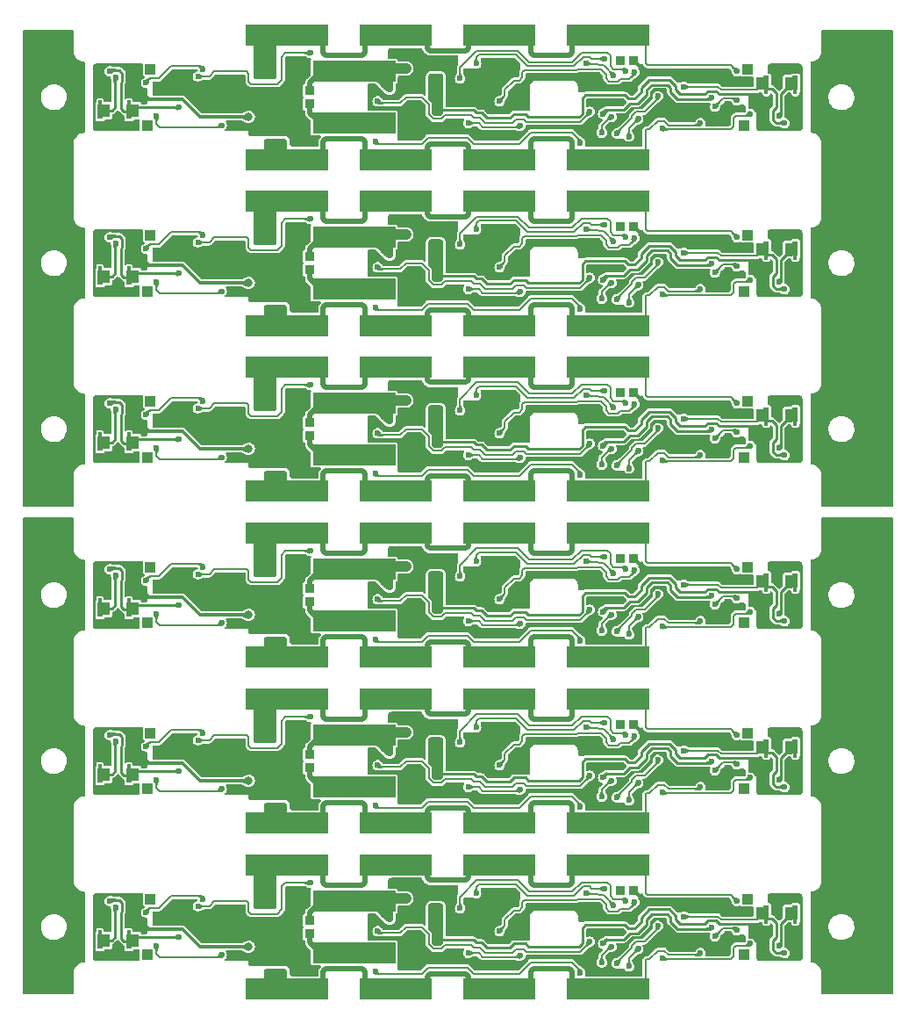
<source format=gbl>
G04 #@! TF.GenerationSoftware,KiCad,Pcbnew,7.0.11*
G04 #@! TF.CreationDate,2024-06-06T00:44:59+09:00*
G04 #@! TF.ProjectId,motordecoder2-K3057,6d6f746f-7264-4656-936f-646572322d4b,rev?*
G04 #@! TF.SameCoordinates,Original*
G04 #@! TF.FileFunction,Copper,L2,Bot*
G04 #@! TF.FilePolarity,Positive*
%FSLAX46Y46*%
G04 Gerber Fmt 4.6, Leading zero omitted, Abs format (unit mm)*
G04 Created by KiCad (PCBNEW 7.0.11) date 2024-06-06 00:44:59*
%MOMM*%
%LPD*%
G01*
G04 APERTURE LIST*
G04 #@! TA.AperFunction,ComponentPad*
%ADD10R,1.000000X1.000000*%
G04 #@! TD*
G04 #@! TA.AperFunction,ComponentPad*
%ADD11R,0.950000X0.950000*%
G04 #@! TD*
G04 #@! TA.AperFunction,SMDPad,CuDef*
%ADD12R,8.000000X2.000000*%
G04 #@! TD*
G04 #@! TA.AperFunction,SMDPad,CuDef*
%ADD13R,7.000000X2.000000*%
G04 #@! TD*
G04 #@! TA.AperFunction,ComponentPad*
%ADD14R,1.200000X1.200000*%
G04 #@! TD*
G04 #@! TA.AperFunction,SMDPad,CuDef*
%ADD15R,0.500000X1.450000*%
G04 #@! TD*
G04 #@! TA.AperFunction,SMDPad,CuDef*
%ADD16R,0.750000X1.300000*%
G04 #@! TD*
G04 #@! TA.AperFunction,SMDPad,CuDef*
%ADD17R,0.300000X0.500000*%
G04 #@! TD*
G04 #@! TA.AperFunction,ViaPad*
%ADD18C,0.600000*%
G04 #@! TD*
G04 #@! TA.AperFunction,ViaPad*
%ADD19C,1.000000*%
G04 #@! TD*
G04 #@! TA.AperFunction,ViaPad*
%ADD20C,0.800000*%
G04 #@! TD*
G04 #@! TA.AperFunction,Conductor*
%ADD21C,0.500000*%
G04 #@! TD*
G04 #@! TA.AperFunction,Conductor*
%ADD22C,1.000000*%
G04 #@! TD*
G04 #@! TA.AperFunction,Conductor*
%ADD23C,0.200000*%
G04 #@! TD*
G04 #@! TA.AperFunction,Conductor*
%ADD24C,0.250000*%
G04 #@! TD*
G04 #@! TA.AperFunction,Conductor*
%ADD25C,0.300000*%
G04 #@! TD*
G04 #@! TA.AperFunction,Conductor*
%ADD26C,0.180000*%
G04 #@! TD*
G04 APERTURE END LIST*
D10*
X157100000Y-44700000D03*
X157400000Y-39300000D03*
D11*
X145165000Y-38500000D03*
X146435000Y-38500000D03*
D12*
X113000000Y-36000000D03*
D13*
X123500000Y-36000000D03*
X133500000Y-36000000D03*
D12*
X144000000Y-36000000D03*
X113000000Y-48000000D03*
D13*
X123500000Y-48000000D03*
X133500000Y-48000000D03*
D12*
X144000000Y-48000000D03*
X119500000Y-39500000D03*
X119500000Y-44500000D03*
D10*
X99800000Y-39300000D03*
X99500000Y-44700000D03*
D12*
X144000000Y-80000000D03*
D13*
X123500000Y-96000000D03*
D10*
X157400000Y-55300000D03*
D12*
X144000000Y-84000000D03*
X144000000Y-112000000D03*
D14*
X120900000Y-128100000D03*
D12*
X119500000Y-60500000D03*
D10*
X99500000Y-76700000D03*
D11*
X145165000Y-102500000D03*
X146435000Y-102500000D03*
D13*
X123500000Y-68000000D03*
D11*
X145165000Y-86500000D03*
X146435000Y-86500000D03*
D12*
X144000000Y-64000000D03*
D13*
X133500000Y-128000000D03*
D12*
X144000000Y-128000000D03*
D10*
X99500000Y-124700000D03*
X157100000Y-92700000D03*
X157400000Y-119300000D03*
X99500000Y-60700000D03*
X99800000Y-119300000D03*
D13*
X133500000Y-96000000D03*
D10*
X157100000Y-108700000D03*
D12*
X144000000Y-68000000D03*
D13*
X123500000Y-52000000D03*
D12*
X119500000Y-92500000D03*
X113000000Y-52000000D03*
X113000000Y-100000000D03*
X119500000Y-87500000D03*
X113000000Y-84000000D03*
X113000000Y-116000000D03*
D11*
X115200000Y-105365000D03*
X115200000Y-106635000D03*
D12*
X119500000Y-71500000D03*
D13*
X133500000Y-100000000D03*
D10*
X157100000Y-76700000D03*
D12*
X113000000Y-96000000D03*
D10*
X157100000Y-124700000D03*
X157400000Y-87300000D03*
D13*
X123500000Y-112000000D03*
D11*
X115200000Y-121365000D03*
X115200000Y-122635000D03*
D12*
X113000000Y-64000000D03*
D14*
X120900000Y-80100000D03*
D13*
X133500000Y-112000000D03*
X133500000Y-52000000D03*
D10*
X99800000Y-87300000D03*
D11*
X115200000Y-73365000D03*
X115200000Y-74635000D03*
D14*
X120900000Y-99900000D03*
D11*
X115200000Y-57365000D03*
X115200000Y-58635000D03*
D14*
X120900000Y-115900000D03*
D12*
X113000000Y-80000000D03*
X113000000Y-112000000D03*
D11*
X145165000Y-118500000D03*
X146435000Y-118500000D03*
D10*
X99800000Y-55300000D03*
X99800000Y-103300000D03*
D12*
X144000000Y-116000000D03*
D10*
X99800000Y-71300000D03*
D12*
X119500000Y-119500000D03*
D10*
X157400000Y-71300000D03*
D14*
X120900000Y-67900000D03*
D12*
X113000000Y-68000000D03*
D13*
X123500000Y-128000000D03*
D14*
X120900000Y-83900000D03*
D11*
X145165000Y-54500000D03*
X146435000Y-54500000D03*
D12*
X119500000Y-103500000D03*
D14*
X120900000Y-64100000D03*
D10*
X99500000Y-92700000D03*
D12*
X113000000Y-128000000D03*
D13*
X123500000Y-64000000D03*
X133500000Y-64000000D03*
D10*
X157100000Y-60700000D03*
D12*
X144000000Y-52000000D03*
D13*
X123500000Y-100000000D03*
D10*
X157400000Y-103300000D03*
D14*
X120900000Y-48100000D03*
D13*
X133500000Y-80000000D03*
D12*
X144000000Y-100000000D03*
D14*
X120900000Y-51900000D03*
D11*
X115200000Y-41365000D03*
X115200000Y-42635000D03*
D12*
X119500000Y-124500000D03*
X144000000Y-96000000D03*
D14*
X120900000Y-35900000D03*
D11*
X115200000Y-89365000D03*
X115200000Y-90635000D03*
X145165000Y-70500000D03*
X146435000Y-70500000D03*
D10*
X99500000Y-108700000D03*
D12*
X119500000Y-55500000D03*
X119500000Y-76500000D03*
D13*
X123500000Y-116000000D03*
X133500000Y-84000000D03*
X133500000Y-116000000D03*
D12*
X119500000Y-108500000D03*
D14*
X120900000Y-96100000D03*
D13*
X123500000Y-80000000D03*
X133500000Y-68000000D03*
X123500000Y-84000000D03*
D14*
X120900000Y-112100000D03*
D15*
X94950000Y-43375000D03*
D16*
X95575000Y-43300000D03*
D17*
X94950000Y-42550000D03*
X94950000Y-41450000D03*
D16*
X95575000Y-40700000D03*
D15*
X94950000Y-40625000D03*
X162050000Y-40625000D03*
D16*
X161425000Y-40700000D03*
D17*
X162050000Y-41450000D03*
X162050000Y-42550000D03*
D16*
X161425000Y-43300000D03*
D15*
X162050000Y-43375000D03*
X159250000Y-40625000D03*
D16*
X158625000Y-40700000D03*
D17*
X159250000Y-41450000D03*
X159250000Y-42550000D03*
D16*
X158625000Y-43300000D03*
D15*
X159250000Y-43375000D03*
X97750000Y-43375000D03*
D16*
X98375000Y-43300000D03*
D17*
X97750000Y-42550000D03*
X97750000Y-41450000D03*
D16*
X98375000Y-40700000D03*
D15*
X97750000Y-40625000D03*
X97750000Y-75375000D03*
D16*
X98375000Y-75300000D03*
D17*
X97750000Y-74550000D03*
X97750000Y-73450000D03*
D16*
X98375000Y-72700000D03*
D15*
X97750000Y-72625000D03*
X162050000Y-104625000D03*
D16*
X161425000Y-104700000D03*
D17*
X162050000Y-105450000D03*
X162050000Y-106550000D03*
D16*
X161425000Y-107300000D03*
D15*
X162050000Y-107375000D03*
X94950000Y-91375000D03*
D16*
X95575000Y-91300000D03*
D17*
X94950000Y-90550000D03*
X94950000Y-89450000D03*
D16*
X95575000Y-88700000D03*
D15*
X94950000Y-88625000D03*
X159250000Y-88625000D03*
D16*
X158625000Y-88700000D03*
D17*
X159250000Y-89450000D03*
X159250000Y-90550000D03*
D16*
X158625000Y-91300000D03*
D15*
X159250000Y-91375000D03*
X97750000Y-59375000D03*
D16*
X98375000Y-59300000D03*
D17*
X97750000Y-58550000D03*
X97750000Y-57450000D03*
D16*
X98375000Y-56700000D03*
D15*
X97750000Y-56625000D03*
X94950000Y-75375000D03*
D16*
X95575000Y-75300000D03*
D17*
X94950000Y-74550000D03*
X94950000Y-73450000D03*
D16*
X95575000Y-72700000D03*
D15*
X94950000Y-72625000D03*
X159250000Y-120625000D03*
D16*
X158625000Y-120700000D03*
D17*
X159250000Y-121450000D03*
X159250000Y-122550000D03*
D16*
X158625000Y-123300000D03*
D15*
X159250000Y-123375000D03*
X94950000Y-107375000D03*
D16*
X95575000Y-107300000D03*
D17*
X94950000Y-106550000D03*
X94950000Y-105450000D03*
D16*
X95575000Y-104700000D03*
D15*
X94950000Y-104625000D03*
X97750000Y-123375000D03*
D16*
X98375000Y-123300000D03*
D17*
X97750000Y-122550000D03*
X97750000Y-121450000D03*
D16*
X98375000Y-120700000D03*
D15*
X97750000Y-120625000D03*
X162050000Y-72625000D03*
D16*
X161425000Y-72700000D03*
D17*
X162050000Y-73450000D03*
X162050000Y-74550000D03*
D16*
X161425000Y-75300000D03*
D15*
X162050000Y-75375000D03*
X162050000Y-56625000D03*
D16*
X161425000Y-56700000D03*
D17*
X162050000Y-57450000D03*
X162050000Y-58550000D03*
D16*
X161425000Y-59300000D03*
D15*
X162050000Y-59375000D03*
X159250000Y-104625000D03*
D16*
X158625000Y-104700000D03*
D17*
X159250000Y-105450000D03*
X159250000Y-106550000D03*
D16*
X158625000Y-107300000D03*
D15*
X159250000Y-107375000D03*
X159250000Y-72625000D03*
D16*
X158625000Y-72700000D03*
D17*
X159250000Y-73450000D03*
X159250000Y-74550000D03*
D16*
X158625000Y-75300000D03*
D15*
X159250000Y-75375000D03*
X97750000Y-91375000D03*
D16*
X98375000Y-91300000D03*
D17*
X97750000Y-90550000D03*
X97750000Y-89450000D03*
D16*
X98375000Y-88700000D03*
D15*
X97750000Y-88625000D03*
X97750000Y-107375000D03*
D16*
X98375000Y-107300000D03*
D17*
X97750000Y-106550000D03*
X97750000Y-105450000D03*
D16*
X98375000Y-104700000D03*
D15*
X97750000Y-104625000D03*
X162050000Y-88625000D03*
D16*
X161425000Y-88700000D03*
D17*
X162050000Y-89450000D03*
X162050000Y-90550000D03*
D16*
X161425000Y-91300000D03*
D15*
X162050000Y-91375000D03*
X162050000Y-120625000D03*
D16*
X161425000Y-120700000D03*
D17*
X162050000Y-121450000D03*
X162050000Y-122550000D03*
D16*
X161425000Y-123300000D03*
D15*
X162050000Y-123375000D03*
X94950000Y-59375000D03*
D16*
X95575000Y-59300000D03*
D17*
X94950000Y-58550000D03*
X94950000Y-57450000D03*
D16*
X95575000Y-56700000D03*
D15*
X94950000Y-56625000D03*
X94950000Y-123375000D03*
D16*
X95575000Y-123300000D03*
D17*
X94950000Y-122550000D03*
X94950000Y-121450000D03*
D16*
X95575000Y-120700000D03*
D15*
X94950000Y-120625000D03*
X159250000Y-56625000D03*
D16*
X158625000Y-56700000D03*
D17*
X159250000Y-57450000D03*
X159250000Y-58550000D03*
D16*
X158625000Y-59300000D03*
D15*
X159250000Y-59375000D03*
D18*
X122250000Y-40600000D03*
X122886810Y-89201574D03*
X122250000Y-56600000D03*
D19*
X124500000Y-39250000D03*
D18*
X122886810Y-41201574D03*
X122250000Y-88600000D03*
X122886810Y-73201574D03*
X122886810Y-105201574D03*
D19*
X124500000Y-71250000D03*
D18*
X122250000Y-72600000D03*
D19*
X124500000Y-87250000D03*
X124500000Y-55250000D03*
D18*
X122250000Y-104600000D03*
D19*
X124500000Y-119250000D03*
X124500000Y-103250000D03*
D18*
X122250000Y-120600000D03*
X122886810Y-57201574D03*
X122886810Y-121201574D03*
X120300000Y-44100000D03*
D19*
X122500000Y-92000000D03*
X122500000Y-60000000D03*
X122500000Y-44000000D03*
D18*
X120300000Y-92100000D03*
D19*
X122500000Y-76000000D03*
X122500000Y-124000000D03*
D18*
X120300000Y-108100000D03*
D19*
X122500000Y-108000000D03*
D18*
X120300000Y-76100000D03*
X120300000Y-124100000D03*
X120300000Y-60100000D03*
D20*
X146100000Y-36200000D03*
D18*
X156400000Y-39500000D03*
D19*
X111300000Y-39600000D03*
X111300000Y-38600000D03*
D20*
X135700000Y-36250000D03*
X135700000Y-116250000D03*
D18*
X156400000Y-55500000D03*
X154300000Y-122900000D03*
X156400000Y-74300000D03*
D20*
X146100000Y-84200000D03*
D19*
X111300000Y-71600000D03*
D18*
X156400000Y-119500000D03*
D20*
X135700000Y-68250000D03*
D18*
X154300000Y-90900000D03*
D20*
X145000000Y-84200000D03*
D19*
X111300000Y-55600000D03*
D18*
X156400000Y-90300000D03*
X154300000Y-74900000D03*
D20*
X146100000Y-100200000D03*
D18*
X156400000Y-71500000D03*
D20*
X145000000Y-100200000D03*
X145000000Y-36200000D03*
D18*
X156400000Y-103500000D03*
D19*
X111300000Y-118600000D03*
D20*
X146100000Y-52200000D03*
D19*
X111300000Y-119600000D03*
D20*
X145000000Y-116200000D03*
D19*
X111300000Y-70600000D03*
D18*
X156400000Y-122300000D03*
D19*
X111300000Y-87600000D03*
D18*
X156400000Y-58300000D03*
D19*
X111300000Y-102600000D03*
D18*
X154300000Y-42900000D03*
D20*
X135700000Y-84250000D03*
D19*
X111300000Y-103600000D03*
D20*
X145000000Y-68200000D03*
X146100000Y-68200000D03*
X135700000Y-100250000D03*
X135700000Y-52250000D03*
D18*
X156400000Y-87500000D03*
X156400000Y-106300000D03*
D19*
X111300000Y-54600000D03*
D18*
X156400000Y-42300000D03*
D20*
X146100000Y-116200000D03*
X145000000Y-52200000D03*
D19*
X111300000Y-86600000D03*
D18*
X154300000Y-58900000D03*
X154300000Y-106900000D03*
D19*
X112500000Y-46500000D03*
X111400000Y-110500000D03*
X111400000Y-94500000D03*
X112500000Y-78500000D03*
D18*
X152900000Y-44500000D03*
X152900000Y-108500000D03*
X152900000Y-76500000D03*
X145500000Y-95900000D03*
D19*
X112500000Y-94500000D03*
D18*
X145500000Y-111900000D03*
D19*
X111400000Y-126500000D03*
D18*
X146200000Y-111900000D03*
X146200000Y-95900000D03*
X146200000Y-47900000D03*
D19*
X111400000Y-62500000D03*
D18*
X145500000Y-79900000D03*
D19*
X111400000Y-46500000D03*
D18*
X152900000Y-60500000D03*
X145500000Y-47900000D03*
D19*
X112500000Y-62500000D03*
X111400000Y-78500000D03*
D18*
X152900000Y-124500000D03*
X146200000Y-79900000D03*
X146200000Y-63900000D03*
X146200000Y-127900000D03*
X152900000Y-92500000D03*
D19*
X112500000Y-126500000D03*
X112500000Y-110500000D03*
D18*
X145500000Y-127900000D03*
X145500000Y-63900000D03*
D20*
X159900000Y-39200000D03*
X96700000Y-60700000D03*
X99000000Y-58000000D03*
X99000000Y-74000000D03*
D18*
X158100000Y-106000000D03*
D20*
X159900000Y-55200000D03*
X109300000Y-123900000D03*
X109300000Y-107900000D03*
D19*
X127500000Y-43250000D03*
X127500000Y-123250000D03*
X127500000Y-72300000D03*
D20*
X99000000Y-106000000D03*
D19*
X127500000Y-75250000D03*
D20*
X99000000Y-90000000D03*
D18*
X158100000Y-90000000D03*
D20*
X159900000Y-103200000D03*
X96700000Y-108700000D03*
X96700000Y-124700000D03*
X109300000Y-59900000D03*
D19*
X127500000Y-88300000D03*
X127500000Y-56300000D03*
D20*
X109300000Y-75900000D03*
X96700000Y-60700000D03*
D19*
X127500000Y-107250000D03*
D20*
X159900000Y-87200000D03*
X96700000Y-76700000D03*
X159900000Y-119200000D03*
X99000000Y-122000000D03*
D19*
X127500000Y-104300000D03*
X127500000Y-120300000D03*
D20*
X96700000Y-76700000D03*
D19*
X127500000Y-91250000D03*
D18*
X158100000Y-122000000D03*
D20*
X159900000Y-71200000D03*
X96700000Y-92700000D03*
D18*
X158100000Y-58000000D03*
D20*
X96700000Y-92700000D03*
X96700000Y-108700000D03*
D19*
X127500000Y-59250000D03*
D20*
X96700000Y-124700000D03*
D19*
X127500000Y-40300000D03*
D20*
X96700000Y-44700000D03*
X109300000Y-43900000D03*
X99000000Y-42000000D03*
D18*
X158100000Y-74000000D03*
D20*
X109300000Y-91900000D03*
X96700000Y-44700000D03*
D18*
X158100000Y-42000000D03*
D19*
X135500000Y-41250000D03*
D18*
X141100000Y-40000000D03*
X135100000Y-39700000D03*
X147300000Y-40100000D03*
X132600000Y-38500000D03*
X108500000Y-56300000D03*
X142900000Y-119900000D03*
X142900000Y-120500000D03*
D20*
X125000000Y-73000000D03*
D18*
X156900000Y-120600000D03*
X150000000Y-122700000D03*
X112500000Y-93100000D03*
X113300000Y-90000000D03*
X145250000Y-42500000D03*
X146250000Y-105500000D03*
X146250000Y-89500000D03*
X146250000Y-121500000D03*
X156900000Y-104600000D03*
D19*
X112500000Y-60000000D03*
X124750000Y-86000000D03*
D20*
X127500000Y-45200000D03*
X135100000Y-109700000D03*
D18*
X146900000Y-94400000D03*
X132600000Y-70500000D03*
D20*
X127500000Y-61200000D03*
D19*
X135500000Y-57250000D03*
D18*
X146900000Y-126400000D03*
X142900000Y-72500000D03*
D19*
X107000000Y-42500000D03*
D20*
X123600000Y-117800000D03*
D18*
X113300000Y-122000000D03*
X156900000Y-40600000D03*
D20*
X125000000Y-74900000D03*
D18*
X141100000Y-104000000D03*
D20*
X125000000Y-121000000D03*
D18*
X133300000Y-38600000D03*
D20*
X142700000Y-94100000D03*
D18*
X147300000Y-104100000D03*
D20*
X125750000Y-45750000D03*
D19*
X101000000Y-121000000D03*
X107000000Y-90500000D03*
D18*
X132600000Y-54500000D03*
D20*
X123600000Y-69800000D03*
X127500000Y-109200000D03*
D18*
X156700000Y-107100000D03*
X147300000Y-88100000D03*
D19*
X135500000Y-121250000D03*
D20*
X125000000Y-58900000D03*
X135500000Y-106500000D03*
X127500000Y-77200000D03*
X135500000Y-74500000D03*
X123600000Y-85800000D03*
D18*
X108500000Y-40300000D03*
X133300000Y-54600000D03*
D19*
X101000000Y-41000000D03*
D18*
X141500000Y-109200000D03*
X142900000Y-71900000D03*
X108500000Y-88300000D03*
X156700000Y-43100000D03*
X135100000Y-87700000D03*
X108500000Y-104300000D03*
X113300000Y-106000000D03*
X141500000Y-61200000D03*
D20*
X125000000Y-42900000D03*
D18*
X157600000Y-72600000D03*
X113300000Y-42000000D03*
X142900000Y-56500000D03*
D19*
X107000000Y-122500000D03*
D20*
X135100000Y-125700000D03*
D19*
X124750000Y-102000000D03*
D20*
X125000000Y-41000000D03*
X110500000Y-74100000D03*
X110500000Y-90100000D03*
D18*
X150000000Y-42700000D03*
D20*
X135500000Y-42500000D03*
X125750000Y-77750000D03*
D18*
X150000000Y-106700000D03*
D19*
X135500000Y-89250000D03*
D18*
X112500000Y-77100000D03*
X156900000Y-56600000D03*
X147300000Y-56100000D03*
D20*
X142700000Y-78100000D03*
X142700000Y-46100000D03*
X125750000Y-61750000D03*
D18*
X142900000Y-39900000D03*
X156700000Y-91100000D03*
X141100000Y-72000000D03*
X145250000Y-106500000D03*
X150000000Y-90700000D03*
X156900000Y-72600000D03*
D19*
X101000000Y-57000000D03*
X124750000Y-70000000D03*
D18*
X133300000Y-102600000D03*
D20*
X135100000Y-61700000D03*
D18*
X142900000Y-55900000D03*
X141500000Y-77200000D03*
X156700000Y-75100000D03*
X147300000Y-72100000D03*
X113300000Y-74000000D03*
D19*
X112500000Y-44000000D03*
D18*
X157600000Y-104600000D03*
D20*
X127500000Y-125200000D03*
X152000000Y-90950000D03*
D18*
X150000000Y-74700000D03*
X156700000Y-59100000D03*
D19*
X101000000Y-73000000D03*
X107000000Y-74500000D03*
D18*
X112500000Y-125100000D03*
X142900000Y-104500000D03*
D19*
X101000000Y-89000000D03*
D18*
X157600000Y-88600000D03*
D20*
X152000000Y-106950000D03*
D18*
X142900000Y-87900000D03*
X132600000Y-118500000D03*
D20*
X123600000Y-101800000D03*
D18*
X132600000Y-102500000D03*
D20*
X135500000Y-122500000D03*
D18*
X132600000Y-86500000D03*
X145250000Y-74500000D03*
D20*
X125750000Y-109750000D03*
D18*
X135100000Y-55700000D03*
D20*
X135500000Y-90500000D03*
X110500000Y-106100000D03*
D18*
X146900000Y-78400000D03*
D20*
X125000000Y-105000000D03*
X123600000Y-37800000D03*
D18*
X156900000Y-88600000D03*
D19*
X124750000Y-38000000D03*
X112500000Y-108000000D03*
X124750000Y-118000000D03*
D20*
X110500000Y-42100000D03*
X135100000Y-77700000D03*
X123600000Y-53800000D03*
X125000000Y-122900000D03*
X152000000Y-122950000D03*
D18*
X112500000Y-109100000D03*
D19*
X135500000Y-73250000D03*
X112500000Y-76000000D03*
X112500000Y-92000000D03*
D18*
X141100000Y-56000000D03*
X146250000Y-41500000D03*
X146250000Y-73500000D03*
X135100000Y-71700000D03*
X142900000Y-103900000D03*
D20*
X125000000Y-90900000D03*
D18*
X150000000Y-58700000D03*
D20*
X152000000Y-42950000D03*
D18*
X157600000Y-40600000D03*
X145250000Y-90500000D03*
D20*
X142700000Y-110100000D03*
D18*
X133300000Y-118600000D03*
X133300000Y-86600000D03*
X108500000Y-120300000D03*
D19*
X124750000Y-54000000D03*
D20*
X110500000Y-122100000D03*
X135100000Y-93700000D03*
D18*
X141500000Y-93200000D03*
D19*
X107000000Y-106500000D03*
D20*
X135100000Y-45700000D03*
X127500000Y-93200000D03*
D18*
X142900000Y-88500000D03*
X135100000Y-103700000D03*
D20*
X125750000Y-93750000D03*
D18*
X141500000Y-125200000D03*
X157600000Y-120600000D03*
X157600000Y-56600000D03*
D20*
X135500000Y-58500000D03*
D19*
X107000000Y-58500000D03*
D20*
X142700000Y-126100000D03*
D18*
X145250000Y-122500000D03*
X112500000Y-45100000D03*
X145250000Y-58500000D03*
X141100000Y-88000000D03*
X146900000Y-110400000D03*
X141100000Y-120000000D03*
D19*
X112500000Y-124000000D03*
D20*
X125000000Y-106900000D03*
X142700000Y-62100000D03*
D18*
X146250000Y-57500000D03*
D20*
X125750000Y-125750000D03*
X152000000Y-58950000D03*
D18*
X135100000Y-119700000D03*
X141500000Y-45200000D03*
X146900000Y-46400000D03*
X146900000Y-62400000D03*
X147300000Y-120100000D03*
X142900000Y-40500000D03*
D20*
X110500000Y-58100000D03*
X125000000Y-57000000D03*
D19*
X135500000Y-105250000D03*
D20*
X125000000Y-89000000D03*
D18*
X156700000Y-123100000D03*
X113300000Y-58000000D03*
X112500000Y-61100000D03*
X108500000Y-72300000D03*
D19*
X101000000Y-105000000D03*
D20*
X152000000Y-74950000D03*
D18*
X133300000Y-70600000D03*
X143500000Y-91600000D03*
X143500000Y-59600000D03*
X143500000Y-123600000D03*
X143500000Y-75600000D03*
X143500000Y-43600000D03*
X154000000Y-58000000D03*
X154000000Y-42000000D03*
X154000000Y-122000000D03*
X154000000Y-90000000D03*
X154000000Y-74000000D03*
X143500000Y-107600000D03*
X154000000Y-106000000D03*
X96500000Y-120100000D03*
X104900000Y-87300000D03*
X96500000Y-88100000D03*
X96500000Y-104100000D03*
X104900000Y-119300000D03*
X96500000Y-56100000D03*
X104900000Y-71300000D03*
X99400000Y-40600000D03*
X104900000Y-55300000D03*
X99400000Y-120600000D03*
X99400000Y-72600000D03*
X96500000Y-40100000D03*
X99400000Y-56600000D03*
X104900000Y-103300000D03*
X99400000Y-88600000D03*
X99400000Y-104600000D03*
X104900000Y-39300000D03*
X96500000Y-72100000D03*
X149200000Y-77000000D03*
X160500000Y-75800000D03*
X149200000Y-61000000D03*
X149200000Y-45000000D03*
X157700000Y-59600000D03*
X149200000Y-109000000D03*
X157700000Y-123600000D03*
X160500000Y-43800000D03*
X157700000Y-75600000D03*
X160500000Y-107800000D03*
X160500000Y-91800000D03*
X149200000Y-93000000D03*
X160500000Y-123800000D03*
X160500000Y-59800000D03*
X157700000Y-91600000D03*
X157700000Y-107600000D03*
X157700000Y-43600000D03*
X149200000Y-125000000D03*
X151300000Y-73000000D03*
X161000000Y-44500000D03*
X151300000Y-41000000D03*
X151300000Y-57000000D03*
X161000000Y-124500000D03*
X151300000Y-89000000D03*
X151300000Y-105000000D03*
X161000000Y-108500000D03*
X161000000Y-92500000D03*
X161000000Y-76500000D03*
X161000000Y-60500000D03*
X151300000Y-121000000D03*
X102600000Y-123000000D03*
X95900000Y-87500000D03*
X95900000Y-103500000D03*
X102600000Y-59000000D03*
X102600000Y-43000000D03*
X95900000Y-55500000D03*
X95900000Y-71500000D03*
X95900000Y-119500000D03*
X102600000Y-91000000D03*
X102600000Y-75000000D03*
X95900000Y-39500000D03*
X102600000Y-107000000D03*
X129700000Y-56200000D03*
X145700000Y-87500000D03*
X129700000Y-40200000D03*
X145700000Y-55500000D03*
X145700000Y-71500000D03*
X129700000Y-72200000D03*
X145700000Y-119500000D03*
X129700000Y-104200000D03*
X145700000Y-39500000D03*
X129700000Y-120200000D03*
X145700000Y-103500000D03*
X129700000Y-88200000D03*
X100400000Y-123800000D03*
X100400000Y-107800000D03*
X106700000Y-92700000D03*
X106700000Y-108700000D03*
X106700000Y-76700000D03*
X106700000Y-44700000D03*
X100400000Y-43800000D03*
X106700000Y-60700000D03*
X100400000Y-59800000D03*
X100400000Y-75800000D03*
X100400000Y-91800000D03*
X106700000Y-124700000D03*
X130500000Y-44500000D03*
X130500000Y-76500000D03*
X130500000Y-108500000D03*
X130500000Y-60500000D03*
X135500000Y-92750000D03*
X135500000Y-76750000D03*
X135500000Y-124750000D03*
X135500000Y-60750000D03*
X130500000Y-92500000D03*
X135500000Y-108750000D03*
X130500000Y-124500000D03*
X135500000Y-44750000D03*
X131250000Y-102750000D03*
X104398498Y-87999999D03*
X104398498Y-39999999D03*
X131250000Y-118750000D03*
X115250000Y-53750000D03*
X131250000Y-70750000D03*
X104398498Y-103999999D03*
X143600000Y-86300000D03*
X131250000Y-86750000D03*
X131250000Y-38750000D03*
X143600000Y-118300000D03*
X143600000Y-54300000D03*
X143600000Y-38300000D03*
X115250000Y-101750000D03*
X115250000Y-85750000D03*
X131250000Y-54750000D03*
X104398498Y-55999999D03*
X104398498Y-119999999D03*
X143600000Y-102300000D03*
X115250000Y-37750000D03*
X143600000Y-70300000D03*
X115250000Y-69750000D03*
X115250000Y-117750000D03*
X104398498Y-71999999D03*
X146900000Y-60100000D03*
X146900000Y-108100000D03*
X146000000Y-45800000D03*
X146000000Y-61800000D03*
X146900000Y-124100000D03*
X146900000Y-44100000D03*
X146000000Y-77800000D03*
X146900000Y-92100000D03*
X146900000Y-76100000D03*
X146000000Y-125800000D03*
X146000000Y-93800000D03*
X146000000Y-109800000D03*
X141300000Y-46400000D03*
X141300000Y-126400000D03*
X121500000Y-126250000D03*
X121500000Y-78250000D03*
X141300000Y-62400000D03*
X121500000Y-46250000D03*
X121500000Y-62250000D03*
X141300000Y-110400000D03*
X141300000Y-78400000D03*
X121500000Y-110250000D03*
X141300000Y-94400000D03*
X121500000Y-94250000D03*
X133500000Y-90400000D03*
X133500000Y-106400000D03*
X133500000Y-122400000D03*
X146500000Y-87600000D03*
X146500000Y-55600000D03*
X146500000Y-103600000D03*
X146500000Y-119600000D03*
X133500000Y-74400000D03*
X133500000Y-42400000D03*
X146500000Y-71600000D03*
X133500000Y-58400000D03*
X146500000Y-39600000D03*
X144800000Y-109500000D03*
X144800000Y-61500000D03*
X148800000Y-41900000D03*
X144800000Y-125500000D03*
X144800000Y-93500000D03*
X144800000Y-77500000D03*
X148800000Y-73900000D03*
X148800000Y-89900000D03*
X144800000Y-45500000D03*
X148800000Y-57900000D03*
X148800000Y-105900000D03*
X148800000Y-121900000D03*
X141850000Y-118700000D03*
X144500000Y-103900000D03*
X144500000Y-39900000D03*
X141850000Y-102700000D03*
X141850000Y-38700000D03*
X144500000Y-55900000D03*
X141850000Y-86700000D03*
X141850000Y-54700000D03*
X141850000Y-70700000D03*
X144500000Y-119900000D03*
X144500000Y-87900000D03*
X144500000Y-71900000D03*
X142200000Y-43400000D03*
X142200000Y-91400000D03*
X121750000Y-58400000D03*
X142200000Y-59400000D03*
X121750000Y-74400000D03*
X121750000Y-122400000D03*
X142200000Y-123400000D03*
X142200000Y-75400000D03*
X121750000Y-42400000D03*
X121750000Y-106400000D03*
X121750000Y-90400000D03*
X142200000Y-107400000D03*
X144300000Y-75900000D03*
X143372243Y-93427757D03*
X144300000Y-59900000D03*
X144300000Y-123900000D03*
X143372243Y-125427757D03*
X144300000Y-107900000D03*
X143372243Y-45427757D03*
X143372243Y-77427757D03*
X144300000Y-43900000D03*
X144300000Y-91900000D03*
X143372243Y-61427757D03*
X143372243Y-109427757D03*
D21*
X122650000Y-88900000D02*
X122500000Y-88750000D01*
X116290000Y-87500000D02*
X119500000Y-87500000D01*
D22*
X124500000Y-39250000D02*
X120750000Y-39250000D01*
D21*
X115200000Y-57265000D02*
X115200000Y-56590000D01*
X123000000Y-56900000D02*
X122650000Y-56900000D01*
X121800000Y-120300000D02*
X122200000Y-120700000D01*
X123000000Y-40700000D02*
X121800000Y-39500000D01*
X121800000Y-40300000D02*
X122200000Y-40700000D01*
X121800000Y-56300000D02*
X122200000Y-56700000D01*
X122800000Y-73300000D02*
X123000000Y-73300000D01*
X115200000Y-89265000D02*
X115200000Y-88590000D01*
X115200000Y-40590000D02*
X116290000Y-39500000D01*
D22*
X124500000Y-87250000D02*
X120750000Y-87250000D01*
D21*
X122500000Y-73000000D02*
X122500000Y-72750000D01*
X122800000Y-105300000D02*
X123000000Y-105300000D01*
X119250000Y-103500000D02*
X120500000Y-103500000D01*
X122250000Y-104750000D02*
X122800000Y-105300000D01*
D22*
X124500000Y-103250000D02*
X120750000Y-103250000D01*
D21*
X122500000Y-56250000D02*
X122500000Y-56750000D01*
X116290000Y-103500000D02*
X119500000Y-103500000D01*
X123000000Y-88900000D02*
X123000000Y-89300000D01*
X115200000Y-104590000D02*
X116290000Y-103500000D01*
X121750000Y-103500000D02*
X122500000Y-104250000D01*
X121750000Y-55500000D02*
X122500000Y-56250000D01*
X116290000Y-119500000D02*
X119500000Y-119500000D01*
X121800000Y-103500000D02*
X119500000Y-103500000D01*
X121800000Y-39500000D02*
X119500000Y-39500000D01*
X122500000Y-121000000D02*
X122500000Y-120750000D01*
X123000000Y-120900000D02*
X123000000Y-121300000D01*
X115200000Y-73265000D02*
X115200000Y-72590000D01*
X115200000Y-72590000D02*
X116290000Y-71500000D01*
X122250000Y-72750000D02*
X122800000Y-73300000D01*
X122250000Y-56750000D02*
X122800000Y-57300000D01*
X123000000Y-72700000D02*
X121800000Y-71500000D01*
X119250000Y-71500000D02*
X120500000Y-71500000D01*
X123000000Y-88900000D02*
X122650000Y-88900000D01*
X123000000Y-120700000D02*
X121800000Y-119500000D01*
X123000000Y-104900000D02*
X123000000Y-104300000D01*
X115200000Y-121265000D02*
X115200000Y-120590000D01*
X123000000Y-40900000D02*
X122650000Y-40900000D01*
X122650000Y-40900000D02*
X122500000Y-40750000D01*
X115200000Y-41265000D02*
X115200000Y-40590000D01*
X115200000Y-105265000D02*
X115200000Y-104590000D01*
X123000000Y-120900000D02*
X123000000Y-120300000D01*
X121800000Y-72300000D02*
X122200000Y-72700000D01*
X122250000Y-88750000D02*
X122800000Y-89300000D01*
X122250000Y-120750000D02*
X122800000Y-121300000D01*
X115200000Y-88590000D02*
X116290000Y-87500000D01*
X116290000Y-55500000D02*
X119500000Y-55500000D01*
X115200000Y-120590000D02*
X116290000Y-119500000D01*
X121800000Y-71500000D02*
X119500000Y-71500000D01*
X119250000Y-119500000D02*
X120500000Y-119500000D01*
X119750000Y-39000000D02*
X119250000Y-39500000D01*
X123000000Y-40900000D02*
X123000000Y-41300000D01*
X122250000Y-40750000D02*
X122800000Y-41300000D01*
D22*
X124500000Y-55250000D02*
X120750000Y-55250000D01*
D21*
X122500000Y-41000000D02*
X122500000Y-40750000D01*
D22*
X124500000Y-71250000D02*
X120750000Y-71250000D01*
D21*
X123000000Y-120900000D02*
X122650000Y-120900000D01*
X123000000Y-56900000D02*
X123000000Y-56300000D01*
X122500000Y-40250000D02*
X122500000Y-40750000D01*
X122500000Y-72250000D02*
X122500000Y-72750000D01*
X122500000Y-57000000D02*
X122500000Y-56750000D01*
X121800000Y-87500000D02*
X119500000Y-87500000D01*
X122650000Y-56900000D02*
X122500000Y-56750000D01*
X123000000Y-104900000D02*
X123000000Y-105300000D01*
X122800000Y-41300000D02*
X123000000Y-41300000D01*
X119750000Y-71000000D02*
X119250000Y-71500000D01*
X123000000Y-72900000D02*
X123000000Y-72300000D01*
X123000000Y-40900000D02*
X123000000Y-40300000D01*
X121750000Y-87500000D02*
X122500000Y-88250000D01*
X119250000Y-39500000D02*
X120500000Y-39500000D01*
X123000000Y-56900000D02*
X123000000Y-57300000D01*
X122500000Y-105000000D02*
X122500000Y-104750000D01*
D22*
X124500000Y-119250000D02*
X120750000Y-119250000D01*
D21*
X121800000Y-104300000D02*
X122200000Y-104700000D01*
X122650000Y-120900000D02*
X122500000Y-120750000D01*
X123000000Y-88900000D02*
X123000000Y-88300000D01*
X123000000Y-104700000D02*
X121800000Y-103500000D01*
X121800000Y-119500000D02*
X119500000Y-119500000D01*
X119750000Y-55000000D02*
X119250000Y-55500000D01*
X122650000Y-72900000D02*
X122500000Y-72750000D01*
X121750000Y-119500000D02*
X122500000Y-120250000D01*
X116290000Y-39500000D02*
X119500000Y-39500000D01*
X121750000Y-39500000D02*
X122500000Y-40250000D01*
X122500000Y-88250000D02*
X122500000Y-88750000D01*
X123000000Y-72900000D02*
X122650000Y-72900000D01*
X119750000Y-87000000D02*
X119250000Y-87500000D01*
X116290000Y-71500000D02*
X119500000Y-71500000D01*
X122500000Y-104250000D02*
X122500000Y-104750000D01*
X122500000Y-89000000D02*
X122500000Y-88750000D01*
X119750000Y-103000000D02*
X119250000Y-103500000D01*
X122500000Y-120250000D02*
X122500000Y-120750000D01*
X123000000Y-56700000D02*
X121800000Y-55500000D01*
X121750000Y-71500000D02*
X122500000Y-72250000D01*
X122800000Y-121300000D02*
X123000000Y-121300000D01*
X119250000Y-87500000D02*
X120500000Y-87500000D01*
X123000000Y-88700000D02*
X121800000Y-87500000D01*
X121800000Y-88300000D02*
X122200000Y-88700000D01*
X121800000Y-55500000D02*
X119500000Y-55500000D01*
X123000000Y-72900000D02*
X123000000Y-73300000D01*
X122800000Y-89300000D02*
X123000000Y-89300000D01*
X123000000Y-104900000D02*
X122650000Y-104900000D01*
X119250000Y-55500000D02*
X120500000Y-55500000D01*
X115200000Y-56590000D02*
X116290000Y-55500000D01*
X122650000Y-104900000D02*
X122500000Y-104750000D01*
X122800000Y-57300000D02*
X123000000Y-57300000D01*
X119750000Y-119000000D02*
X119250000Y-119500000D01*
X115200000Y-106535000D02*
X115200000Y-107510000D01*
X116190000Y-60500000D02*
X119500000Y-60500000D01*
X116190000Y-44500000D02*
X119500000Y-44500000D01*
X115200000Y-123510000D02*
X116190000Y-124500000D01*
X115200000Y-90535000D02*
X115200000Y-91510000D01*
X115200000Y-74535000D02*
X115200000Y-75510000D01*
X115200000Y-91510000D02*
X116190000Y-92500000D01*
X115200000Y-42535000D02*
X115200000Y-43510000D01*
X116190000Y-76500000D02*
X119500000Y-76500000D01*
X116190000Y-108500000D02*
X119500000Y-108500000D01*
X115200000Y-58535000D02*
X115200000Y-59510000D01*
X115200000Y-122535000D02*
X115200000Y-123510000D01*
X115200000Y-107510000D02*
X116190000Y-108500000D01*
X116190000Y-92500000D02*
X119500000Y-92500000D01*
X115200000Y-59510000D02*
X116190000Y-60500000D01*
X115200000Y-75510000D02*
X116190000Y-76500000D01*
X115200000Y-43510000D02*
X116190000Y-44500000D01*
X116190000Y-124500000D02*
X119500000Y-124500000D01*
X121500000Y-68000000D02*
X123500000Y-68000000D01*
X130250000Y-37500000D02*
X130500000Y-37250000D01*
X140250000Y-70000000D02*
X140500000Y-69750000D01*
X113000000Y-100000000D02*
X116000000Y-100000000D01*
X120250000Y-70000000D02*
X120500000Y-69750000D01*
D23*
X148600000Y-70900000D02*
X148700000Y-70900000D01*
X155400000Y-42100000D02*
X155100000Y-42100000D01*
D21*
X140500000Y-117750000D02*
X140500000Y-116500000D01*
X126500000Y-101250000D02*
X126750000Y-101500000D01*
X136500000Y-84500000D02*
X136500000Y-85750000D01*
X136000000Y-100000000D02*
X136500000Y-100500000D01*
D23*
X156400000Y-103500000D02*
X155800000Y-102900000D01*
D21*
X121500000Y-84000000D02*
X123500000Y-84000000D01*
D23*
X155100000Y-90100000D02*
X154300000Y-90900000D01*
D21*
X136750000Y-102000000D02*
X140250000Y-102000000D01*
X116500000Y-101750000D02*
X116750000Y-102000000D01*
D23*
X156400000Y-42100000D02*
X155400000Y-42100000D01*
D21*
X120500000Y-69750000D02*
X120500000Y-68500000D01*
X130500000Y-85250000D02*
X130500000Y-84500000D01*
X136500000Y-69750000D02*
X136750000Y-70000000D01*
D23*
X147800000Y-102900000D02*
X148600000Y-102900000D01*
X147600000Y-70700000D02*
X147800000Y-70900000D01*
D21*
X120250000Y-86000000D02*
X120500000Y-85750000D01*
D23*
X147600000Y-102400000D02*
X147600000Y-102700000D01*
X147600000Y-117750000D02*
X147600000Y-116250000D01*
D21*
X141000000Y-52000000D02*
X144000000Y-52000000D01*
X120500000Y-100500000D02*
X121000000Y-100000000D01*
D23*
X148600000Y-118900000D02*
X155700000Y-118900000D01*
X147600000Y-38700000D02*
X147800000Y-38900000D01*
D21*
X123400000Y-99900000D02*
X123500000Y-100000000D01*
X116500000Y-117750000D02*
X116750000Y-118000000D01*
D23*
X147600000Y-37750000D02*
X147600000Y-36250000D01*
D21*
X126750000Y-69500000D02*
X130250000Y-69500000D01*
X140250000Y-54000000D02*
X140500000Y-53750000D01*
X130500000Y-52500000D02*
X131000000Y-52000000D01*
X130500000Y-116500000D02*
X131000000Y-116000000D01*
X136500000Y-52500000D02*
X136500000Y-53750000D01*
X116750000Y-86000000D02*
X120250000Y-86000000D01*
X126500000Y-116500000D02*
X126500000Y-117250000D01*
X130500000Y-101250000D02*
X130500000Y-100500000D01*
X136500000Y-101750000D02*
X136750000Y-102000000D01*
X120500000Y-37750000D02*
X120500000Y-36500000D01*
D23*
X156400000Y-71500000D02*
X155800000Y-70900000D01*
D21*
X126500000Y-100500000D02*
X126500000Y-101250000D01*
X136000000Y-116000000D02*
X136500000Y-116500000D01*
X140500000Y-52500000D02*
X141000000Y-52000000D01*
X116500000Y-84500000D02*
X116500000Y-85750000D01*
D23*
X156400000Y-58100000D02*
X155400000Y-58100000D01*
D21*
X140500000Y-101750000D02*
X140500000Y-100500000D01*
D23*
X147600000Y-54700000D02*
X147800000Y-54900000D01*
D21*
X113000000Y-36000000D02*
X116000000Y-36000000D01*
X121500000Y-52000000D02*
X123500000Y-52000000D01*
X123400000Y-83900000D02*
X123500000Y-84000000D01*
D23*
X147600000Y-53750000D02*
X147600000Y-52250000D01*
D21*
X113000000Y-116000000D02*
X116000000Y-116000000D01*
X126000000Y-116000000D02*
X126500000Y-116500000D01*
X120250000Y-38000000D02*
X120500000Y-37750000D01*
D23*
X155400000Y-106100000D02*
X155100000Y-106100000D01*
X148600000Y-38900000D02*
X148700000Y-38900000D01*
D21*
X120500000Y-101750000D02*
X120500000Y-100500000D01*
X116750000Y-70000000D02*
X120250000Y-70000000D01*
X120900000Y-51900000D02*
X123400000Y-51900000D01*
X116000000Y-100000000D02*
X116500000Y-100500000D01*
D23*
X147600000Y-38400000D02*
X147600000Y-38700000D01*
D21*
X136750000Y-54000000D02*
X140250000Y-54000000D01*
D23*
X148600000Y-70900000D02*
X155700000Y-70900000D01*
D21*
X126750000Y-101500000D02*
X130250000Y-101500000D01*
X140250000Y-86000000D02*
X140500000Y-85750000D01*
D23*
X148600000Y-118900000D02*
X148700000Y-118900000D01*
X147600000Y-102700000D02*
X147800000Y-102900000D01*
D21*
X116500000Y-36500000D02*
X116500000Y-37750000D01*
D23*
X156100000Y-58100000D02*
X156300000Y-58300000D01*
D21*
X111300000Y-69800000D02*
X111300000Y-71500000D01*
X126500000Y-53250000D02*
X126750000Y-53500000D01*
X120900000Y-67900000D02*
X123400000Y-67900000D01*
D23*
X147600000Y-85750000D02*
X147600000Y-86400000D01*
D21*
X140500000Y-84500000D02*
X141000000Y-84000000D01*
D23*
X148600000Y-54900000D02*
X155700000Y-54900000D01*
X147800000Y-86900000D02*
X148600000Y-86900000D01*
X156100000Y-74100000D02*
X156300000Y-74300000D01*
D21*
X136500000Y-100500000D02*
X136500000Y-101750000D01*
X116500000Y-68500000D02*
X116500000Y-69750000D01*
D23*
X155800000Y-70900000D02*
X155700000Y-70900000D01*
D21*
X130250000Y-53500000D02*
X130500000Y-53250000D01*
X136000000Y-36000000D02*
X136500000Y-36500000D01*
X131000000Y-100000000D02*
X136000000Y-100000000D01*
D23*
X147600000Y-37750000D02*
X147600000Y-38400000D01*
D21*
X120900000Y-35900000D02*
X123400000Y-35900000D01*
D23*
X156100000Y-106100000D02*
X156300000Y-106300000D01*
D21*
X126750000Y-85500000D02*
X130250000Y-85500000D01*
X131000000Y-36000000D02*
X136000000Y-36000000D01*
X123400000Y-35900000D02*
X123500000Y-36000000D01*
X116750000Y-54000000D02*
X120250000Y-54000000D01*
X136500000Y-116500000D02*
X136500000Y-117750000D01*
X111300000Y-37800000D02*
X111300000Y-36400000D01*
D23*
X147600000Y-69750000D02*
X147600000Y-68250000D01*
D21*
X126500000Y-69250000D02*
X126750000Y-69500000D01*
D23*
X155400000Y-90100000D02*
X155100000Y-90100000D01*
D21*
X111300000Y-85800000D02*
X111300000Y-84400000D01*
D23*
X147600000Y-86400000D02*
X147600000Y-86700000D01*
D21*
X130250000Y-85500000D02*
X130500000Y-85250000D01*
D23*
X155100000Y-106100000D02*
X154300000Y-106900000D01*
D21*
X136500000Y-37750000D02*
X136750000Y-38000000D01*
X120900000Y-99900000D02*
X123400000Y-99900000D01*
X116000000Y-36000000D02*
X116500000Y-36500000D01*
X121000000Y-36000000D02*
X121500000Y-36000000D01*
X141000000Y-84000000D02*
X144000000Y-84000000D01*
X136000000Y-52000000D02*
X136500000Y-52500000D01*
D23*
X155800000Y-54900000D02*
X155700000Y-54900000D01*
X156100000Y-122100000D02*
X156300000Y-122300000D01*
D21*
X130500000Y-100500000D02*
X131000000Y-100000000D01*
X123500000Y-84000000D02*
X126000000Y-84000000D01*
D23*
X148600000Y-86900000D02*
X148700000Y-86900000D01*
D21*
X123500000Y-116000000D02*
X126000000Y-116000000D01*
X130500000Y-69250000D02*
X130500000Y-68500000D01*
X140250000Y-102000000D02*
X140500000Y-101750000D01*
D23*
X155100000Y-122100000D02*
X154300000Y-122900000D01*
X148600000Y-102900000D02*
X155700000Y-102900000D01*
X156100000Y-90100000D02*
X156300000Y-90300000D01*
D21*
X136000000Y-68000000D02*
X136500000Y-68500000D01*
D23*
X147600000Y-118400000D02*
X147600000Y-118700000D01*
D21*
X120250000Y-118000000D02*
X120500000Y-117750000D01*
X123400000Y-67900000D02*
X123500000Y-68000000D01*
X121000000Y-84000000D02*
X121500000Y-84000000D01*
X131000000Y-84000000D02*
X136000000Y-84000000D01*
X140500000Y-100500000D02*
X141000000Y-100000000D01*
X120500000Y-36500000D02*
X121000000Y-36000000D01*
X130500000Y-53250000D02*
X130500000Y-52500000D01*
D23*
X155400000Y-122100000D02*
X155100000Y-122100000D01*
D21*
X123500000Y-52000000D02*
X126000000Y-52000000D01*
X121000000Y-116000000D02*
X121500000Y-116000000D01*
D23*
X148600000Y-86900000D02*
X155700000Y-86900000D01*
D21*
X126750000Y-117500000D02*
X130250000Y-117500000D01*
X116750000Y-38000000D02*
X120250000Y-38000000D01*
X116500000Y-37750000D02*
X116750000Y-38000000D01*
X120500000Y-116500000D02*
X121000000Y-116000000D01*
X120500000Y-85750000D02*
X120500000Y-84500000D01*
X141000000Y-36000000D02*
X144000000Y-36000000D01*
X113000000Y-84000000D02*
X116000000Y-84000000D01*
X123500000Y-68000000D02*
X122250000Y-68000000D01*
X116500000Y-53750000D02*
X116750000Y-54000000D01*
X123400000Y-51900000D02*
X123500000Y-52000000D01*
D23*
X148600000Y-102900000D02*
X148700000Y-102900000D01*
D21*
X136500000Y-68500000D02*
X136500000Y-69750000D01*
X126000000Y-68000000D02*
X126500000Y-68500000D01*
X131000000Y-68000000D02*
X136000000Y-68000000D01*
X140250000Y-38000000D02*
X140500000Y-37750000D01*
D23*
X147600000Y-69750000D02*
X147600000Y-70400000D01*
X147800000Y-38900000D02*
X148600000Y-38900000D01*
D21*
X130500000Y-84500000D02*
X131000000Y-84000000D01*
X136750000Y-86000000D02*
X140250000Y-86000000D01*
D23*
X147600000Y-101750000D02*
X147600000Y-102400000D01*
D21*
X116500000Y-52500000D02*
X116500000Y-53750000D01*
X140500000Y-36500000D02*
X141000000Y-36000000D01*
X121500000Y-36000000D02*
X123500000Y-36000000D01*
D23*
X155400000Y-58100000D02*
X155100000Y-58100000D01*
D21*
X126750000Y-53500000D02*
X130250000Y-53500000D01*
X116000000Y-68000000D02*
X116500000Y-68500000D01*
D23*
X155100000Y-42100000D02*
X154300000Y-42900000D01*
D21*
X136750000Y-38000000D02*
X140250000Y-38000000D01*
X120500000Y-52500000D02*
X121000000Y-52000000D01*
X116500000Y-85750000D02*
X116750000Y-86000000D01*
X120250000Y-54000000D02*
X120500000Y-53750000D01*
X140500000Y-68500000D02*
X141000000Y-68000000D01*
X126750000Y-37500000D02*
X130250000Y-37500000D01*
D23*
X155800000Y-86900000D02*
X155700000Y-86900000D01*
D21*
X130500000Y-117250000D02*
X130500000Y-116500000D01*
D23*
X156100000Y-42100000D02*
X156300000Y-42300000D01*
D21*
X136500000Y-85750000D02*
X136750000Y-86000000D01*
D23*
X155400000Y-74100000D02*
X155100000Y-74100000D01*
X156400000Y-87500000D02*
X155800000Y-86900000D01*
D21*
X126000000Y-84000000D02*
X126500000Y-84500000D01*
X111300000Y-101800000D02*
X111300000Y-103500000D01*
X126000000Y-100000000D02*
X126500000Y-100500000D01*
X111300000Y-117800000D02*
X111300000Y-116400000D01*
X126500000Y-117250000D02*
X126750000Y-117500000D01*
X123500000Y-116000000D02*
X122250000Y-116000000D01*
X126500000Y-68500000D02*
X126500000Y-69250000D01*
X126500000Y-85250000D02*
X126750000Y-85500000D01*
D23*
X156400000Y-74100000D02*
X155400000Y-74100000D01*
D21*
X111300000Y-53800000D02*
X111300000Y-55500000D01*
D23*
X147600000Y-70400000D02*
X147600000Y-70700000D01*
D21*
X121500000Y-100000000D02*
X123500000Y-100000000D01*
X123500000Y-84000000D02*
X122250000Y-84000000D01*
X116000000Y-52000000D02*
X116500000Y-52500000D01*
D23*
X147600000Y-86700000D02*
X147800000Y-86900000D01*
D21*
X120250000Y-102000000D02*
X120500000Y-101750000D01*
X120500000Y-53750000D02*
X120500000Y-52500000D01*
D23*
X147600000Y-117750000D02*
X147600000Y-118400000D01*
D21*
X130500000Y-36500000D02*
X131000000Y-36000000D01*
X136750000Y-70000000D02*
X140250000Y-70000000D01*
X126500000Y-84500000D02*
X126500000Y-85250000D01*
D23*
X147800000Y-54900000D02*
X148600000Y-54900000D01*
X155800000Y-102900000D02*
X155700000Y-102900000D01*
D21*
X140500000Y-116500000D02*
X141000000Y-116000000D01*
X131000000Y-116000000D02*
X136000000Y-116000000D01*
X111300000Y-85800000D02*
X111300000Y-87500000D01*
X123500000Y-68000000D02*
X126000000Y-68000000D01*
X123500000Y-52000000D02*
X122250000Y-52000000D01*
X131000000Y-52000000D02*
X136000000Y-52000000D01*
X116000000Y-116000000D02*
X116500000Y-116500000D01*
X126500000Y-37250000D02*
X126750000Y-37500000D01*
X111300000Y-101800000D02*
X111300000Y-100400000D01*
X130500000Y-68500000D02*
X131000000Y-68000000D01*
X123500000Y-36000000D02*
X122250000Y-36000000D01*
X140500000Y-85750000D02*
X140500000Y-84500000D01*
X141000000Y-116000000D02*
X144000000Y-116000000D01*
D23*
X156400000Y-55500000D02*
X155800000Y-54900000D01*
D21*
X111300000Y-69800000D02*
X111300000Y-68400000D01*
X116500000Y-69750000D02*
X116750000Y-70000000D01*
D23*
X156400000Y-106100000D02*
X155400000Y-106100000D01*
X147800000Y-118900000D02*
X148600000Y-118900000D01*
D21*
X140500000Y-37750000D02*
X140500000Y-36500000D01*
X111300000Y-117800000D02*
X111300000Y-119500000D01*
D23*
X148600000Y-38900000D02*
X155700000Y-38900000D01*
X147600000Y-101750000D02*
X147600000Y-100250000D01*
X156400000Y-122100000D02*
X155400000Y-122100000D01*
X147600000Y-54400000D02*
X147600000Y-54700000D01*
D21*
X130250000Y-69500000D02*
X130500000Y-69250000D01*
X123500000Y-100000000D02*
X122250000Y-100000000D01*
D23*
X155800000Y-38900000D02*
X155700000Y-38900000D01*
D21*
X120500000Y-117750000D02*
X120500000Y-116500000D01*
X116000000Y-84000000D02*
X116500000Y-84500000D01*
X121000000Y-52000000D02*
X121500000Y-52000000D01*
D23*
X155100000Y-58100000D02*
X154300000Y-58900000D01*
D21*
X116750000Y-102000000D02*
X120250000Y-102000000D01*
X136750000Y-118000000D02*
X140250000Y-118000000D01*
X120900000Y-115900000D02*
X123400000Y-115900000D01*
X140250000Y-118000000D02*
X140500000Y-117750000D01*
X121000000Y-68000000D02*
X121500000Y-68000000D01*
X116500000Y-116500000D02*
X116500000Y-117750000D01*
X130500000Y-37250000D02*
X130500000Y-36500000D01*
X126500000Y-52500000D02*
X126500000Y-53250000D01*
X126000000Y-36000000D02*
X126500000Y-36500000D01*
X136000000Y-84000000D02*
X136500000Y-84500000D01*
D23*
X156400000Y-90100000D02*
X155400000Y-90100000D01*
X156400000Y-39500000D02*
X155800000Y-38900000D01*
D21*
X126000000Y-52000000D02*
X126500000Y-52500000D01*
X111300000Y-37800000D02*
X111300000Y-39500000D01*
X141000000Y-100000000D02*
X144000000Y-100000000D01*
D23*
X147600000Y-118700000D02*
X147800000Y-118900000D01*
D21*
X116750000Y-118000000D02*
X120250000Y-118000000D01*
D23*
X147600000Y-53750000D02*
X147600000Y-54400000D01*
X155800000Y-118900000D02*
X155700000Y-118900000D01*
D21*
X140500000Y-69750000D02*
X140500000Y-68500000D01*
X120900000Y-83900000D02*
X123400000Y-83900000D01*
X123500000Y-100000000D02*
X126000000Y-100000000D01*
X136500000Y-36500000D02*
X136500000Y-37750000D01*
D23*
X155100000Y-74100000D02*
X154300000Y-74900000D01*
D21*
X136500000Y-53750000D02*
X136750000Y-54000000D01*
X123400000Y-115900000D02*
X123500000Y-116000000D01*
D23*
X148600000Y-54900000D02*
X148700000Y-54900000D01*
D21*
X116500000Y-100500000D02*
X116500000Y-101750000D01*
X136500000Y-117750000D02*
X136750000Y-118000000D01*
X121000000Y-100000000D02*
X121500000Y-100000000D01*
X111300000Y-53800000D02*
X111300000Y-52400000D01*
X113000000Y-68000000D02*
X116000000Y-68000000D01*
X130250000Y-101500000D02*
X130500000Y-101250000D01*
X130250000Y-117500000D02*
X130500000Y-117250000D01*
X113000000Y-52000000D02*
X116000000Y-52000000D01*
X120500000Y-84500000D02*
X121000000Y-84000000D01*
X120500000Y-68500000D02*
X121000000Y-68000000D01*
X123500000Y-36000000D02*
X126000000Y-36000000D01*
D23*
X147600000Y-85750000D02*
X147600000Y-84250000D01*
X147800000Y-70900000D02*
X148600000Y-70900000D01*
D21*
X121500000Y-116000000D02*
X123500000Y-116000000D01*
D23*
X156400000Y-119500000D02*
X155800000Y-118900000D01*
D21*
X140500000Y-53750000D02*
X140500000Y-52500000D01*
X141000000Y-68000000D02*
X144000000Y-68000000D01*
X126500000Y-36500000D02*
X126500000Y-37250000D01*
X113000000Y-64000000D02*
X116000000Y-64000000D01*
X120250000Y-126000000D02*
X120500000Y-126250000D01*
X120500000Y-62250000D02*
X120500000Y-63500000D01*
X112400000Y-111400000D02*
X113000000Y-112000000D01*
X130250000Y-62500000D02*
X130500000Y-62750000D01*
X130500000Y-46750000D02*
X130500000Y-47750000D01*
D23*
X148800000Y-76300000D02*
X148000000Y-77100000D01*
D21*
X120500000Y-78250000D02*
X120500000Y-79500000D01*
D23*
X147600000Y-93200000D02*
X147600000Y-95900000D01*
X148000000Y-125100000D02*
X147700000Y-125100000D01*
D21*
X116750000Y-46000000D02*
X120250000Y-46000000D01*
X140500000Y-111750000D02*
X140750000Y-112000000D01*
X126500000Y-110800000D02*
X126800000Y-110500000D01*
X140250000Y-94000000D02*
X140500000Y-94250000D01*
X120900000Y-128100000D02*
X123400000Y-128100000D01*
X112400000Y-94500000D02*
X112400000Y-95400000D01*
D23*
X152700000Y-44700000D02*
X149800000Y-44700000D01*
D21*
X116500000Y-63500000D02*
X116500000Y-62250000D01*
X130750000Y-80000000D02*
X136000000Y-80000000D01*
D23*
X149400000Y-44300000D02*
X148800000Y-44300000D01*
D21*
X126250000Y-80000000D02*
X126500000Y-79750000D01*
X140500000Y-94250000D02*
X140500000Y-95750000D01*
X130750000Y-112000000D02*
X136000000Y-112000000D01*
X140500000Y-110250000D02*
X140500000Y-111750000D01*
X126800000Y-126500000D02*
X130250000Y-126500000D01*
X130500000Y-111750000D02*
X130750000Y-112000000D01*
X112400000Y-63400000D02*
X113000000Y-64000000D01*
X140500000Y-47750000D02*
X140750000Y-48000000D01*
X130500000Y-110750000D02*
X130500000Y-111750000D01*
X126250000Y-128000000D02*
X126500000Y-127750000D01*
X140750000Y-128000000D02*
X144250000Y-128000000D01*
X113000000Y-48000000D02*
X116000000Y-48000000D01*
X126800000Y-78500000D02*
X130250000Y-78500000D01*
X140250000Y-110000000D02*
X140500000Y-110250000D01*
D23*
X147700000Y-61100000D02*
X147600000Y-61200000D01*
D21*
X126500000Y-78800000D02*
X126800000Y-78500000D01*
X130250000Y-110500000D02*
X130500000Y-110750000D01*
X126500000Y-95750000D02*
X126500000Y-94800000D01*
D23*
X152700000Y-60700000D02*
X149800000Y-60700000D01*
D21*
X120500000Y-94250000D02*
X120500000Y-95500000D01*
D23*
X152700000Y-76700000D02*
X149800000Y-76700000D01*
D21*
X116500000Y-95500000D02*
X116500000Y-94250000D01*
D23*
X148800000Y-108300000D02*
X148000000Y-109100000D01*
D21*
X112400000Y-110500000D02*
X112400000Y-111400000D01*
X116750000Y-110000000D02*
X120250000Y-110000000D01*
X136000000Y-96000000D02*
X136500000Y-95500000D01*
X130500000Y-62750000D02*
X130500000Y-63750000D01*
D23*
X149800000Y-44700000D02*
X149400000Y-44300000D01*
X147600000Y-109200000D02*
X147600000Y-111900000D01*
D21*
X112400000Y-47400000D02*
X113000000Y-48000000D01*
X136500000Y-94250000D02*
X136750000Y-94000000D01*
X120900000Y-64100000D02*
X123400000Y-64100000D01*
D23*
X148800000Y-60300000D02*
X148000000Y-61100000D01*
D21*
X126800000Y-62500000D02*
X130250000Y-62500000D01*
X120500000Y-46250000D02*
X120500000Y-47500000D01*
X136750000Y-126000000D02*
X140250000Y-126000000D01*
X112400000Y-127400000D02*
X113000000Y-128000000D01*
D23*
X152700000Y-108700000D02*
X149800000Y-108700000D01*
D21*
X130750000Y-48000000D02*
X136000000Y-48000000D01*
X120900000Y-48100000D02*
X123400000Y-48100000D01*
D23*
X152900000Y-124500000D02*
X152700000Y-124700000D01*
X147600000Y-45200000D02*
X147600000Y-47900000D01*
D21*
X140250000Y-46000000D02*
X140500000Y-46250000D01*
X120250000Y-62000000D02*
X120500000Y-62250000D01*
X140750000Y-64000000D02*
X144250000Y-64000000D01*
X130500000Y-95750000D02*
X130750000Y-96000000D01*
X123400000Y-128100000D02*
X123500000Y-128000000D01*
X136750000Y-94000000D02*
X140250000Y-94000000D01*
X120900000Y-96100000D02*
X123400000Y-96100000D01*
X120250000Y-46000000D02*
X120500000Y-46250000D01*
X112400000Y-46500000D02*
X112400000Y-47400000D01*
X136500000Y-47500000D02*
X136500000Y-46250000D01*
X121000000Y-96000000D02*
X126250000Y-96000000D01*
X116500000Y-111500000D02*
X116500000Y-110250000D01*
X140750000Y-96000000D02*
X144250000Y-96000000D01*
X120250000Y-94000000D02*
X120500000Y-94250000D01*
X130500000Y-127750000D02*
X130750000Y-128000000D01*
X140250000Y-62000000D02*
X140500000Y-62250000D01*
D23*
X149400000Y-92300000D02*
X148800000Y-92300000D01*
X149400000Y-108300000D02*
X148800000Y-108300000D01*
D21*
X140750000Y-112000000D02*
X144250000Y-112000000D01*
D23*
X149800000Y-124700000D02*
X149400000Y-124300000D01*
X147600000Y-77200000D02*
X147600000Y-79900000D01*
D21*
X116500000Y-47500000D02*
X116500000Y-46250000D01*
X126800000Y-110500000D02*
X130250000Y-110500000D01*
X116750000Y-62000000D02*
X120250000Y-62000000D01*
D23*
X152900000Y-60500000D02*
X152700000Y-60700000D01*
D21*
X112400000Y-62500000D02*
X112400000Y-63400000D01*
X113000000Y-96000000D02*
X116000000Y-96000000D01*
X136500000Y-62250000D02*
X136750000Y-62000000D01*
D23*
X149400000Y-60300000D02*
X148800000Y-60300000D01*
D21*
X140250000Y-126000000D02*
X140500000Y-126250000D01*
X126500000Y-46800000D02*
X126800000Y-46500000D01*
X123400000Y-48100000D02*
X123500000Y-48000000D01*
X140750000Y-80000000D02*
X144250000Y-80000000D01*
X116500000Y-110250000D02*
X116750000Y-110000000D01*
X136750000Y-78000000D02*
X140250000Y-78000000D01*
D23*
X148000000Y-109100000D02*
X147700000Y-109100000D01*
D21*
X120500000Y-110250000D02*
X120500000Y-111500000D01*
X136500000Y-126250000D02*
X136750000Y-126000000D01*
X113000000Y-128000000D02*
X116000000Y-128000000D01*
D23*
X152700000Y-124700000D02*
X149800000Y-124700000D01*
D21*
X126250000Y-96000000D02*
X126500000Y-95750000D01*
X116500000Y-78250000D02*
X116750000Y-78000000D01*
X116500000Y-46250000D02*
X116750000Y-46000000D01*
X116000000Y-48000000D02*
X116500000Y-47500000D01*
X120500000Y-95500000D02*
X121000000Y-96000000D01*
X126500000Y-47750000D02*
X126500000Y-46800000D01*
X130500000Y-47750000D02*
X130750000Y-48000000D01*
X121000000Y-64000000D02*
X126250000Y-64000000D01*
X136500000Y-46250000D02*
X136750000Y-46000000D01*
X120500000Y-111500000D02*
X121000000Y-112000000D01*
X130750000Y-64000000D02*
X136000000Y-64000000D01*
X130750000Y-128000000D02*
X136000000Y-128000000D01*
X121000000Y-112000000D02*
X126250000Y-112000000D01*
D23*
X148800000Y-92300000D02*
X148000000Y-93100000D01*
D21*
X130250000Y-126500000D02*
X130500000Y-126750000D01*
X123400000Y-112100000D02*
X123500000Y-112000000D01*
X130250000Y-78500000D02*
X130500000Y-78750000D01*
X112400000Y-79400000D02*
X113000000Y-80000000D01*
D23*
X147600000Y-61200000D02*
X147600000Y-63900000D01*
D21*
X140500000Y-46250000D02*
X140500000Y-47750000D01*
X140500000Y-95750000D02*
X140750000Y-96000000D01*
X116500000Y-126250000D02*
X116750000Y-126000000D01*
X120500000Y-63500000D02*
X121000000Y-64000000D01*
D23*
X147700000Y-93100000D02*
X147600000Y-93200000D01*
D21*
X140500000Y-126250000D02*
X140500000Y-127750000D01*
X136750000Y-62000000D02*
X140250000Y-62000000D01*
X140500000Y-79750000D02*
X140750000Y-80000000D01*
X126800000Y-94500000D02*
X130250000Y-94500000D01*
X130500000Y-78750000D02*
X130500000Y-79750000D01*
X112400000Y-78500000D02*
X112400000Y-79400000D01*
X136750000Y-110000000D02*
X140250000Y-110000000D01*
D23*
X147700000Y-109100000D02*
X147600000Y-109200000D01*
D21*
X126500000Y-62800000D02*
X126800000Y-62500000D01*
X130500000Y-94750000D02*
X130500000Y-95750000D01*
X116750000Y-126000000D02*
X120250000Y-126000000D01*
X126500000Y-94800000D02*
X126800000Y-94500000D01*
X116500000Y-62250000D02*
X116750000Y-62000000D01*
X136000000Y-80000000D02*
X136500000Y-79500000D01*
D23*
X147600000Y-125200000D02*
X147600000Y-127900000D01*
X148000000Y-77100000D02*
X147700000Y-77100000D01*
D21*
X120900000Y-80100000D02*
X123400000Y-80100000D01*
D23*
X149800000Y-76700000D02*
X149400000Y-76300000D01*
D21*
X136500000Y-111500000D02*
X136500000Y-110250000D01*
X116500000Y-127500000D02*
X116500000Y-126250000D01*
X126500000Y-127750000D02*
X126500000Y-126800000D01*
D23*
X149400000Y-76300000D02*
X148800000Y-76300000D01*
D21*
X116000000Y-64000000D02*
X116500000Y-63500000D01*
X120500000Y-79500000D02*
X121000000Y-80000000D01*
X116750000Y-78000000D02*
X120250000Y-78000000D01*
X116000000Y-128000000D02*
X116500000Y-127500000D01*
X130750000Y-96000000D02*
X136000000Y-96000000D01*
X136500000Y-110250000D02*
X136750000Y-110000000D01*
D23*
X148000000Y-45100000D02*
X147700000Y-45100000D01*
D21*
X123400000Y-96100000D02*
X123500000Y-96000000D01*
X136750000Y-46000000D02*
X140250000Y-46000000D01*
X126250000Y-112000000D02*
X126500000Y-111750000D01*
X140500000Y-78250000D02*
X140500000Y-79750000D01*
X140500000Y-63750000D02*
X140750000Y-64000000D01*
X140500000Y-127750000D02*
X140750000Y-128000000D01*
X120500000Y-127500000D02*
X121000000Y-128000000D01*
X140500000Y-62250000D02*
X140500000Y-63750000D01*
X123400000Y-64100000D02*
X123500000Y-64000000D01*
X140750000Y-48000000D02*
X144250000Y-48000000D01*
D23*
X149800000Y-108700000D02*
X149400000Y-108300000D01*
D21*
X136500000Y-127500000D02*
X136500000Y-126250000D01*
X121000000Y-48000000D02*
X126250000Y-48000000D01*
X130500000Y-79750000D02*
X130750000Y-80000000D01*
X120500000Y-126250000D02*
X120500000Y-127500000D01*
D23*
X149800000Y-92700000D02*
X149400000Y-92300000D01*
X148800000Y-124300000D02*
X148000000Y-125100000D01*
D21*
X126800000Y-46500000D02*
X130250000Y-46500000D01*
D23*
X147700000Y-77100000D02*
X147600000Y-77200000D01*
D21*
X116500000Y-79500000D02*
X116500000Y-78250000D01*
X116000000Y-96000000D02*
X116500000Y-95500000D01*
X120250000Y-110000000D02*
X120500000Y-110250000D01*
D23*
X148000000Y-61100000D02*
X147700000Y-61100000D01*
D21*
X126500000Y-111750000D02*
X126500000Y-110800000D01*
X116750000Y-94000000D02*
X120250000Y-94000000D01*
D23*
X152700000Y-92700000D02*
X149800000Y-92700000D01*
D21*
X130500000Y-126750000D02*
X130500000Y-127750000D01*
D23*
X149800000Y-60700000D02*
X149400000Y-60300000D01*
D21*
X126500000Y-63750000D02*
X126500000Y-62800000D01*
X136000000Y-64000000D02*
X136500000Y-63500000D01*
X120500000Y-47500000D02*
X121000000Y-48000000D01*
X121000000Y-128000000D02*
X126250000Y-128000000D01*
X112400000Y-126500000D02*
X112400000Y-127400000D01*
D23*
X148000000Y-93100000D02*
X147700000Y-93100000D01*
D21*
X112400000Y-95400000D02*
X113000000Y-96000000D01*
X126250000Y-48000000D02*
X126500000Y-47750000D01*
X136000000Y-128000000D02*
X136500000Y-127500000D01*
D23*
X147700000Y-45100000D02*
X147600000Y-45200000D01*
D21*
X113000000Y-80000000D02*
X116000000Y-80000000D01*
X120250000Y-78000000D02*
X120500000Y-78250000D01*
D23*
X152900000Y-44500000D02*
X152700000Y-44700000D01*
D21*
X136500000Y-63500000D02*
X136500000Y-62250000D01*
X116000000Y-80000000D02*
X116500000Y-79500000D01*
X130250000Y-94500000D02*
X130500000Y-94750000D01*
X116500000Y-94250000D02*
X116750000Y-94000000D01*
X126500000Y-126800000D02*
X126800000Y-126500000D01*
X136000000Y-48000000D02*
X136500000Y-47500000D01*
X136500000Y-78250000D02*
X136750000Y-78000000D01*
X120900000Y-112100000D02*
X123400000Y-112100000D01*
X130250000Y-46500000D02*
X130500000Y-46750000D01*
X136500000Y-79500000D02*
X136500000Y-78250000D01*
X116000000Y-112000000D02*
X116500000Y-111500000D01*
X136500000Y-95500000D02*
X136500000Y-94250000D01*
D23*
X147700000Y-125100000D02*
X147600000Y-125200000D01*
D21*
X121000000Y-80000000D02*
X126250000Y-80000000D01*
D23*
X148800000Y-44300000D02*
X148000000Y-45100000D01*
X149400000Y-124300000D02*
X148800000Y-124300000D01*
D21*
X126250000Y-64000000D02*
X126500000Y-63750000D01*
D23*
X152900000Y-108500000D02*
X152700000Y-108700000D01*
D21*
X123400000Y-80100000D02*
X123500000Y-80000000D01*
X130500000Y-63750000D02*
X130750000Y-64000000D01*
X126500000Y-79750000D02*
X126500000Y-78800000D01*
X140250000Y-78000000D02*
X140500000Y-78250000D01*
X113000000Y-112000000D02*
X116000000Y-112000000D01*
D23*
X152900000Y-76500000D02*
X152700000Y-76700000D01*
D21*
X136000000Y-112000000D02*
X136500000Y-111500000D01*
D23*
X152900000Y-92500000D02*
X152700000Y-92700000D01*
D24*
X131000000Y-123250000D02*
X131250000Y-123500000D01*
X154700000Y-89700000D02*
X157900000Y-89700000D01*
X162000000Y-44800000D02*
X162000000Y-43475000D01*
X150500000Y-105265802D02*
X150934198Y-105700000D01*
X131000000Y-107250000D02*
X131250000Y-107500000D01*
D25*
X99700000Y-90200000D02*
X99500000Y-90200000D01*
D24*
X153600000Y-121400000D02*
X154400000Y-121400000D01*
X141800000Y-57800000D02*
X145600000Y-57800000D01*
D25*
X99700000Y-90200000D02*
X99100000Y-90200000D01*
D24*
X134900000Y-107600000D02*
X136000000Y-107600000D01*
X158200000Y-106000000D02*
X158100000Y-106000000D01*
D23*
X97875000Y-88700000D02*
X97875000Y-88325000D01*
D25*
X99700000Y-58200000D02*
X99800000Y-58200000D01*
D24*
X131000000Y-43250000D02*
X131250000Y-43500000D01*
D23*
X159300000Y-43475000D02*
X159125000Y-43300000D01*
D24*
X131250000Y-91500000D02*
X131800000Y-91500000D01*
D25*
X104600000Y-123900000D02*
X102900000Y-122200000D01*
D21*
X127500000Y-43250000D02*
X127500000Y-40500000D01*
D23*
X95100000Y-87060001D02*
X95100000Y-88675000D01*
D25*
X99700000Y-122200000D02*
X99100000Y-122200000D01*
D26*
X97750000Y-73450000D02*
X97750000Y-74000000D01*
D24*
X146550000Y-90150000D02*
X147200000Y-89500000D01*
D25*
X159250000Y-124750000D02*
X159300000Y-124800000D01*
D24*
X145600000Y-73800000D02*
X145950000Y-74150000D01*
D26*
X95000000Y-57450000D02*
X95000000Y-56825000D01*
D23*
X159300000Y-59475000D02*
X159125000Y-59300000D01*
X95100000Y-120675000D02*
X95125000Y-120700000D01*
D25*
X97875000Y-104875000D02*
X97875000Y-104700000D01*
D24*
X153600000Y-41400000D02*
X154400000Y-41400000D01*
X145600000Y-41800000D02*
X145950000Y-42150000D01*
D25*
X99500000Y-58200000D02*
X99300000Y-58400000D01*
X99700000Y-106200000D02*
X99100000Y-106200000D01*
X97750000Y-88625000D02*
X97750000Y-86950000D01*
D26*
X158000000Y-106500000D02*
X158000000Y-105900000D01*
D24*
X158500000Y-74900000D02*
X157800000Y-74900000D01*
D23*
X161875000Y-43300000D02*
X162624990Y-43300000D01*
X161875000Y-123300000D02*
X162624990Y-123300000D01*
D24*
X159300000Y-108550000D02*
X159300000Y-108800000D01*
X134500000Y-108000000D02*
X134900000Y-107600000D01*
X158200000Y-58000000D02*
X158100000Y-58000000D01*
D25*
X159250000Y-43375000D02*
X158700000Y-43375000D01*
D24*
X161700000Y-75475000D02*
X161875000Y-75300000D01*
D26*
X97750000Y-73450000D02*
X97750000Y-72825000D01*
D24*
X147200000Y-73100000D02*
X148000000Y-72300000D01*
X157900000Y-121700000D02*
X158200000Y-122000000D01*
D23*
X97875000Y-104700000D02*
X97875000Y-104325000D01*
D24*
X150500000Y-120900000D02*
X150500000Y-121265802D01*
D26*
X97750000Y-120825000D02*
X97875000Y-120700000D01*
D25*
X99700000Y-58200000D02*
X99100000Y-58200000D01*
X102900000Y-42200000D02*
X99800000Y-42200000D01*
D26*
X95000000Y-41450000D02*
X95000000Y-40825000D01*
D24*
X149900000Y-56300000D02*
X150500000Y-56900000D01*
D25*
X102900000Y-90200000D02*
X99800000Y-90200000D01*
D24*
X150500000Y-72900000D02*
X150500000Y-73265802D01*
D26*
X97750000Y-56825000D02*
X97875000Y-56700000D01*
D25*
X102900000Y-58200000D02*
X99800000Y-58200000D01*
D26*
X159250000Y-59175000D02*
X159125000Y-59300000D01*
D25*
X97750000Y-104625000D02*
X97750000Y-102950000D01*
D23*
X97875000Y-56700000D02*
X97875000Y-56325000D01*
D24*
X153600000Y-73400000D02*
X154400000Y-73400000D01*
D25*
X99100000Y-57600000D02*
X99700000Y-58200000D01*
X159250000Y-107375000D02*
X158700000Y-107375000D01*
X159250000Y-92750000D02*
X159300000Y-92800000D01*
D24*
X158200000Y-90000000D02*
X158100000Y-90000000D01*
X154400000Y-73400000D02*
X154700000Y-73700000D01*
X145950000Y-122150000D02*
X146550000Y-122150000D01*
X153300000Y-57700000D02*
X153600000Y-57400000D01*
X147200000Y-41500000D02*
X147200000Y-41100000D01*
X162000000Y-124800000D02*
X162000000Y-123475000D01*
X127500000Y-75250000D02*
X131000000Y-75250000D01*
X159300000Y-124550000D02*
X159300000Y-124800000D01*
X127500000Y-59250000D02*
X131000000Y-59250000D01*
D25*
X158700000Y-91375000D02*
X158625000Y-91300000D01*
D24*
X157800000Y-58900000D02*
X157800000Y-58200000D01*
D26*
X97750000Y-105450000D02*
X97750000Y-106000000D01*
D24*
X154400000Y-105400000D02*
X154700000Y-105700000D01*
X141500000Y-58100000D02*
X141800000Y-57800000D01*
X141800000Y-41800000D02*
X145600000Y-41800000D01*
D25*
X158700000Y-75375000D02*
X158625000Y-75300000D01*
D24*
X157900000Y-57700000D02*
X158200000Y-58000000D01*
D26*
X95000000Y-121450000D02*
X95000000Y-120825000D01*
D24*
X131800000Y-91500000D02*
X132300000Y-92000000D01*
X136300000Y-59900000D02*
X141200000Y-59900000D01*
X154700000Y-57700000D02*
X157900000Y-57700000D01*
X141500000Y-106100000D02*
X141800000Y-105800000D01*
D26*
X97750000Y-57450000D02*
X97750000Y-56825000D01*
D24*
X150934198Y-121700000D02*
X153300000Y-121700000D01*
D23*
X162000000Y-106550000D02*
X162000000Y-107175000D01*
D24*
X161700000Y-123475000D02*
X161875000Y-123300000D01*
D26*
X158000000Y-90500000D02*
X158000000Y-89900000D01*
D25*
X99100000Y-105600000D02*
X99700000Y-106200000D01*
D23*
X95100000Y-103060001D02*
X95100000Y-104675000D01*
D26*
X95000000Y-104825000D02*
X95125000Y-104700000D01*
D23*
X95100000Y-55060001D02*
X95100000Y-56675000D01*
D25*
X159250000Y-123375000D02*
X158700000Y-123375000D01*
X104600000Y-91900000D02*
X102900000Y-90200000D01*
X159250000Y-91375000D02*
X159250000Y-92750000D01*
D23*
X95100000Y-40675000D02*
X95125000Y-40700000D01*
D25*
X99100000Y-89600000D02*
X99700000Y-90200000D01*
D24*
X154700000Y-105700000D02*
X157900000Y-105700000D01*
D23*
X159300000Y-107475000D02*
X159125000Y-107300000D01*
D26*
X97750000Y-121450000D02*
X97750000Y-122000000D01*
D24*
X136300000Y-75900000D02*
X141200000Y-75900000D01*
D23*
X162000000Y-91175000D02*
X161875000Y-91300000D01*
D26*
X97750000Y-104825000D02*
X97875000Y-104700000D01*
D24*
X147200000Y-105100000D02*
X148000000Y-104300000D01*
D26*
X158000000Y-122500000D02*
X158000000Y-121900000D01*
D24*
X134900000Y-59600000D02*
X136000000Y-59600000D01*
D21*
X127500000Y-91250000D02*
X127500000Y-88500000D01*
D24*
X146550000Y-42150000D02*
X147200000Y-41500000D01*
X131250000Y-43500000D02*
X131800000Y-43500000D01*
X141500000Y-59600000D02*
X141500000Y-58100000D01*
D25*
X158700000Y-59375000D02*
X158625000Y-59300000D01*
D24*
X159300000Y-92800000D02*
X159500000Y-93000000D01*
X150500000Y-56900000D02*
X150500000Y-57265802D01*
D23*
X97875000Y-72700000D02*
X97875000Y-72325000D01*
D24*
X127500000Y-123250000D02*
X131000000Y-123250000D01*
X154400000Y-57400000D02*
X154700000Y-57700000D01*
D23*
X95260001Y-118900000D02*
X95100000Y-119060001D01*
D24*
X158500000Y-106900000D02*
X157800000Y-106900000D01*
D21*
X127500000Y-123250000D02*
X127500000Y-120500000D01*
D26*
X159250000Y-75175000D02*
X159125000Y-75300000D01*
D24*
X159300000Y-76550000D02*
X159300000Y-76800000D01*
D21*
X127500000Y-59250000D02*
X127500000Y-56500000D01*
D26*
X95125000Y-88700000D02*
X94375010Y-88700000D01*
D24*
X141800000Y-121800000D02*
X145600000Y-121800000D01*
D26*
X95000000Y-40825000D02*
X95125000Y-40700000D01*
D25*
X99700000Y-42200000D02*
X99500000Y-42200000D01*
X97875000Y-120875000D02*
X97875000Y-120700000D01*
D24*
X158500000Y-58900000D02*
X157800000Y-58900000D01*
X134900000Y-91600000D02*
X136000000Y-91600000D01*
X141800000Y-73800000D02*
X145600000Y-73800000D01*
D25*
X159250000Y-108750000D02*
X159300000Y-108800000D01*
D26*
X95000000Y-72825000D02*
X95125000Y-72700000D01*
D23*
X161875000Y-59300000D02*
X162624990Y-59300000D01*
D25*
X159250000Y-76750000D02*
X159300000Y-76800000D01*
X99500000Y-122200000D02*
X99300000Y-122400000D01*
X99700000Y-74200000D02*
X99800000Y-74200000D01*
D24*
X153300000Y-41700000D02*
X153600000Y-41400000D01*
X131250000Y-75500000D02*
X131800000Y-75500000D01*
D26*
X97750000Y-72825000D02*
X97875000Y-72700000D01*
D24*
X158000000Y-58000000D02*
X158000000Y-57900000D01*
X131000000Y-75250000D02*
X131250000Y-75500000D01*
D23*
X161875000Y-107300000D02*
X162624990Y-107300000D01*
X95100000Y-71060001D02*
X95100000Y-72675000D01*
D26*
X159250000Y-58550000D02*
X159250000Y-59175000D01*
D25*
X158700000Y-123375000D02*
X158625000Y-123300000D01*
D24*
X157800000Y-74200000D02*
X158000000Y-74000000D01*
D25*
X99100000Y-41600000D02*
X99700000Y-42200000D01*
D26*
X159250000Y-43175000D02*
X159125000Y-43300000D01*
D23*
X161875000Y-75300000D02*
X162624990Y-75300000D01*
D24*
X131250000Y-59500000D02*
X131800000Y-59500000D01*
D25*
X99500000Y-106200000D02*
X99300000Y-106400000D01*
D23*
X97875000Y-120700000D02*
X97875000Y-120325000D01*
D24*
X131800000Y-123500000D02*
X132300000Y-124000000D01*
X162000000Y-60800000D02*
X162000000Y-59475000D01*
D25*
X102900000Y-74200000D02*
X99800000Y-74200000D01*
D24*
X146550000Y-122150000D02*
X147200000Y-121500000D01*
X148000000Y-56300000D02*
X149900000Y-56300000D01*
X162000000Y-108800000D02*
X162000000Y-107475000D01*
X148000000Y-88300000D02*
X149900000Y-88300000D01*
X157800000Y-74900000D02*
X157800000Y-74200000D01*
X159125000Y-90925000D02*
X159125000Y-91300000D01*
D25*
X97875000Y-72875000D02*
X97875000Y-72700000D01*
D24*
X154700000Y-121700000D02*
X157900000Y-121700000D01*
D26*
X95000000Y-105450000D02*
X95000000Y-104825000D01*
X97750000Y-88825000D02*
X97875000Y-88700000D01*
D25*
X159250000Y-44750000D02*
X159300000Y-44800000D01*
D26*
X159250000Y-123175000D02*
X159125000Y-123300000D01*
D24*
X158500000Y-122900000D02*
X157800000Y-122900000D01*
D25*
X102900000Y-122200000D02*
X99800000Y-122200000D01*
D24*
X141500000Y-43600000D02*
X141500000Y-42100000D01*
D26*
X95125000Y-40700000D02*
X94375010Y-40700000D01*
D24*
X153600000Y-89400000D02*
X154400000Y-89400000D01*
D26*
X158000000Y-74500000D02*
X158000000Y-73900000D01*
D24*
X141500000Y-42100000D02*
X141800000Y-41800000D01*
X134500000Y-60000000D02*
X134900000Y-59600000D01*
X159125000Y-58925000D02*
X159125000Y-59300000D01*
X157900000Y-73700000D02*
X158200000Y-74000000D01*
X132300000Y-76000000D02*
X134500000Y-76000000D01*
X158200000Y-42000000D02*
X158100000Y-42000000D01*
D25*
X158700000Y-43375000D02*
X158625000Y-43300000D01*
X159250000Y-43375000D02*
X159250000Y-44750000D01*
D24*
X132300000Y-124000000D02*
X134500000Y-124000000D01*
X141800000Y-89800000D02*
X145600000Y-89800000D01*
D25*
X99500000Y-42200000D02*
X99300000Y-42400000D01*
D23*
X95100000Y-119060001D02*
X95100000Y-120675000D01*
D24*
X131800000Y-43500000D02*
X132300000Y-44000000D01*
X132300000Y-60000000D02*
X134500000Y-60000000D01*
D25*
X99700000Y-106200000D02*
X99500000Y-106200000D01*
D24*
X150934198Y-57700000D02*
X153300000Y-57700000D01*
X161700000Y-91475000D02*
X161875000Y-91300000D01*
X145600000Y-121800000D02*
X145950000Y-122150000D01*
X131250000Y-107500000D02*
X131800000Y-107500000D01*
D26*
X159250000Y-42550000D02*
X159250000Y-43175000D01*
D24*
X136000000Y-107600000D02*
X136300000Y-107900000D01*
D23*
X162000000Y-107175000D02*
X161875000Y-107300000D01*
D24*
X134500000Y-124000000D02*
X134900000Y-123600000D01*
X158500000Y-90900000D02*
X157800000Y-90900000D01*
D26*
X97750000Y-40825000D02*
X97875000Y-40700000D01*
D24*
X141500000Y-90100000D02*
X141800000Y-89800000D01*
D26*
X159250000Y-122550000D02*
X159250000Y-123175000D01*
D24*
X158000000Y-122000000D02*
X158000000Y-121900000D01*
D23*
X95260001Y-54900000D02*
X95100000Y-55060001D01*
D24*
X150500000Y-89265802D02*
X150934198Y-89700000D01*
X150934198Y-73700000D02*
X153300000Y-73700000D01*
D23*
X161875000Y-91300000D02*
X162624990Y-91300000D01*
D25*
X158700000Y-107375000D02*
X158625000Y-107300000D01*
D26*
X158000000Y-58500000D02*
X158000000Y-57900000D01*
D24*
X161700000Y-43475000D02*
X161875000Y-43300000D01*
D23*
X95260001Y-86900000D02*
X95100000Y-87060001D01*
D24*
X132300000Y-92000000D02*
X134500000Y-92000000D01*
X136000000Y-91600000D02*
X136300000Y-91900000D01*
D25*
X104600000Y-107900000D02*
X102900000Y-106200000D01*
D24*
X158000000Y-74000000D02*
X158000000Y-73900000D01*
D25*
X159250000Y-123375000D02*
X159250000Y-124750000D01*
D24*
X158000000Y-90000000D02*
X158000000Y-89900000D01*
X150934198Y-105700000D02*
X153300000Y-105700000D01*
D25*
X99700000Y-90200000D02*
X99800000Y-90200000D01*
D26*
X97750000Y-41450000D02*
X97750000Y-42000000D01*
D24*
X157800000Y-106200000D02*
X158000000Y-106000000D01*
D25*
X99700000Y-74200000D02*
X99500000Y-74200000D01*
D24*
X159125000Y-106925000D02*
X159125000Y-107300000D01*
X150934198Y-89700000D02*
X153300000Y-89700000D01*
X153600000Y-57400000D02*
X154400000Y-57400000D01*
D23*
X162000000Y-43175000D02*
X161875000Y-43300000D01*
D24*
X158000000Y-42000000D02*
X158000000Y-41900000D01*
X131800000Y-75500000D02*
X132300000Y-76000000D01*
X141800000Y-105800000D02*
X145600000Y-105800000D01*
X157800000Y-58200000D02*
X158000000Y-58000000D01*
X150500000Y-73265802D02*
X150934198Y-73700000D01*
D23*
X95260001Y-102900000D02*
X95100000Y-103060001D01*
D24*
X153600000Y-105400000D02*
X154400000Y-105400000D01*
D25*
X159250000Y-60750000D02*
X159300000Y-60800000D01*
D26*
X95125000Y-56700000D02*
X94375010Y-56700000D01*
D24*
X157800000Y-42900000D02*
X157800000Y-42200000D01*
X134500000Y-44000000D02*
X134900000Y-43600000D01*
X153300000Y-89700000D02*
X153600000Y-89400000D01*
X157800000Y-90200000D02*
X158000000Y-90000000D01*
D25*
X109300000Y-107900000D02*
X104600000Y-107900000D01*
D24*
X147200000Y-57500000D02*
X147200000Y-57100000D01*
X136000000Y-59600000D02*
X136300000Y-59900000D01*
X141500000Y-91600000D02*
X141500000Y-90100000D01*
D26*
X95125000Y-104700000D02*
X94375010Y-104700000D01*
D25*
X159250000Y-107375000D02*
X159250000Y-108750000D01*
X159250000Y-59375000D02*
X159250000Y-60750000D01*
X99700000Y-122200000D02*
X99800000Y-122200000D01*
D24*
X150500000Y-121265802D02*
X150934198Y-121700000D01*
D25*
X99700000Y-122200000D02*
X99500000Y-122200000D01*
D24*
X134900000Y-123600000D02*
X136000000Y-123600000D01*
X159300000Y-108800000D02*
X159500000Y-109000000D01*
X145600000Y-105800000D02*
X145950000Y-106150000D01*
D21*
X127500000Y-107250000D02*
X127500000Y-104500000D01*
D25*
X97750000Y-56625000D02*
X97750000Y-54950000D01*
D24*
X145950000Y-74150000D02*
X146550000Y-74150000D01*
X159300000Y-124800000D02*
X159500000Y-125000000D01*
X150500000Y-88900000D02*
X150500000Y-89265802D01*
X159300000Y-44800000D02*
X159500000Y-45000000D01*
X146550000Y-106150000D02*
X147200000Y-105500000D01*
D25*
X99700000Y-42200000D02*
X99800000Y-42200000D01*
D24*
X158500000Y-42900000D02*
X157800000Y-42900000D01*
X131800000Y-107500000D02*
X132300000Y-108000000D01*
D25*
X99100000Y-73600000D02*
X99700000Y-74200000D01*
X97875000Y-40875000D02*
X97875000Y-40700000D01*
D26*
X97750000Y-121450000D02*
X97750000Y-120825000D01*
D24*
X157800000Y-106900000D02*
X157800000Y-106200000D01*
X161700000Y-59475000D02*
X161875000Y-59300000D01*
D26*
X95000000Y-89450000D02*
X95000000Y-88825000D01*
D24*
X157900000Y-41700000D02*
X158200000Y-42000000D01*
X132300000Y-44000000D02*
X134500000Y-44000000D01*
X145600000Y-89800000D02*
X145950000Y-90150000D01*
X127500000Y-91250000D02*
X131000000Y-91250000D01*
X141200000Y-43900000D02*
X141500000Y-43600000D01*
D23*
X95260001Y-70900000D02*
X95100000Y-71060001D01*
D24*
X153300000Y-105700000D02*
X153600000Y-105400000D01*
X159125000Y-42925000D02*
X159125000Y-43300000D01*
X141500000Y-74100000D02*
X141800000Y-73800000D01*
X134500000Y-76000000D02*
X134900000Y-75600000D01*
D23*
X159300000Y-75475000D02*
X159125000Y-75300000D01*
D24*
X147200000Y-57100000D02*
X148000000Y-56300000D01*
X153300000Y-73700000D02*
X153600000Y-73400000D01*
D26*
X95000000Y-73450000D02*
X95000000Y-72825000D01*
D23*
X162000000Y-90550000D02*
X162000000Y-91175000D01*
X162000000Y-58550000D02*
X162000000Y-59175000D01*
D24*
X141200000Y-107900000D02*
X141500000Y-107600000D01*
X127500000Y-43250000D02*
X131000000Y-43250000D01*
D25*
X109300000Y-91900000D02*
X104600000Y-91900000D01*
D24*
X157800000Y-122200000D02*
X158000000Y-122000000D01*
X154400000Y-89400000D02*
X154700000Y-89700000D01*
X136300000Y-91900000D02*
X141200000Y-91900000D01*
X149900000Y-120300000D02*
X150500000Y-120900000D01*
X150934198Y-41700000D02*
X153300000Y-41700000D01*
X145600000Y-57800000D02*
X145950000Y-58150000D01*
X149900000Y-88300000D02*
X150500000Y-88900000D01*
D23*
X95100000Y-88675000D02*
X95125000Y-88700000D01*
D24*
X131800000Y-59500000D02*
X132300000Y-60000000D01*
D23*
X95100000Y-56675000D02*
X95125000Y-56700000D01*
D24*
X161700000Y-107475000D02*
X161875000Y-107300000D01*
D23*
X162000000Y-42550000D02*
X162000000Y-43175000D01*
D24*
X159300000Y-76800000D02*
X159500000Y-77000000D01*
D25*
X97750000Y-120625000D02*
X97750000Y-118950000D01*
D23*
X95100000Y-104675000D02*
X95125000Y-104700000D01*
D24*
X131000000Y-91250000D02*
X131250000Y-91500000D01*
X157900000Y-105700000D02*
X158200000Y-106000000D01*
D25*
X99100000Y-121600000D02*
X99700000Y-122200000D01*
D24*
X150500000Y-57265802D02*
X150934198Y-57700000D01*
D23*
X162000000Y-59175000D02*
X161875000Y-59300000D01*
D24*
X141500000Y-123600000D02*
X141500000Y-122100000D01*
X154700000Y-41700000D02*
X157900000Y-41700000D01*
X136000000Y-75600000D02*
X136300000Y-75900000D01*
X134500000Y-92000000D02*
X134900000Y-91600000D01*
X145950000Y-90150000D02*
X146550000Y-90150000D01*
X146550000Y-58150000D02*
X147200000Y-57500000D01*
D23*
X162000000Y-75175000D02*
X161875000Y-75300000D01*
X95100000Y-39060001D02*
X95100000Y-40675000D01*
D26*
X95125000Y-120700000D02*
X94375010Y-120700000D01*
D24*
X159300000Y-60800000D02*
X159500000Y-61000000D01*
D25*
X109300000Y-43900000D02*
X104600000Y-43900000D01*
D24*
X147200000Y-121100000D02*
X148000000Y-120300000D01*
D26*
X159250000Y-106550000D02*
X159250000Y-107175000D01*
D24*
X147200000Y-105500000D02*
X147200000Y-105100000D01*
X134900000Y-43600000D02*
X136000000Y-43600000D01*
D23*
X162000000Y-123175000D02*
X161875000Y-123300000D01*
D24*
X157800000Y-122900000D02*
X157800000Y-122200000D01*
D26*
X97750000Y-105450000D02*
X97750000Y-104825000D01*
D24*
X141500000Y-75600000D02*
X141500000Y-74100000D01*
D25*
X159250000Y-75375000D02*
X159250000Y-76750000D01*
D23*
X95260001Y-38900000D02*
X95100000Y-39060001D01*
D24*
X159300000Y-44550000D02*
X159300000Y-44800000D01*
X136300000Y-43900000D02*
X141200000Y-43900000D01*
D25*
X97750000Y-72625000D02*
X97750000Y-70950000D01*
D24*
X132300000Y-108000000D02*
X134500000Y-108000000D01*
X157900000Y-89700000D02*
X158200000Y-90000000D01*
X159300000Y-60550000D02*
X159300000Y-60800000D01*
D25*
X159250000Y-75375000D02*
X158700000Y-75375000D01*
D24*
X134900000Y-75600000D02*
X136000000Y-75600000D01*
D25*
X99700000Y-58200000D02*
X99500000Y-58200000D01*
D24*
X154400000Y-121400000D02*
X154700000Y-121700000D01*
D23*
X159300000Y-123475000D02*
X159125000Y-123300000D01*
D24*
X149900000Y-40300000D02*
X150500000Y-40900000D01*
X136300000Y-123900000D02*
X141200000Y-123900000D01*
D25*
X97875000Y-56875000D02*
X97875000Y-56700000D01*
D26*
X97750000Y-89450000D02*
X97750000Y-90000000D01*
D24*
X136000000Y-123600000D02*
X136300000Y-123900000D01*
X147200000Y-89500000D02*
X147200000Y-89100000D01*
X148000000Y-40300000D02*
X149900000Y-40300000D01*
X158000000Y-106000000D02*
X158000000Y-105900000D01*
X141200000Y-59900000D02*
X141500000Y-59600000D01*
X149900000Y-104300000D02*
X150500000Y-104900000D01*
X148000000Y-72300000D02*
X149900000Y-72300000D01*
D25*
X99700000Y-106200000D02*
X99800000Y-106200000D01*
D24*
X157800000Y-42200000D02*
X158000000Y-42000000D01*
D26*
X159250000Y-91175000D02*
X159125000Y-91300000D01*
D24*
X150500000Y-40900000D02*
X150500000Y-41265802D01*
D26*
X97750000Y-57450000D02*
X97750000Y-58000000D01*
D24*
X154400000Y-41400000D02*
X154700000Y-41700000D01*
D25*
X99500000Y-74200000D02*
X99300000Y-74400000D01*
D24*
X153300000Y-121700000D02*
X153600000Y-121400000D01*
X147200000Y-121500000D02*
X147200000Y-121100000D01*
X159300000Y-92550000D02*
X159300000Y-92800000D01*
D26*
X95000000Y-88825000D02*
X95125000Y-88700000D01*
D25*
X99500000Y-90200000D02*
X99300000Y-90400000D01*
D24*
X136300000Y-107900000D02*
X141200000Y-107900000D01*
D25*
X97750000Y-40625000D02*
X97750000Y-38950000D01*
X109300000Y-59900000D02*
X104600000Y-59900000D01*
D24*
X162000000Y-76800000D02*
X162000000Y-75475000D01*
D25*
X109300000Y-123900000D02*
X104600000Y-123900000D01*
D26*
X95125000Y-72700000D02*
X94375010Y-72700000D01*
D24*
X147200000Y-89100000D02*
X148000000Y-88300000D01*
X150500000Y-41265802D02*
X150934198Y-41700000D01*
D25*
X99700000Y-42200000D02*
X99100000Y-42200000D01*
D24*
X147200000Y-73500000D02*
X147200000Y-73100000D01*
D23*
X97875000Y-40700000D02*
X97875000Y-40325000D01*
X162000000Y-74550000D02*
X162000000Y-75175000D01*
D26*
X159250000Y-74550000D02*
X159250000Y-75175000D01*
D24*
X141500000Y-122100000D02*
X141800000Y-121800000D01*
X131000000Y-59250000D02*
X131250000Y-59500000D01*
D25*
X102900000Y-106200000D02*
X99800000Y-106200000D01*
X104600000Y-75900000D02*
X102900000Y-74200000D01*
D24*
X147200000Y-41100000D02*
X148000000Y-40300000D01*
D23*
X95100000Y-72675000D02*
X95125000Y-72700000D01*
D24*
X141500000Y-107600000D02*
X141500000Y-106100000D01*
X146550000Y-74150000D02*
X147200000Y-73500000D01*
D25*
X159250000Y-59375000D02*
X158700000Y-59375000D01*
X109300000Y-75900000D02*
X104600000Y-75900000D01*
D24*
X141200000Y-75900000D02*
X141500000Y-75600000D01*
X127500000Y-107250000D02*
X131000000Y-107250000D01*
X136000000Y-43600000D02*
X136300000Y-43900000D01*
X150500000Y-104900000D02*
X150500000Y-105265802D01*
X159125000Y-74925000D02*
X159125000Y-75300000D01*
D26*
X97750000Y-41450000D02*
X97750000Y-40825000D01*
D24*
X159125000Y-122925000D02*
X159125000Y-123300000D01*
D25*
X159250000Y-91375000D02*
X158700000Y-91375000D01*
D24*
X141200000Y-91900000D02*
X141500000Y-91600000D01*
D26*
X158000000Y-42500000D02*
X158000000Y-41900000D01*
X159250000Y-90550000D02*
X159250000Y-91175000D01*
D24*
X131250000Y-123500000D02*
X131800000Y-123500000D01*
D26*
X97750000Y-89450000D02*
X97750000Y-88825000D01*
D24*
X148000000Y-120300000D02*
X149900000Y-120300000D01*
D25*
X104600000Y-43900000D02*
X102900000Y-42200000D01*
D24*
X149900000Y-72300000D02*
X150500000Y-72900000D01*
D25*
X99700000Y-74200000D02*
X99100000Y-74200000D01*
D26*
X95000000Y-56825000D02*
X95125000Y-56700000D01*
D23*
X159300000Y-91475000D02*
X159125000Y-91300000D01*
D24*
X145950000Y-58150000D02*
X146550000Y-58150000D01*
X158200000Y-122000000D02*
X158100000Y-122000000D01*
X154700000Y-73700000D02*
X157900000Y-73700000D01*
D26*
X95000000Y-120825000D02*
X95125000Y-120700000D01*
D24*
X145950000Y-106150000D02*
X146550000Y-106150000D01*
X157800000Y-90900000D02*
X157800000Y-90200000D01*
X162000000Y-92800000D02*
X162000000Y-91475000D01*
D21*
X127500000Y-75250000D02*
X127500000Y-72500000D01*
D25*
X104600000Y-59900000D02*
X102900000Y-58200000D01*
D24*
X158200000Y-74000000D02*
X158100000Y-74000000D01*
X148000000Y-104300000D02*
X149900000Y-104300000D01*
X141200000Y-123900000D02*
X141500000Y-123600000D01*
D23*
X162000000Y-122550000D02*
X162000000Y-123175000D01*
D26*
X159250000Y-107175000D02*
X159125000Y-107300000D01*
D25*
X97875000Y-88875000D02*
X97875000Y-88700000D01*
D24*
X145950000Y-42150000D02*
X146550000Y-42150000D01*
D25*
X146500000Y-118500000D02*
X147300000Y-119300000D01*
D23*
X110800000Y-122000000D02*
X107700000Y-122000000D01*
D26*
X142200000Y-109200000D02*
X142200000Y-108500000D01*
X143100000Y-110600000D02*
X142600000Y-110600000D01*
D23*
X125000000Y-58900000D02*
X125000000Y-60750000D01*
D26*
X146250000Y-40750000D02*
X146250000Y-41500000D01*
D23*
X134800000Y-106500000D02*
X135500000Y-106500000D01*
D26*
X150350000Y-103650000D02*
X150300000Y-103600000D01*
X143100000Y-78600000D02*
X142600000Y-78600000D01*
D23*
X125750000Y-86000000D02*
X126250000Y-86500000D01*
D26*
X147400000Y-71400000D02*
X147400000Y-71300000D01*
X131250000Y-77250000D02*
X131750000Y-77750000D01*
X147300000Y-119300000D02*
X147200000Y-119400000D01*
X107400000Y-56500000D02*
X108500000Y-56500000D01*
D25*
X146500000Y-54500000D02*
X147300000Y-55300000D01*
D26*
X147200000Y-103800000D02*
X146250000Y-104750000D01*
D23*
X125500000Y-93250000D02*
X125750000Y-93250000D01*
D26*
X142600000Y-94600000D02*
X142200000Y-94200000D01*
X142200000Y-125200000D02*
X142200000Y-124500000D01*
X156900000Y-40600000D02*
X155900000Y-40600000D01*
X142200000Y-108500000D02*
X142900000Y-107800000D01*
X142200000Y-126200000D02*
X142200000Y-125200000D01*
D23*
X129400000Y-121900000D02*
X132600000Y-121900000D01*
X126250000Y-102500000D02*
X128400000Y-102500000D01*
D26*
X142200000Y-110200000D02*
X142200000Y-109200000D01*
D23*
X125000000Y-106900000D02*
X125000000Y-108750000D01*
X132600000Y-73700000D02*
X132600000Y-70500000D01*
D26*
X147600000Y-55600000D02*
X147400000Y-55400000D01*
D23*
X132600000Y-105700000D02*
X132600000Y-102500000D01*
D25*
X125000000Y-41000000D02*
X125250000Y-41000000D01*
D26*
X125750000Y-88500000D02*
X125750000Y-86000000D01*
D23*
X110800000Y-58000000D02*
X107700000Y-58000000D01*
D25*
X125250000Y-121000000D02*
X125750000Y-120500000D01*
D26*
X150300000Y-55600000D02*
X147600000Y-55600000D01*
D23*
X132900000Y-75300000D02*
X134000000Y-75300000D01*
D26*
X125750000Y-40500000D02*
X125750000Y-38000000D01*
D25*
X146435000Y-54500000D02*
X146500000Y-54500000D01*
D23*
X134800000Y-58500000D02*
X135500000Y-58500000D01*
X125750000Y-45250000D02*
X127750000Y-45250000D01*
D26*
X131750000Y-93750000D02*
X135250000Y-93750000D01*
D23*
X107700000Y-74000000D02*
X107100000Y-74600000D01*
D26*
X154950000Y-71650000D02*
X150350000Y-71650000D01*
X142200000Y-61200000D02*
X142200000Y-60500000D01*
D23*
X128400000Y-118500000D02*
X128800000Y-118900000D01*
X132600000Y-73700000D02*
X132600000Y-73900000D01*
X128800000Y-41300000D02*
X129400000Y-41900000D01*
X132900000Y-123300000D02*
X134000000Y-123300000D01*
X132600000Y-41700000D02*
X132600000Y-38500000D01*
D26*
X131150000Y-125250000D02*
X131250000Y-125250000D01*
X142900000Y-58700000D02*
X142900000Y-59800000D01*
D23*
X132600000Y-57700000D02*
X132600000Y-57900000D01*
X132600000Y-59000000D02*
X132900000Y-59300000D01*
X125000000Y-90900000D02*
X125000000Y-92750000D01*
D26*
X155900000Y-72600000D02*
X154950000Y-71650000D01*
D23*
X107700000Y-58000000D02*
X107100000Y-58600000D01*
X125750000Y-93250000D02*
X127750000Y-93250000D01*
D25*
X125000000Y-105000000D02*
X125250000Y-105000000D01*
D26*
X142200000Y-77200000D02*
X142200000Y-76500000D01*
D25*
X125000000Y-89000000D02*
X125250000Y-89000000D01*
D26*
X125750000Y-86000000D02*
X124750000Y-86000000D01*
X147200000Y-39800000D02*
X146250000Y-40750000D01*
D23*
X128400000Y-54500000D02*
X128800000Y-54900000D01*
X157100000Y-104600000D02*
X157900000Y-104600000D01*
D26*
X108500000Y-72500000D02*
X108500000Y-72400000D01*
X155900000Y-120600000D02*
X154950000Y-119650000D01*
X146250000Y-104750000D02*
X146250000Y-105500000D01*
X143100000Y-62600000D02*
X142600000Y-62600000D01*
D23*
X110800000Y-42000000D02*
X107700000Y-42000000D01*
X132600000Y-121900000D02*
X132600000Y-123000000D01*
D26*
X108500000Y-120500000D02*
X108500000Y-120400000D01*
D25*
X146435000Y-118500000D02*
X146500000Y-118500000D01*
D26*
X146250000Y-72750000D02*
X146250000Y-73500000D01*
X107100000Y-58600000D02*
X107100000Y-56800000D01*
D25*
X125000000Y-73000000D02*
X125250000Y-73000000D01*
D23*
X110800000Y-106000000D02*
X107700000Y-106000000D01*
X157100000Y-88600000D02*
X157900000Y-88600000D01*
D26*
X150350000Y-71650000D02*
X150300000Y-71600000D01*
X142200000Y-60500000D02*
X142900000Y-59800000D01*
D23*
X125750000Y-70000000D02*
X126250000Y-70500000D01*
X125000000Y-76750000D02*
X125500000Y-77250000D01*
D26*
X142600000Y-46600000D02*
X142200000Y-46200000D01*
X142200000Y-93200000D02*
X142200000Y-92500000D01*
X124750000Y-54000000D02*
X124500000Y-53750000D01*
D23*
X132600000Y-57700000D02*
X132600000Y-54500000D01*
X125750000Y-109750000D02*
X125750000Y-109250000D01*
X132600000Y-73900000D02*
X132600000Y-75000000D01*
X132600000Y-43000000D02*
X132900000Y-43300000D01*
X129400000Y-89900000D02*
X132600000Y-89900000D01*
X134000000Y-107300000D02*
X134800000Y-106500000D01*
X125000000Y-108750000D02*
X125500000Y-109250000D01*
X129400000Y-41900000D02*
X132600000Y-41900000D01*
X134800000Y-42500000D02*
X135500000Y-42500000D01*
X128800000Y-121300000D02*
X129400000Y-121900000D01*
X128800000Y-105300000D02*
X129400000Y-105900000D01*
D26*
X155900000Y-104600000D02*
X154950000Y-103650000D01*
D23*
X145250000Y-122500000D02*
X143100000Y-122500000D01*
X125750000Y-61250000D02*
X127750000Y-61250000D01*
D26*
X107100000Y-56800000D02*
X107400000Y-56500000D01*
D23*
X132600000Y-89900000D02*
X132600000Y-91000000D01*
X125750000Y-77250000D02*
X127750000Y-77250000D01*
X127750000Y-93250000D02*
X131150000Y-93250000D01*
D26*
X142200000Y-78200000D02*
X142200000Y-77200000D01*
X150300000Y-103600000D02*
X147600000Y-103600000D01*
D23*
X125500000Y-125250000D02*
X125750000Y-125250000D01*
D26*
X142200000Y-124500000D02*
X142900000Y-123800000D01*
X143100000Y-126600000D02*
X142600000Y-126600000D01*
D25*
X146435000Y-86500000D02*
X146500000Y-86500000D01*
D26*
X146250000Y-88750000D02*
X146250000Y-89500000D01*
D23*
X157100000Y-40600000D02*
X157900000Y-40600000D01*
D26*
X147300000Y-39300000D02*
X147200000Y-39400000D01*
D25*
X146500000Y-102500000D02*
X147300000Y-103300000D01*
D23*
X128800000Y-73300000D02*
X129400000Y-73900000D01*
D26*
X150300000Y-87600000D02*
X147600000Y-87600000D01*
X107100000Y-104800000D02*
X107400000Y-104500000D01*
D23*
X134000000Y-75300000D02*
X134800000Y-74500000D01*
X125750000Y-125250000D02*
X127750000Y-125250000D01*
D26*
X147300000Y-71300000D02*
X147200000Y-71400000D01*
X125750000Y-120500000D02*
X125750000Y-118000000D01*
X147200000Y-71800000D02*
X146250000Y-72750000D01*
X107100000Y-42600000D02*
X107100000Y-40800000D01*
X124750000Y-38000000D02*
X124500000Y-37750000D01*
X154950000Y-87650000D02*
X150350000Y-87650000D01*
D23*
X125750000Y-54000000D02*
X126250000Y-54500000D01*
D25*
X125250000Y-89000000D02*
X125750000Y-88500000D01*
D23*
X126250000Y-70500000D02*
X128400000Y-70500000D01*
D25*
X125250000Y-73000000D02*
X125750000Y-72500000D01*
D26*
X142200000Y-44500000D02*
X142900000Y-43800000D01*
D23*
X125500000Y-77250000D02*
X125750000Y-77250000D01*
D26*
X107400000Y-88500000D02*
X108500000Y-88500000D01*
X107100000Y-106600000D02*
X107100000Y-104800000D01*
D23*
X128800000Y-118900000D02*
X128800000Y-121300000D01*
D26*
X146250000Y-120750000D02*
X146250000Y-121500000D01*
X147200000Y-55800000D02*
X146250000Y-56750000D01*
D23*
X145250000Y-90500000D02*
X143100000Y-90500000D01*
D25*
X125250000Y-105000000D02*
X125750000Y-104500000D01*
D26*
X147200000Y-87800000D02*
X146250000Y-88750000D01*
D23*
X134000000Y-91300000D02*
X134800000Y-90500000D01*
D26*
X107400000Y-104500000D02*
X108500000Y-104500000D01*
D23*
X143100000Y-58500000D02*
X142900000Y-58700000D01*
D26*
X131150000Y-45250000D02*
X131250000Y-45250000D01*
X150350000Y-119650000D02*
X150300000Y-119600000D01*
D23*
X132900000Y-43300000D02*
X134000000Y-43300000D01*
X132600000Y-105900000D02*
X132600000Y-107000000D01*
D26*
X142600000Y-78600000D02*
X142200000Y-78200000D01*
X107400000Y-120500000D02*
X108500000Y-120500000D01*
X125750000Y-54000000D02*
X124750000Y-54000000D01*
D25*
X146500000Y-38500000D02*
X147300000Y-39300000D01*
D26*
X131150000Y-93250000D02*
X131250000Y-93250000D01*
X143100000Y-94600000D02*
X142600000Y-94600000D01*
X147200000Y-55400000D02*
X147200000Y-55800000D01*
X150300000Y-71600000D02*
X147600000Y-71600000D01*
X107400000Y-40500000D02*
X108500000Y-40500000D01*
X108500000Y-88500000D02*
X108500000Y-88400000D01*
X142200000Y-92500000D02*
X142900000Y-91800000D01*
D23*
X134800000Y-74500000D02*
X135500000Y-74500000D01*
X125750000Y-102000000D02*
X126250000Y-102500000D01*
X145250000Y-58500000D02*
X143100000Y-58500000D01*
D26*
X131150000Y-77250000D02*
X131250000Y-77250000D01*
X131150000Y-61250000D02*
X131250000Y-61250000D01*
X125750000Y-102000000D02*
X124750000Y-102000000D01*
X131250000Y-93250000D02*
X131750000Y-93750000D01*
D23*
X145250000Y-74500000D02*
X143100000Y-74500000D01*
D25*
X125250000Y-57000000D02*
X125750000Y-56500000D01*
D26*
X147200000Y-119800000D02*
X146250000Y-120750000D01*
X154950000Y-103650000D02*
X150350000Y-103650000D01*
X147200000Y-103400000D02*
X147200000Y-103800000D01*
D23*
X132600000Y-91000000D02*
X132900000Y-91300000D01*
D26*
X131750000Y-109750000D02*
X135250000Y-109750000D01*
D23*
X157100000Y-72600000D02*
X157900000Y-72600000D01*
D26*
X131250000Y-109250000D02*
X131750000Y-109750000D01*
X147600000Y-87600000D02*
X147400000Y-87400000D01*
D23*
X134000000Y-43300000D02*
X134800000Y-42500000D01*
D26*
X152100000Y-59200000D02*
X152100000Y-59900000D01*
X150300000Y-119600000D02*
X147600000Y-119600000D01*
X124750000Y-102000000D02*
X124500000Y-101750000D01*
X142900000Y-90700000D02*
X142900000Y-91800000D01*
X156900000Y-120600000D02*
X155900000Y-120600000D01*
D23*
X128800000Y-89300000D02*
X129400000Y-89900000D01*
D26*
X147400000Y-87400000D02*
X147400000Y-87300000D01*
X135250000Y-121500000D02*
X135250000Y-122250000D01*
D23*
X132600000Y-41700000D02*
X132600000Y-41900000D01*
D26*
X150350000Y-39650000D02*
X150300000Y-39600000D01*
X147600000Y-103600000D02*
X147400000Y-103400000D01*
D23*
X125750000Y-109250000D02*
X127750000Y-109250000D01*
X157100000Y-56600000D02*
X157900000Y-56600000D01*
D26*
X147600000Y-71600000D02*
X147400000Y-71400000D01*
X142900000Y-42700000D02*
X142900000Y-43800000D01*
X107100000Y-40800000D02*
X107400000Y-40500000D01*
D25*
X125000000Y-57000000D02*
X125250000Y-57000000D01*
D26*
X131750000Y-45750000D02*
X135250000Y-45750000D01*
D23*
X157100000Y-120600000D02*
X157900000Y-120600000D01*
D26*
X107100000Y-72800000D02*
X107400000Y-72500000D01*
X131150000Y-109250000D02*
X131250000Y-109250000D01*
D23*
X125750000Y-45750000D02*
X125750000Y-45250000D01*
X125500000Y-45250000D02*
X125750000Y-45250000D01*
D26*
X142900000Y-122700000D02*
X142900000Y-123800000D01*
X142200000Y-46200000D02*
X142200000Y-45200000D01*
X142600000Y-126600000D02*
X142200000Y-126200000D01*
D23*
X125500000Y-109250000D02*
X125750000Y-109250000D01*
X127750000Y-109250000D02*
X131150000Y-109250000D01*
D26*
X107100000Y-74600000D02*
X107100000Y-72800000D01*
D23*
X132600000Y-105700000D02*
X132600000Y-105900000D01*
D26*
X150350000Y-55650000D02*
X150300000Y-55600000D01*
D23*
X134000000Y-59300000D02*
X134800000Y-58500000D01*
D26*
X142600000Y-110600000D02*
X142200000Y-110200000D01*
X152100000Y-43200000D02*
X152100000Y-43900000D01*
X142200000Y-76500000D02*
X142900000Y-75800000D01*
D25*
X125000000Y-121000000D02*
X125250000Y-121000000D01*
X147300000Y-55300000D02*
X147400000Y-55300000D01*
D26*
X135250000Y-89500000D02*
X135250000Y-90250000D01*
X155900000Y-40600000D02*
X154950000Y-39650000D01*
D23*
X145250000Y-42500000D02*
X143100000Y-42500000D01*
D26*
X154950000Y-119650000D02*
X150350000Y-119650000D01*
X108500000Y-40500000D02*
X108500000Y-40400000D01*
D23*
X125000000Y-60750000D02*
X125500000Y-61250000D01*
D25*
X147300000Y-103300000D02*
X147400000Y-103300000D01*
D26*
X154950000Y-55650000D02*
X150350000Y-55650000D01*
D23*
X129400000Y-73900000D02*
X132600000Y-73900000D01*
D26*
X124750000Y-86000000D02*
X124500000Y-85750000D01*
X135250000Y-57500000D02*
X135250000Y-58250000D01*
D23*
X132600000Y-89700000D02*
X132600000Y-86500000D01*
X126250000Y-38500000D02*
X128400000Y-38500000D01*
X107700000Y-106000000D02*
X107100000Y-106600000D01*
D26*
X146250000Y-56750000D02*
X146250000Y-57500000D01*
D23*
X125750000Y-118000000D02*
X126250000Y-118500000D01*
D26*
X156900000Y-72600000D02*
X155900000Y-72600000D01*
D23*
X125000000Y-92750000D02*
X125500000Y-93250000D01*
X128800000Y-86900000D02*
X128800000Y-89300000D01*
X128400000Y-102500000D02*
X128800000Y-102900000D01*
D26*
X125750000Y-118000000D02*
X124750000Y-118000000D01*
D23*
X125000000Y-42900000D02*
X125000000Y-44750000D01*
X132600000Y-121700000D02*
X132600000Y-121900000D01*
X132900000Y-91300000D02*
X134000000Y-91300000D01*
X107700000Y-90000000D02*
X107100000Y-90600000D01*
D26*
X142200000Y-62200000D02*
X142200000Y-61200000D01*
X124750000Y-118000000D02*
X124500000Y-117750000D01*
X147600000Y-119600000D02*
X147400000Y-119400000D01*
X152100000Y-107200000D02*
X152100000Y-107900000D01*
D25*
X146435000Y-70500000D02*
X146500000Y-70500000D01*
D23*
X127750000Y-45250000D02*
X131150000Y-45250000D01*
D26*
X108500000Y-104500000D02*
X108500000Y-104400000D01*
D23*
X143100000Y-90500000D02*
X142900000Y-90700000D01*
X110800000Y-74000000D02*
X107700000Y-74000000D01*
X128800000Y-38900000D02*
X128800000Y-41300000D01*
X125750000Y-77750000D02*
X125750000Y-77250000D01*
X125000000Y-124750000D02*
X125500000Y-125250000D01*
D26*
X147600000Y-39600000D02*
X147400000Y-39400000D01*
D23*
X132900000Y-107300000D02*
X134000000Y-107300000D01*
X143100000Y-122500000D02*
X142900000Y-122700000D01*
D26*
X154950000Y-39650000D02*
X150350000Y-39650000D01*
D25*
X146435000Y-38500000D02*
X146500000Y-38500000D01*
D26*
X147300000Y-103300000D02*
X147200000Y-103400000D01*
X147200000Y-71400000D02*
X147200000Y-71800000D01*
D23*
X132600000Y-107000000D02*
X132900000Y-107300000D01*
X134800000Y-122500000D02*
X135500000Y-122500000D01*
X132600000Y-89700000D02*
X132600000Y-89900000D01*
X132600000Y-121700000D02*
X132600000Y-118500000D01*
X127750000Y-61250000D02*
X131150000Y-61250000D01*
D26*
X131250000Y-125250000D02*
X131750000Y-125750000D01*
D23*
X127750000Y-77250000D02*
X131150000Y-77250000D01*
X125000000Y-44750000D02*
X125500000Y-45250000D01*
D26*
X142900000Y-74700000D02*
X142900000Y-75800000D01*
D23*
X128800000Y-102900000D02*
X128800000Y-105300000D01*
X125000000Y-122900000D02*
X125000000Y-124750000D01*
D26*
X147400000Y-103400000D02*
X147400000Y-103300000D01*
D23*
X125000000Y-74900000D02*
X125000000Y-76750000D01*
D26*
X107400000Y-72500000D02*
X108500000Y-72500000D01*
X147300000Y-87300000D02*
X147200000Y-87400000D01*
X150300000Y-39600000D02*
X147600000Y-39600000D01*
D23*
X107700000Y-42000000D02*
X107100000Y-42600000D01*
X132600000Y-57900000D02*
X132600000Y-59000000D01*
D26*
X143100000Y-46600000D02*
X142600000Y-46600000D01*
X155900000Y-88600000D02*
X154950000Y-87650000D01*
D23*
X128800000Y-70900000D02*
X128800000Y-73300000D01*
D26*
X107100000Y-90600000D02*
X107100000Y-88800000D01*
D25*
X125250000Y-41000000D02*
X125750000Y-40500000D01*
D26*
X152100000Y-123200000D02*
X152100000Y-123900000D01*
D23*
X127750000Y-125250000D02*
X131150000Y-125250000D01*
D26*
X131250000Y-45250000D02*
X131750000Y-45750000D01*
D23*
X143100000Y-74500000D02*
X142900000Y-74700000D01*
D26*
X142900000Y-106700000D02*
X142900000Y-107800000D01*
X147400000Y-119400000D02*
X147400000Y-119300000D01*
D23*
X107700000Y-122000000D02*
X107100000Y-122600000D01*
X132900000Y-59300000D02*
X134000000Y-59300000D01*
D26*
X156900000Y-88600000D02*
X155900000Y-88600000D01*
D25*
X147300000Y-71300000D02*
X147400000Y-71300000D01*
D26*
X152100000Y-91200000D02*
X152100000Y-91900000D01*
D25*
X146500000Y-70500000D02*
X147300000Y-71300000D01*
D26*
X150350000Y-87650000D02*
X150300000Y-87600000D01*
X135250000Y-73500000D02*
X135250000Y-74250000D01*
D23*
X128400000Y-38500000D02*
X128800000Y-38900000D01*
D25*
X146500000Y-86500000D02*
X147300000Y-87300000D01*
D26*
X107100000Y-122600000D02*
X107100000Y-120800000D01*
X156900000Y-104600000D02*
X155900000Y-104600000D01*
X147400000Y-55400000D02*
X147400000Y-55300000D01*
D23*
X110800000Y-90000000D02*
X107700000Y-90000000D01*
D26*
X142200000Y-94200000D02*
X142200000Y-93200000D01*
X147200000Y-39400000D02*
X147200000Y-39800000D01*
D25*
X146435000Y-102500000D02*
X146500000Y-102500000D01*
D23*
X128800000Y-54900000D02*
X128800000Y-57300000D01*
X126250000Y-118500000D02*
X128400000Y-118500000D01*
X128400000Y-70500000D02*
X128800000Y-70900000D01*
D26*
X156900000Y-56600000D02*
X155900000Y-56600000D01*
X125750000Y-104500000D02*
X125750000Y-102000000D01*
X125750000Y-38000000D02*
X124750000Y-38000000D01*
X125750000Y-70000000D02*
X124750000Y-70000000D01*
D23*
X132600000Y-41900000D02*
X132600000Y-43000000D01*
D26*
X125750000Y-72500000D02*
X125750000Y-70000000D01*
D23*
X134800000Y-90500000D02*
X135500000Y-90500000D01*
D26*
X124750000Y-70000000D02*
X124500000Y-69750000D01*
X147200000Y-119400000D02*
X147200000Y-119800000D01*
X107100000Y-88800000D02*
X107400000Y-88500000D01*
D23*
X125750000Y-125750000D02*
X125750000Y-125250000D01*
D26*
X108500000Y-56500000D02*
X108500000Y-56400000D01*
X147200000Y-87400000D02*
X147200000Y-87800000D01*
D25*
X147300000Y-119300000D02*
X147400000Y-119300000D01*
D23*
X128400000Y-86500000D02*
X128800000Y-86900000D01*
X125750000Y-61750000D02*
X125750000Y-61250000D01*
D26*
X125750000Y-56500000D02*
X125750000Y-54000000D01*
D23*
X129400000Y-105900000D02*
X132600000Y-105900000D01*
X128800000Y-57300000D02*
X129400000Y-57900000D01*
D26*
X131750000Y-61750000D02*
X135250000Y-61750000D01*
X135250000Y-105500000D02*
X135250000Y-106250000D01*
X147300000Y-55300000D02*
X147200000Y-55400000D01*
D23*
X126250000Y-54500000D02*
X128400000Y-54500000D01*
D26*
X152100000Y-75200000D02*
X152100000Y-75900000D01*
X131250000Y-61250000D02*
X131750000Y-61750000D01*
X142600000Y-62600000D02*
X142200000Y-62200000D01*
X135250000Y-41500000D02*
X135250000Y-42250000D01*
D25*
X147300000Y-87300000D02*
X147400000Y-87300000D01*
D23*
X125750000Y-93750000D02*
X125750000Y-93250000D01*
D26*
X142200000Y-45200000D02*
X142200000Y-44500000D01*
D23*
X143100000Y-106500000D02*
X142900000Y-106700000D01*
X134000000Y-123300000D02*
X134800000Y-122500000D01*
D25*
X147300000Y-39300000D02*
X147400000Y-39300000D01*
D23*
X125750000Y-38000000D02*
X126250000Y-38500000D01*
D26*
X131750000Y-125750000D02*
X135250000Y-125750000D01*
D23*
X132600000Y-75000000D02*
X132900000Y-75300000D01*
X145250000Y-106500000D02*
X143100000Y-106500000D01*
X125500000Y-61250000D02*
X125750000Y-61250000D01*
D26*
X107100000Y-120800000D02*
X107400000Y-120500000D01*
D23*
X132600000Y-123000000D02*
X132900000Y-123300000D01*
X129400000Y-57900000D02*
X132600000Y-57900000D01*
D26*
X155900000Y-56600000D02*
X154950000Y-55650000D01*
D23*
X126250000Y-86500000D02*
X128400000Y-86500000D01*
X143100000Y-42500000D02*
X142900000Y-42700000D01*
D26*
X147400000Y-39400000D02*
X147400000Y-39300000D01*
X131750000Y-77750000D02*
X135250000Y-77750000D01*
D24*
X150700000Y-90200000D02*
X153800000Y-90200000D01*
X146100000Y-42600000D02*
X146869656Y-42600000D01*
X148200000Y-88800000D02*
X149700000Y-88800000D01*
X148200000Y-120800000D02*
X149700000Y-120800000D01*
X145500000Y-91200000D02*
X146100000Y-90600000D01*
X150700000Y-106200000D02*
X153800000Y-106200000D01*
X145500000Y-123200000D02*
X146100000Y-122600000D01*
X147700000Y-41300000D02*
X148200000Y-40800000D01*
X147700000Y-89300000D02*
X148200000Y-88800000D01*
X150000000Y-57500000D02*
X150700000Y-58200000D01*
X145500000Y-107200000D02*
X146100000Y-106600000D01*
X147700000Y-73300000D02*
X148200000Y-72800000D01*
X143500000Y-123600000D02*
X143900000Y-123200000D01*
X145500000Y-75200000D02*
X146100000Y-74600000D01*
X146869656Y-74600000D02*
X147700000Y-73769656D01*
X150700000Y-74200000D02*
X153800000Y-74200000D01*
X150000000Y-57100000D02*
X150000000Y-57500000D01*
X148200000Y-72800000D02*
X149700000Y-72800000D01*
X153800000Y-106200000D02*
X154000000Y-106000000D01*
X150000000Y-41500000D02*
X150700000Y-42200000D01*
X143500000Y-75600000D02*
X143900000Y-75200000D01*
X146869656Y-106600000D02*
X147700000Y-105769656D01*
X146869656Y-90600000D02*
X147700000Y-89769656D01*
X143500000Y-43600000D02*
X143900000Y-43200000D01*
X153800000Y-122200000D02*
X154000000Y-122000000D01*
X150700000Y-42200000D02*
X153800000Y-42200000D01*
X150000000Y-89500000D02*
X150700000Y-90200000D01*
X143900000Y-91200000D02*
X145500000Y-91200000D01*
X143900000Y-123200000D02*
X145500000Y-123200000D01*
X148200000Y-56800000D02*
X149700000Y-56800000D01*
X150700000Y-58200000D02*
X153800000Y-58200000D01*
X143900000Y-59200000D02*
X145500000Y-59200000D01*
X147700000Y-121300000D02*
X148200000Y-120800000D01*
X153800000Y-74200000D02*
X154000000Y-74000000D01*
X150000000Y-89100000D02*
X150000000Y-89500000D01*
X150000000Y-105100000D02*
X150000000Y-105500000D01*
X146869656Y-42600000D02*
X147700000Y-41769656D01*
X147700000Y-73769656D02*
X147700000Y-73300000D01*
X146100000Y-74600000D02*
X146869656Y-74600000D01*
X149700000Y-120800000D02*
X150000000Y-121100000D01*
X149700000Y-72800000D02*
X150000000Y-73100000D01*
X149700000Y-88800000D02*
X150000000Y-89100000D01*
X153800000Y-42200000D02*
X154000000Y-42000000D01*
X150000000Y-41100000D02*
X150000000Y-41500000D01*
X146100000Y-58600000D02*
X146869656Y-58600000D01*
X148200000Y-40800000D02*
X149700000Y-40800000D01*
X150700000Y-122200000D02*
X153800000Y-122200000D01*
X143900000Y-107200000D02*
X145500000Y-107200000D01*
X147700000Y-89769656D02*
X147700000Y-89300000D01*
X149700000Y-56800000D02*
X150000000Y-57100000D01*
X143500000Y-107600000D02*
X143900000Y-107200000D01*
X153800000Y-58200000D02*
X154000000Y-58000000D01*
X148200000Y-104800000D02*
X149700000Y-104800000D01*
X143900000Y-75200000D02*
X145500000Y-75200000D01*
X147700000Y-105300000D02*
X148200000Y-104800000D01*
X147700000Y-121769656D02*
X147700000Y-121300000D01*
X150000000Y-73100000D02*
X150000000Y-73500000D01*
X146100000Y-90600000D02*
X146869656Y-90600000D01*
X147700000Y-57300000D02*
X148200000Y-56800000D01*
X146100000Y-122600000D02*
X146869656Y-122600000D01*
X153800000Y-90200000D02*
X154000000Y-90000000D01*
X150000000Y-73500000D02*
X150700000Y-74200000D01*
X146100000Y-106600000D02*
X146869656Y-106600000D01*
X143500000Y-91600000D02*
X143900000Y-91200000D01*
X150000000Y-121100000D02*
X150000000Y-121500000D01*
X143500000Y-59600000D02*
X143900000Y-59200000D01*
X150000000Y-105500000D02*
X150700000Y-106200000D01*
X143900000Y-43200000D02*
X145500000Y-43200000D01*
X146869656Y-122600000D02*
X147700000Y-121769656D01*
X149700000Y-104800000D02*
X150000000Y-105100000D01*
X150000000Y-121500000D02*
X150700000Y-122200000D01*
X149700000Y-40800000D02*
X150000000Y-41100000D01*
X147700000Y-57769656D02*
X147700000Y-57300000D01*
X147700000Y-105769656D02*
X147700000Y-105300000D01*
X147700000Y-41769656D02*
X147700000Y-41300000D01*
X145500000Y-43200000D02*
X146100000Y-42600000D01*
X146869656Y-58600000D02*
X147700000Y-57769656D01*
X145500000Y-59200000D02*
X146100000Y-58600000D01*
X94950000Y-59375000D02*
X95500000Y-59375000D01*
D25*
X95625000Y-43300000D02*
X95625000Y-42975000D01*
D24*
X96400000Y-122200000D02*
X96400000Y-120200000D01*
X96400000Y-90200000D02*
X96400000Y-88200000D01*
D26*
X95000000Y-42550000D02*
X95000000Y-43175000D01*
D23*
X104600000Y-103000000D02*
X104900000Y-103300000D01*
X100600000Y-40200000D02*
X101800000Y-39000000D01*
D24*
X96400000Y-58200000D02*
X96400000Y-56200000D01*
D23*
X99800000Y-72200000D02*
X100600000Y-72200000D01*
D24*
X96400000Y-90200000D02*
X96400000Y-91000000D01*
X96400000Y-106200000D02*
X96400000Y-104200000D01*
D23*
X99400000Y-120600000D02*
X99800000Y-120200000D01*
D24*
X95500000Y-75375000D02*
X95575000Y-75300000D01*
D23*
X99800000Y-40200000D02*
X100600000Y-40200000D01*
D24*
X96400000Y-43000000D02*
X96100000Y-43300000D01*
X95500000Y-91375000D02*
X95575000Y-91300000D01*
D23*
X100600000Y-56200000D02*
X101800000Y-55000000D01*
D24*
X96400000Y-88200000D02*
X96500000Y-88100000D01*
D26*
X95000000Y-91175000D02*
X95125000Y-91300000D01*
D23*
X100600000Y-120200000D02*
X101800000Y-119000000D01*
D26*
X95000000Y-74550000D02*
X95000000Y-75175000D01*
D24*
X96400000Y-106200000D02*
X96400000Y-107000000D01*
D26*
X95000000Y-75175000D02*
X95125000Y-75300000D01*
D24*
X94950000Y-123375000D02*
X95500000Y-123375000D01*
D26*
X95000000Y-90550000D02*
X95000000Y-91175000D01*
D23*
X101800000Y-71000000D02*
X104600000Y-71000000D01*
X104600000Y-87000000D02*
X104900000Y-87300000D01*
X104600000Y-119000000D02*
X104900000Y-119300000D01*
D26*
X95000000Y-58550000D02*
X95000000Y-59175000D01*
X95000000Y-43175000D02*
X95125000Y-43300000D01*
D24*
X96400000Y-56200000D02*
X96500000Y-56100000D01*
D26*
X95000000Y-59175000D02*
X95125000Y-59300000D01*
D24*
X96400000Y-91000000D02*
X96100000Y-91300000D01*
X95500000Y-107375000D02*
X95575000Y-107300000D01*
D23*
X100600000Y-72200000D02*
X101800000Y-71000000D01*
X100600000Y-104200000D02*
X101800000Y-103000000D01*
D24*
X95500000Y-43375000D02*
X95575000Y-43300000D01*
X96400000Y-42200000D02*
X96400000Y-40200000D01*
D26*
X95000000Y-122550000D02*
X95000000Y-123175000D01*
D23*
X100600000Y-88200000D02*
X101800000Y-87000000D01*
D24*
X94950000Y-43375000D02*
X95500000Y-43375000D01*
X96100000Y-75300000D02*
X95575000Y-75300000D01*
X96400000Y-74200000D02*
X96400000Y-75000000D01*
D23*
X101800000Y-119000000D02*
X104600000Y-119000000D01*
X99800000Y-104200000D02*
X100600000Y-104200000D01*
X104600000Y-39000000D02*
X104900000Y-39300000D01*
D26*
X95000000Y-123175000D02*
X95125000Y-123300000D01*
D23*
X99400000Y-88600000D02*
X99800000Y-88200000D01*
D25*
X95625000Y-107300000D02*
X95625000Y-106975000D01*
D24*
X96400000Y-59000000D02*
X96100000Y-59300000D01*
D23*
X101800000Y-103000000D02*
X104600000Y-103000000D01*
D24*
X95500000Y-123375000D02*
X95575000Y-123300000D01*
X96400000Y-107000000D02*
X96100000Y-107300000D01*
D23*
X104600000Y-55000000D02*
X104900000Y-55300000D01*
X101800000Y-39000000D02*
X104600000Y-39000000D01*
X99400000Y-56600000D02*
X99800000Y-56200000D01*
D25*
X95625000Y-91300000D02*
X95625000Y-90975000D01*
D24*
X96100000Y-91300000D02*
X95575000Y-91300000D01*
X96100000Y-43300000D02*
X95575000Y-43300000D01*
X96100000Y-123300000D02*
X95575000Y-123300000D01*
D23*
X99400000Y-104600000D02*
X99800000Y-104200000D01*
D24*
X94950000Y-75375000D02*
X95500000Y-75375000D01*
X95500000Y-59375000D02*
X95575000Y-59300000D01*
D23*
X99400000Y-72600000D02*
X99800000Y-72200000D01*
D25*
X95625000Y-75300000D02*
X95625000Y-74975000D01*
D24*
X96400000Y-74200000D02*
X96400000Y-72200000D01*
X96400000Y-120200000D02*
X96500000Y-120100000D01*
D26*
X95000000Y-106550000D02*
X95000000Y-107175000D01*
X95000000Y-107175000D02*
X95125000Y-107300000D01*
D24*
X96400000Y-42200000D02*
X96400000Y-43000000D01*
D23*
X104600000Y-71000000D02*
X104900000Y-71300000D01*
X99800000Y-120200000D02*
X100600000Y-120200000D01*
D24*
X94950000Y-107375000D02*
X95500000Y-107375000D01*
D23*
X101800000Y-87000000D02*
X104600000Y-87000000D01*
X101800000Y-55000000D02*
X104600000Y-55000000D01*
D24*
X96400000Y-123000000D02*
X96100000Y-123300000D01*
D23*
X99800000Y-88200000D02*
X100600000Y-88200000D01*
D24*
X96100000Y-107300000D02*
X95575000Y-107300000D01*
X96400000Y-58200000D02*
X96400000Y-59000000D01*
X94950000Y-91375000D02*
X95500000Y-91375000D01*
D23*
X99400000Y-40600000D02*
X99800000Y-40200000D01*
D24*
X96400000Y-104200000D02*
X96500000Y-104100000D01*
D25*
X95625000Y-59300000D02*
X95625000Y-58975000D01*
D24*
X96100000Y-59300000D02*
X95575000Y-59300000D01*
D23*
X99800000Y-56200000D02*
X100600000Y-56200000D01*
D24*
X96400000Y-75000000D02*
X96100000Y-75300000D01*
X96400000Y-40200000D02*
X96500000Y-40100000D01*
X96400000Y-122200000D02*
X96400000Y-123000000D01*
X96400000Y-72200000D02*
X96500000Y-72100000D01*
D25*
X95625000Y-123300000D02*
X95625000Y-122975000D01*
X161375000Y-121025000D02*
X161375000Y-120700000D01*
D23*
X162000000Y-56825000D02*
X161875000Y-56700000D01*
D24*
X161500000Y-41200000D02*
X161700000Y-41200000D01*
D23*
X156100000Y-44000000D02*
X156100000Y-44800000D01*
D24*
X161375000Y-56700000D02*
X161925000Y-56700000D01*
D23*
X157500000Y-59800000D02*
X156300000Y-59800000D01*
D24*
X161375000Y-72700000D02*
X161925000Y-72700000D01*
D23*
X156300000Y-91800000D02*
X156100000Y-92000000D01*
D24*
X161500000Y-73200000D02*
X161700000Y-73200000D01*
X160700000Y-57700000D02*
X161375000Y-57025000D01*
D23*
X157500000Y-75600000D02*
X157700000Y-75400000D01*
X162000000Y-88825000D02*
X161875000Y-88700000D01*
X162000000Y-72825000D02*
X161875000Y-72700000D01*
D25*
X161375000Y-57025000D02*
X161375000Y-56700000D01*
D23*
X157700000Y-43600000D02*
X157500000Y-43800000D01*
X155800000Y-93100000D02*
X149300000Y-93100000D01*
D24*
X160700000Y-91600000D02*
X160700000Y-89700000D01*
X160700000Y-105700000D02*
X161375000Y-105025000D01*
D23*
X162000000Y-120825000D02*
X161875000Y-120700000D01*
D24*
X161375000Y-120700000D02*
X161925000Y-120700000D01*
D23*
X155800000Y-61100000D02*
X149300000Y-61100000D01*
D24*
X160700000Y-73700000D02*
X161375000Y-73025000D01*
D23*
X157700000Y-59600000D02*
X157500000Y-59800000D01*
D25*
X161375000Y-105025000D02*
X161375000Y-104700000D01*
D24*
X160700000Y-41700000D02*
X161375000Y-41025000D01*
D23*
X156100000Y-108800000D02*
X155800000Y-109100000D01*
D24*
X160500000Y-107800000D02*
X160700000Y-107600000D01*
D23*
X156100000Y-44800000D02*
X155800000Y-45100000D01*
X156100000Y-124000000D02*
X156100000Y-124800000D01*
X157500000Y-43600000D02*
X157700000Y-43400000D01*
X155800000Y-125100000D02*
X149300000Y-125100000D01*
X156300000Y-59800000D02*
X156100000Y-60000000D01*
X149300000Y-61100000D02*
X149100000Y-60900000D01*
X156100000Y-92000000D02*
X156100000Y-92800000D01*
D24*
X161200000Y-105200000D02*
X161500000Y-105200000D01*
X161925000Y-72700000D02*
X162000000Y-72625000D01*
X161500000Y-121200000D02*
X161700000Y-121200000D01*
X160500000Y-123800000D02*
X160700000Y-123600000D01*
D23*
X157700000Y-75600000D02*
X157500000Y-75800000D01*
X162000000Y-73450000D02*
X162000000Y-72825000D01*
X156300000Y-107800000D02*
X156100000Y-108000000D01*
X162000000Y-105450000D02*
X162000000Y-104825000D01*
D24*
X161925000Y-88700000D02*
X162000000Y-88625000D01*
X161200000Y-121200000D02*
X161500000Y-121200000D01*
X161925000Y-120700000D02*
X162000000Y-120625000D01*
X160500000Y-43800000D02*
X160700000Y-43600000D01*
X161200000Y-73200000D02*
X161500000Y-73200000D01*
D23*
X157700000Y-91600000D02*
X157500000Y-91800000D01*
D24*
X160500000Y-59800000D02*
X160700000Y-59600000D01*
D23*
X149300000Y-77100000D02*
X149100000Y-76900000D01*
D25*
X161375000Y-89025000D02*
X161375000Y-88700000D01*
D23*
X157500000Y-107800000D02*
X156300000Y-107800000D01*
X155800000Y-45100000D02*
X149300000Y-45100000D01*
D25*
X161375000Y-41025000D02*
X161375000Y-40700000D01*
D24*
X160700000Y-43600000D02*
X160700000Y-41700000D01*
D23*
X162000000Y-41450000D02*
X162000000Y-40825000D01*
X156100000Y-60800000D02*
X155800000Y-61100000D01*
X157500000Y-107600000D02*
X157700000Y-107400000D01*
X149300000Y-109100000D02*
X149100000Y-108900000D01*
D24*
X160700000Y-59600000D02*
X160700000Y-57700000D01*
D23*
X156100000Y-92800000D02*
X155800000Y-93100000D01*
D24*
X161925000Y-56700000D02*
X162000000Y-56625000D01*
D23*
X156300000Y-123800000D02*
X156100000Y-124000000D01*
D24*
X161500000Y-105200000D02*
X161700000Y-105200000D01*
D23*
X157700000Y-107600000D02*
X157500000Y-107800000D01*
X149300000Y-45100000D02*
X149100000Y-44900000D01*
D24*
X160700000Y-123600000D02*
X160700000Y-121700000D01*
X160700000Y-75600000D02*
X160700000Y-73700000D01*
D23*
X155800000Y-109100000D02*
X149300000Y-109100000D01*
D24*
X161925000Y-104700000D02*
X162000000Y-104625000D01*
D25*
X161375000Y-73025000D02*
X161375000Y-72700000D01*
D23*
X155800000Y-77100000D02*
X149300000Y-77100000D01*
X156300000Y-43800000D02*
X156100000Y-44000000D01*
X156300000Y-75800000D02*
X156100000Y-76000000D01*
X162000000Y-89450000D02*
X162000000Y-88825000D01*
D24*
X160700000Y-89700000D02*
X161375000Y-89025000D01*
X161200000Y-57200000D02*
X161500000Y-57200000D01*
D23*
X162000000Y-40825000D02*
X161875000Y-40700000D01*
X157500000Y-75800000D02*
X156300000Y-75800000D01*
X157500000Y-43800000D02*
X156300000Y-43800000D01*
X162000000Y-121450000D02*
X162000000Y-120825000D01*
X149300000Y-93100000D02*
X149100000Y-92900000D01*
X156100000Y-76800000D02*
X155800000Y-77100000D01*
D24*
X160700000Y-107600000D02*
X160700000Y-105700000D01*
D23*
X156100000Y-60000000D02*
X156100000Y-60800000D01*
D24*
X161375000Y-40700000D02*
X161925000Y-40700000D01*
X161500000Y-57200000D02*
X161700000Y-57200000D01*
X161375000Y-104700000D02*
X161925000Y-104700000D01*
D23*
X162000000Y-57450000D02*
X162000000Y-56825000D01*
D24*
X160700000Y-121700000D02*
X161375000Y-121025000D01*
X161200000Y-41200000D02*
X161500000Y-41200000D01*
D23*
X157500000Y-91800000D02*
X156300000Y-91800000D01*
X157500000Y-59600000D02*
X157700000Y-59400000D01*
D24*
X161200000Y-89200000D02*
X161500000Y-89200000D01*
D23*
X156100000Y-124800000D02*
X155800000Y-125100000D01*
X157500000Y-123800000D02*
X156300000Y-123800000D01*
X157500000Y-123600000D02*
X157700000Y-123400000D01*
X162000000Y-104825000D02*
X161875000Y-104700000D01*
X156100000Y-76000000D02*
X156100000Y-76800000D01*
D24*
X161500000Y-89200000D02*
X161700000Y-89200000D01*
X160500000Y-75800000D02*
X160700000Y-75600000D01*
X161925000Y-40700000D02*
X162000000Y-40625000D01*
D23*
X157500000Y-91600000D02*
X157700000Y-91400000D01*
D24*
X160500000Y-91800000D02*
X160700000Y-91600000D01*
D23*
X157700000Y-123600000D02*
X157500000Y-123800000D01*
X149300000Y-125100000D02*
X149100000Y-124900000D01*
D24*
X161375000Y-88700000D02*
X161925000Y-88700000D01*
D23*
X156100000Y-108000000D02*
X156100000Y-108800000D01*
D24*
X160200000Y-43000000D02*
X160200000Y-42500000D01*
X158625000Y-104700000D02*
X159175000Y-104700000D01*
X159900000Y-107300000D02*
X160200000Y-107000000D01*
X158625000Y-72700000D02*
X159175000Y-72700000D01*
D26*
X151389998Y-121000000D02*
X151300000Y-120910002D01*
X159200000Y-89200000D02*
X158500000Y-89200000D01*
X159200000Y-121200000D02*
X158500000Y-121200000D01*
D24*
X159125000Y-73200000D02*
X158625000Y-72700000D01*
X159800000Y-57200000D02*
X159125000Y-57200000D01*
D26*
X158400000Y-105300000D02*
X154900000Y-105300000D01*
X154600000Y-121000000D02*
X151189998Y-121000000D01*
X159250000Y-104825000D02*
X159125000Y-104700000D01*
X159250000Y-40825000D02*
X159125000Y-40700000D01*
X158400000Y-73300000D02*
X154900000Y-73300000D01*
D24*
X160200000Y-90500000D02*
X160200000Y-89600000D01*
X159250000Y-73450000D02*
X159250000Y-72625000D01*
X159900000Y-123300000D02*
X160200000Y-123000000D01*
X158625000Y-56700000D02*
X159175000Y-56700000D01*
D26*
X154900000Y-73300000D02*
X154600000Y-73000000D01*
X158500000Y-57200000D02*
X158400000Y-57300000D01*
D24*
X159250000Y-57550000D02*
X159250000Y-57450000D01*
X160200000Y-105600000D02*
X159800000Y-105200000D01*
X161000000Y-44500000D02*
X160200000Y-44500000D01*
X160200000Y-89600000D02*
X159800000Y-89200000D01*
X159900000Y-43300000D02*
X160200000Y-43000000D01*
D26*
X154900000Y-57300000D02*
X154600000Y-57000000D01*
D24*
X160200000Y-44500000D02*
X159900000Y-44200000D01*
X160200000Y-122500000D02*
X160200000Y-121600000D01*
X159250000Y-89550000D02*
X159250000Y-89450000D01*
X159250000Y-105450000D02*
X159250000Y-104625000D01*
X159175000Y-88700000D02*
X159250000Y-88625000D01*
D26*
X158500000Y-121200000D02*
X158400000Y-121300000D01*
X151389998Y-57000000D02*
X151300000Y-56910002D01*
X151389998Y-73000000D02*
X151300000Y-72910002D01*
D24*
X160200000Y-123000000D02*
X160200000Y-122500000D01*
D26*
X159250000Y-120825000D02*
X159125000Y-120700000D01*
D24*
X159900000Y-108200000D02*
X159900000Y-107300000D01*
D26*
X159200000Y-73200000D02*
X158500000Y-73200000D01*
D24*
X160200000Y-60500000D02*
X159900000Y-60200000D01*
X160200000Y-121600000D02*
X159800000Y-121200000D01*
D26*
X159250000Y-72825000D02*
X159125000Y-72700000D01*
D24*
X161000000Y-76500000D02*
X160200000Y-76500000D01*
X160200000Y-57600000D02*
X159800000Y-57200000D01*
D26*
X159200000Y-57200000D02*
X158500000Y-57200000D01*
D24*
X161000000Y-108500000D02*
X160200000Y-108500000D01*
D26*
X159200000Y-105200000D02*
X158500000Y-105200000D01*
D24*
X160200000Y-92500000D02*
X159900000Y-92200000D01*
X158625000Y-40700000D02*
X159175000Y-40700000D01*
X159900000Y-91300000D02*
X160200000Y-91000000D01*
X159800000Y-105200000D02*
X159125000Y-105200000D01*
X160200000Y-76500000D02*
X159900000Y-76200000D01*
X159900000Y-76200000D02*
X159900000Y-75300000D01*
D26*
X154900000Y-89300000D02*
X154600000Y-89000000D01*
D24*
X159125000Y-121200000D02*
X158625000Y-120700000D01*
X159800000Y-89200000D02*
X159125000Y-89200000D01*
D26*
X158500000Y-73200000D02*
X158400000Y-73300000D01*
X159250000Y-121450000D02*
X159250000Y-120825000D01*
X154600000Y-57000000D02*
X151189998Y-57000000D01*
X159250000Y-88825000D02*
X159125000Y-88700000D01*
D24*
X159900000Y-75300000D02*
X160200000Y-75000000D01*
X160200000Y-42500000D02*
X160200000Y-41600000D01*
X159125000Y-57200000D02*
X158625000Y-56700000D01*
D26*
X159250000Y-56825000D02*
X159125000Y-56700000D01*
D24*
X158625000Y-120700000D02*
X159175000Y-120700000D01*
X159250000Y-41550000D02*
X159250000Y-41450000D01*
D26*
X159250000Y-73450000D02*
X159250000Y-72825000D01*
X158400000Y-121300000D02*
X154900000Y-121300000D01*
X154600000Y-73000000D02*
X151189998Y-73000000D01*
D24*
X159175000Y-104700000D02*
X159250000Y-104625000D01*
X160200000Y-124500000D02*
X159900000Y-124200000D01*
D26*
X158400000Y-57300000D02*
X154900000Y-57300000D01*
X159250000Y-105450000D02*
X159250000Y-104825000D01*
D24*
X159250000Y-73550000D02*
X159250000Y-73450000D01*
X160200000Y-73600000D02*
X159800000Y-73200000D01*
X159250000Y-121550000D02*
X159250000Y-121450000D01*
D26*
X159250000Y-57450000D02*
X159250000Y-56825000D01*
D24*
X159175000Y-72700000D02*
X159250000Y-72625000D01*
X159125000Y-41200000D02*
X158625000Y-40700000D01*
D26*
X154900000Y-41300000D02*
X154600000Y-41000000D01*
D24*
X159125000Y-89200000D02*
X158625000Y-88700000D01*
X159175000Y-56700000D02*
X159250000Y-56625000D01*
D26*
X159250000Y-41450000D02*
X159250000Y-40825000D01*
X151389998Y-105000000D02*
X151300000Y-104910002D01*
D24*
X160200000Y-59000000D02*
X160200000Y-58500000D01*
D26*
X154600000Y-41000000D02*
X151189998Y-41000000D01*
D24*
X159900000Y-92200000D02*
X159900000Y-91300000D01*
D26*
X159200000Y-41200000D02*
X158500000Y-41200000D01*
D24*
X159800000Y-73200000D02*
X159125000Y-73200000D01*
X160200000Y-58500000D02*
X160200000Y-57600000D01*
X160200000Y-106500000D02*
X160200000Y-105600000D01*
X159250000Y-57450000D02*
X159250000Y-56625000D01*
X161000000Y-60500000D02*
X160200000Y-60500000D01*
X159250000Y-89450000D02*
X159250000Y-88625000D01*
D26*
X154600000Y-89000000D02*
X151189998Y-89000000D01*
D24*
X159800000Y-41200000D02*
X159125000Y-41200000D01*
D26*
X158400000Y-41300000D02*
X154900000Y-41300000D01*
D24*
X159900000Y-59300000D02*
X160200000Y-59000000D01*
D26*
X158500000Y-41200000D02*
X158400000Y-41300000D01*
D24*
X159250000Y-41450000D02*
X159250000Y-40625000D01*
D26*
X151389998Y-41000000D02*
X151300000Y-40910002D01*
D24*
X158625000Y-88700000D02*
X159175000Y-88700000D01*
D26*
X154900000Y-121300000D02*
X154600000Y-121000000D01*
D24*
X159900000Y-60200000D02*
X159900000Y-59300000D01*
X160200000Y-91000000D02*
X160200000Y-90500000D01*
D26*
X158400000Y-89300000D02*
X154900000Y-89300000D01*
D24*
X159175000Y-40700000D02*
X159250000Y-40625000D01*
D26*
X151389998Y-89000000D02*
X151300000Y-88910002D01*
D24*
X161000000Y-92500000D02*
X160200000Y-92500000D01*
X159175000Y-120700000D02*
X159250000Y-120625000D01*
X159800000Y-121200000D02*
X159125000Y-121200000D01*
X160200000Y-75000000D02*
X160200000Y-74500000D01*
X159250000Y-121450000D02*
X159250000Y-120625000D01*
X159900000Y-44200000D02*
X159900000Y-43300000D01*
D26*
X154900000Y-105300000D02*
X154600000Y-105000000D01*
D24*
X160200000Y-108500000D02*
X159900000Y-108200000D01*
X160200000Y-41600000D02*
X159800000Y-41200000D01*
D26*
X158500000Y-105200000D02*
X158400000Y-105300000D01*
D24*
X161000000Y-124500000D02*
X160200000Y-124500000D01*
X160200000Y-74500000D02*
X160200000Y-73600000D01*
X159250000Y-105550000D02*
X159250000Y-105450000D01*
X160200000Y-107000000D02*
X160200000Y-106500000D01*
D26*
X154600000Y-105000000D02*
X151189998Y-105000000D01*
X159250000Y-89450000D02*
X159250000Y-88825000D01*
D24*
X159125000Y-105200000D02*
X158625000Y-104700000D01*
X159900000Y-124200000D02*
X159900000Y-123300000D01*
D26*
X158500000Y-89200000D02*
X158400000Y-89300000D01*
D24*
X96800000Y-39400000D02*
X96100000Y-39400000D01*
X95900000Y-55600000D02*
X95800000Y-55500000D01*
X97275000Y-75375000D02*
X97750000Y-75375000D01*
D26*
X97750000Y-91175000D02*
X97875000Y-91300000D01*
D24*
X97000000Y-105800000D02*
X97000000Y-105100000D01*
X97100000Y-119700000D02*
X96800000Y-119400000D01*
X97000000Y-57800000D02*
X97000000Y-57100000D01*
X96100000Y-55400000D02*
X95900000Y-55600000D01*
X95900000Y-119600000D02*
X95800000Y-119500000D01*
X96100000Y-39400000D02*
X95900000Y-39600000D01*
X97275000Y-59375000D02*
X97750000Y-59375000D01*
X97000000Y-73100000D02*
X97000000Y-72600000D01*
X97275000Y-43375000D02*
X97750000Y-43375000D01*
X97100000Y-40500000D02*
X97100000Y-39900000D01*
X97275000Y-91375000D02*
X97750000Y-91375000D01*
D26*
X97750000Y-75175000D02*
X97875000Y-75300000D01*
D24*
X96800000Y-119400000D02*
X96100000Y-119400000D01*
X97000000Y-59100000D02*
X97275000Y-59375000D01*
X97000000Y-105100000D02*
X97000000Y-104600000D01*
X97100000Y-72500000D02*
X97100000Y-71900000D01*
D26*
X98175000Y-91000000D02*
X97875000Y-91300000D01*
D24*
X102600000Y-43000000D02*
X98175000Y-43000000D01*
X97100000Y-103900000D02*
X97100000Y-103700000D01*
X97275000Y-123375000D02*
X97750000Y-123375000D01*
X97000000Y-105800000D02*
X97000000Y-107100000D01*
X97000000Y-43100000D02*
X97275000Y-43375000D01*
X102600000Y-75000000D02*
X98175000Y-75000000D01*
X97000000Y-88600000D02*
X97100000Y-88500000D01*
X97000000Y-121100000D02*
X97000000Y-120600000D01*
X97100000Y-103700000D02*
X96800000Y-103400000D01*
X97000000Y-123100000D02*
X97275000Y-123375000D01*
X97100000Y-87700000D02*
X96800000Y-87400000D01*
X97000000Y-89800000D02*
X97000000Y-91100000D01*
D26*
X98175000Y-107000000D02*
X97875000Y-107300000D01*
D24*
X97000000Y-89800000D02*
X97000000Y-89100000D01*
X96100000Y-119400000D02*
X95900000Y-119600000D01*
X97100000Y-55900000D02*
X97100000Y-55700000D01*
X97100000Y-56500000D02*
X97100000Y-55900000D01*
D26*
X97750000Y-43175000D02*
X97875000Y-43300000D01*
D24*
X97000000Y-73800000D02*
X97000000Y-73100000D01*
X97100000Y-87900000D02*
X97100000Y-87700000D01*
D26*
X97750000Y-122550000D02*
X97750000Y-123175000D01*
D24*
X102600000Y-91000000D02*
X98175000Y-91000000D01*
X97000000Y-41800000D02*
X97000000Y-43100000D01*
X96100000Y-87400000D02*
X95900000Y-87600000D01*
X97000000Y-120600000D02*
X97100000Y-120500000D01*
X97100000Y-39900000D02*
X97100000Y-39700000D01*
D26*
X98175000Y-59000000D02*
X97875000Y-59300000D01*
D24*
X97000000Y-91100000D02*
X97275000Y-91375000D01*
X96800000Y-87400000D02*
X96100000Y-87400000D01*
X102600000Y-59000000D02*
X98175000Y-59000000D01*
X102600000Y-107000000D02*
X98175000Y-107000000D01*
X97000000Y-56600000D02*
X97100000Y-56500000D01*
D26*
X97750000Y-42550000D02*
X97750000Y-43175000D01*
D24*
X97100000Y-39700000D02*
X96800000Y-39400000D01*
D26*
X97750000Y-58550000D02*
X97750000Y-59175000D01*
D24*
X97100000Y-104500000D02*
X97100000Y-103900000D01*
X97000000Y-75100000D02*
X97275000Y-75375000D01*
X96800000Y-55400000D02*
X96100000Y-55400000D01*
X102600000Y-123000000D02*
X98175000Y-123000000D01*
X97000000Y-40600000D02*
X97100000Y-40500000D01*
X97100000Y-88500000D02*
X97100000Y-87900000D01*
D26*
X97750000Y-107175000D02*
X97875000Y-107300000D01*
X98175000Y-75000000D02*
X97875000Y-75300000D01*
D24*
X97000000Y-57800000D02*
X97000000Y-59100000D01*
X97100000Y-120500000D02*
X97100000Y-119900000D01*
X97100000Y-71900000D02*
X97100000Y-71700000D01*
X96100000Y-103400000D02*
X95900000Y-103600000D01*
D26*
X97750000Y-123175000D02*
X97875000Y-123300000D01*
D24*
X97000000Y-104600000D02*
X97100000Y-104500000D01*
X96800000Y-71400000D02*
X96100000Y-71400000D01*
X97000000Y-57100000D02*
X97000000Y-56600000D01*
X96800000Y-103400000D02*
X96100000Y-103400000D01*
X97000000Y-41800000D02*
X97000000Y-41100000D01*
D26*
X97750000Y-74550000D02*
X97750000Y-75175000D01*
X98175000Y-123000000D02*
X97875000Y-123300000D01*
D24*
X97000000Y-121800000D02*
X97000000Y-121100000D01*
D26*
X97750000Y-59175000D02*
X97875000Y-59300000D01*
X97750000Y-90550000D02*
X97750000Y-91175000D01*
D24*
X97100000Y-55700000D02*
X96800000Y-55400000D01*
X95900000Y-39600000D02*
X95800000Y-39500000D01*
X97000000Y-107100000D02*
X97275000Y-107375000D01*
X96100000Y-71400000D02*
X95900000Y-71600000D01*
X97000000Y-72600000D02*
X97100000Y-72500000D01*
X97000000Y-121800000D02*
X97000000Y-123100000D01*
X97100000Y-71700000D02*
X96800000Y-71400000D01*
D26*
X98175000Y-43000000D02*
X97875000Y-43300000D01*
D24*
X95900000Y-103600000D02*
X95800000Y-103500000D01*
X97000000Y-89100000D02*
X97000000Y-88600000D01*
X97275000Y-107375000D02*
X97750000Y-107375000D01*
X97000000Y-73800000D02*
X97000000Y-75100000D01*
D26*
X97750000Y-106550000D02*
X97750000Y-107175000D01*
D24*
X97000000Y-41100000D02*
X97000000Y-40600000D01*
X95900000Y-71600000D02*
X95800000Y-71500000D01*
X95900000Y-87600000D02*
X95800000Y-87500000D01*
X97100000Y-119900000D02*
X97100000Y-119700000D01*
D26*
X131300000Y-53500000D02*
X129750000Y-55050000D01*
X129700000Y-55100000D02*
X129700000Y-56200000D01*
X144200000Y-39000000D02*
X144200000Y-38000000D01*
X145600000Y-103400000D02*
X145500000Y-103300000D01*
X129750000Y-103050000D02*
X129700000Y-103100000D01*
X135300000Y-37500000D02*
X131300000Y-37500000D01*
X143900000Y-85700000D02*
X141400000Y-85700000D01*
X129750000Y-55050000D02*
X129700000Y-55100000D01*
X144500000Y-87300000D02*
X144200000Y-87000000D01*
X140500000Y-38600000D02*
X136400000Y-38600000D01*
X129700000Y-87100000D02*
X129700000Y-88200000D01*
X140500000Y-102600000D02*
X136400000Y-102600000D01*
X129700000Y-71100000D02*
X129700000Y-72200000D01*
X135300000Y-117500000D02*
X131300000Y-117500000D01*
X141400000Y-117700000D02*
X140500000Y-118600000D01*
X131300000Y-69500000D02*
X129750000Y-71050000D01*
X145600000Y-71400000D02*
X145500000Y-71300000D01*
X144200000Y-71000000D02*
X144200000Y-70000000D01*
X131300000Y-101500000D02*
X129750000Y-103050000D01*
X131300000Y-37500000D02*
X129750000Y-39050000D01*
X145500000Y-119300000D02*
X144500000Y-119300000D01*
X145500000Y-71300000D02*
X144500000Y-71300000D01*
X141400000Y-37700000D02*
X140500000Y-38600000D01*
X144500000Y-103300000D02*
X144200000Y-103000000D01*
X129750000Y-87050000D02*
X129700000Y-87100000D01*
X144500000Y-119300000D02*
X144200000Y-119000000D01*
X144200000Y-103000000D02*
X144200000Y-102000000D01*
X144500000Y-55300000D02*
X144200000Y-55000000D01*
X145600000Y-39400000D02*
X145500000Y-39300000D01*
X145600000Y-87400000D02*
X145500000Y-87300000D01*
X136400000Y-54600000D02*
X135300000Y-53500000D01*
X144200000Y-55000000D02*
X144200000Y-54000000D01*
X131300000Y-85500000D02*
X129750000Y-87050000D01*
X136400000Y-102600000D02*
X135300000Y-101500000D01*
X135300000Y-53500000D02*
X131300000Y-53500000D01*
X144500000Y-71300000D02*
X144200000Y-71000000D01*
X144200000Y-119000000D02*
X144200000Y-118000000D01*
X129750000Y-71050000D02*
X129700000Y-71100000D01*
X145500000Y-55300000D02*
X144500000Y-55300000D01*
X129700000Y-103100000D02*
X129700000Y-104200000D01*
X145500000Y-87300000D02*
X144500000Y-87300000D01*
X131300000Y-117500000D02*
X129750000Y-119050000D01*
X145600000Y-119400000D02*
X145500000Y-119300000D01*
X136400000Y-118600000D02*
X135300000Y-117500000D01*
X129750000Y-39050000D02*
X129700000Y-39100000D01*
X141400000Y-69700000D02*
X140500000Y-70600000D01*
X143900000Y-117700000D02*
X141400000Y-117700000D01*
X145500000Y-39300000D02*
X144500000Y-39300000D01*
X129700000Y-119100000D02*
X129700000Y-120200000D01*
X145600000Y-55400000D02*
X145500000Y-55300000D01*
X140500000Y-118600000D02*
X136400000Y-118600000D01*
X140500000Y-70600000D02*
X136400000Y-70600000D01*
X140500000Y-86600000D02*
X136400000Y-86600000D01*
X144200000Y-118000000D02*
X143900000Y-117700000D01*
X135300000Y-101500000D02*
X131300000Y-101500000D01*
X136400000Y-70600000D02*
X135300000Y-69500000D01*
X144200000Y-54000000D02*
X143900000Y-53700000D01*
X144200000Y-86000000D02*
X143900000Y-85700000D01*
X143900000Y-53700000D02*
X141400000Y-53700000D01*
X141400000Y-85700000D02*
X140500000Y-86600000D01*
X143900000Y-101700000D02*
X141400000Y-101700000D01*
X129750000Y-119050000D02*
X129700000Y-119100000D01*
X129700000Y-39100000D02*
X129700000Y-40200000D01*
X135300000Y-69500000D02*
X131300000Y-69500000D01*
X143900000Y-69700000D02*
X141400000Y-69700000D01*
X143900000Y-37700000D02*
X141400000Y-37700000D01*
X135300000Y-85500000D02*
X131300000Y-85500000D01*
X144500000Y-39300000D02*
X144200000Y-39000000D01*
X144200000Y-70000000D02*
X143900000Y-69700000D01*
X144200000Y-87000000D02*
X144200000Y-86000000D01*
X136400000Y-86600000D02*
X135300000Y-85500000D01*
X144200000Y-38000000D02*
X143900000Y-37700000D01*
X140500000Y-54600000D02*
X136400000Y-54600000D01*
X141400000Y-53700000D02*
X140500000Y-54600000D01*
X145500000Y-103300000D02*
X144500000Y-103300000D01*
X136400000Y-38600000D02*
X135300000Y-37500000D01*
X144200000Y-102000000D02*
X143900000Y-101700000D01*
X141400000Y-101700000D02*
X140500000Y-102600000D01*
D23*
X100700000Y-92900000D02*
X106500000Y-92900000D01*
X100400000Y-92600000D02*
X100700000Y-92900000D01*
X100400000Y-75800000D02*
X100400000Y-76600000D01*
X100400000Y-123800000D02*
X100400000Y-124600000D01*
X100700000Y-108900000D02*
X106500000Y-108900000D01*
X100700000Y-44900000D02*
X106500000Y-44900000D01*
X100400000Y-124600000D02*
X100700000Y-124900000D01*
X106500000Y-60900000D02*
X106700000Y-60700000D01*
X100400000Y-60600000D02*
X100700000Y-60900000D01*
X100400000Y-59800000D02*
X100400000Y-60600000D01*
X100700000Y-76900000D02*
X106500000Y-76900000D01*
X106500000Y-92900000D02*
X106700000Y-92700000D01*
X106500000Y-76900000D02*
X106700000Y-76700000D01*
X106500000Y-124900000D02*
X106700000Y-124700000D01*
X100400000Y-108600000D02*
X100700000Y-108900000D01*
X100400000Y-76600000D02*
X100700000Y-76900000D01*
X100700000Y-60900000D02*
X106500000Y-60900000D01*
X106500000Y-108900000D02*
X106700000Y-108700000D01*
X100700000Y-124900000D02*
X106500000Y-124900000D01*
X100400000Y-107800000D02*
X100400000Y-108600000D01*
X100400000Y-44600000D02*
X100700000Y-44900000D01*
X100400000Y-91800000D02*
X100400000Y-92600000D01*
X100400000Y-43800000D02*
X100400000Y-44600000D01*
X106500000Y-44900000D02*
X106700000Y-44700000D01*
D26*
X135350000Y-60900000D02*
X135500000Y-60750000D01*
X131900000Y-44900000D02*
X135350000Y-44900000D01*
X131500000Y-60500000D02*
X131900000Y-60900000D01*
X130500000Y-44500000D02*
X131500000Y-44500000D01*
X131900000Y-76900000D02*
X135350000Y-76900000D01*
X131900000Y-108900000D02*
X135350000Y-108900000D01*
X135350000Y-76900000D02*
X135500000Y-76750000D01*
X135350000Y-44900000D02*
X135500000Y-44750000D01*
X130500000Y-76500000D02*
X131500000Y-76500000D01*
X131500000Y-76500000D02*
X131900000Y-76900000D01*
X135350000Y-92900000D02*
X135500000Y-92750000D01*
X131900000Y-60900000D02*
X135350000Y-60900000D01*
X135350000Y-108900000D02*
X135500000Y-108750000D01*
X131900000Y-92900000D02*
X135350000Y-92900000D01*
X131500000Y-108500000D02*
X131900000Y-108900000D01*
X130500000Y-92500000D02*
X131500000Y-92500000D01*
X130500000Y-124500000D02*
X131500000Y-124500000D01*
X131500000Y-92500000D02*
X131900000Y-92900000D01*
X131900000Y-124900000D02*
X135350000Y-124900000D01*
X130500000Y-108500000D02*
X131500000Y-108500000D01*
X135350000Y-124900000D02*
X135500000Y-124750000D01*
X131500000Y-124500000D02*
X131900000Y-124900000D01*
X130500000Y-60500000D02*
X131500000Y-60500000D01*
X131500000Y-44500000D02*
X131900000Y-44900000D01*
D23*
X109550000Y-88750000D02*
X112050000Y-88750000D01*
X106000000Y-71500000D02*
X109100000Y-71500000D01*
X109100000Y-55500000D02*
X109300000Y-55700000D01*
D26*
X136200000Y-119000000D02*
X135100000Y-117900000D01*
X131250000Y-118150000D02*
X131250000Y-118750000D01*
D23*
X112850000Y-37750000D02*
X115250000Y-37750000D01*
D26*
X140700000Y-55000000D02*
X136200000Y-55000000D01*
X142200000Y-70100000D02*
X141600000Y-70100000D01*
D23*
X112500000Y-86100000D02*
X112850000Y-85750000D01*
X104398498Y-71999999D02*
X105500001Y-71999999D01*
X109300000Y-103700000D02*
X109300000Y-104500000D01*
D26*
X136200000Y-87000000D02*
X135100000Y-85900000D01*
D23*
X109300000Y-71700000D02*
X109300000Y-72500000D01*
X109300000Y-55700000D02*
X109300000Y-56500000D01*
D26*
X140700000Y-39000000D02*
X136200000Y-39000000D01*
D23*
X109300000Y-56500000D02*
X109550000Y-56750000D01*
D26*
X142400000Y-86300000D02*
X142200000Y-86100000D01*
D23*
X112500000Y-102100000D02*
X112850000Y-101750000D01*
X104398498Y-119999999D02*
X105500001Y-119999999D01*
X109550000Y-40750000D02*
X112050000Y-40750000D01*
X112850000Y-69750000D02*
X115250000Y-69750000D01*
X105500001Y-55999999D02*
X106000000Y-55500000D01*
D26*
X142200000Y-86100000D02*
X141600000Y-86100000D01*
D23*
X109300000Y-120500000D02*
X109550000Y-120750000D01*
X106000000Y-119500000D02*
X109100000Y-119500000D01*
D26*
X131250000Y-38150000D02*
X131250000Y-38750000D01*
X131250000Y-86150000D02*
X131250000Y-86750000D01*
X131250000Y-54150000D02*
X131250000Y-54750000D01*
D23*
X106000000Y-87500000D02*
X109100000Y-87500000D01*
D26*
X131500000Y-101900000D02*
X131250000Y-102150000D01*
X131500000Y-117900000D02*
X131250000Y-118150000D01*
D23*
X112500000Y-70100000D02*
X112850000Y-69750000D01*
X112850000Y-53750000D02*
X115250000Y-53750000D01*
D26*
X135100000Y-117900000D02*
X131500000Y-117900000D01*
X131500000Y-53900000D02*
X131250000Y-54150000D01*
X136200000Y-71000000D02*
X135100000Y-69900000D01*
X141600000Y-38100000D02*
X140700000Y-39000000D01*
X135100000Y-53900000D02*
X131500000Y-53900000D01*
D23*
X105500001Y-87999999D02*
X106000000Y-87500000D01*
D26*
X131250000Y-102150000D02*
X131250000Y-102750000D01*
D23*
X109550000Y-104750000D02*
X112050000Y-104750000D01*
D26*
X131500000Y-69900000D02*
X131250000Y-70150000D01*
D23*
X106000000Y-39500000D02*
X109100000Y-39500000D01*
X112050000Y-120750000D02*
X112500000Y-120300000D01*
X106000000Y-103500000D02*
X109100000Y-103500000D01*
D26*
X140700000Y-119000000D02*
X136200000Y-119000000D01*
X141600000Y-102100000D02*
X140700000Y-103000000D01*
D23*
X109300000Y-72500000D02*
X109550000Y-72750000D01*
D26*
X135100000Y-37900000D02*
X131500000Y-37900000D01*
D23*
X112500000Y-54100000D02*
X112850000Y-53750000D01*
X112500000Y-88300000D02*
X112500000Y-86100000D01*
D26*
X140700000Y-87000000D02*
X136200000Y-87000000D01*
D23*
X104398498Y-39999999D02*
X105500001Y-39999999D01*
X105500001Y-39999999D02*
X106000000Y-39500000D01*
X112050000Y-56750000D02*
X112500000Y-56300000D01*
D26*
X136200000Y-39000000D02*
X135100000Y-37900000D01*
D23*
X104398498Y-55999999D02*
X105500001Y-55999999D01*
X112500000Y-72300000D02*
X112500000Y-70100000D01*
X112500000Y-56300000D02*
X112500000Y-54100000D01*
X112050000Y-40750000D02*
X112500000Y-40300000D01*
X112850000Y-117750000D02*
X115250000Y-117750000D01*
D26*
X143600000Y-54300000D02*
X142400000Y-54300000D01*
D23*
X109300000Y-88500000D02*
X109550000Y-88750000D01*
D26*
X143600000Y-102300000D02*
X142400000Y-102300000D01*
D23*
X109550000Y-120750000D02*
X112050000Y-120750000D01*
D26*
X142200000Y-54100000D02*
X141600000Y-54100000D01*
X142200000Y-38100000D02*
X141600000Y-38100000D01*
X141600000Y-118100000D02*
X140700000Y-119000000D01*
D23*
X109300000Y-87700000D02*
X109300000Y-88500000D01*
X112500000Y-120300000D02*
X112500000Y-118100000D01*
D26*
X136200000Y-103000000D02*
X135100000Y-101900000D01*
D23*
X112050000Y-72750000D02*
X112500000Y-72300000D01*
D26*
X142200000Y-118100000D02*
X141600000Y-118100000D01*
D23*
X112500000Y-38100000D02*
X112850000Y-37750000D01*
X109300000Y-104500000D02*
X109550000Y-104750000D01*
X104398498Y-103999999D02*
X105500001Y-103999999D01*
X112500000Y-40300000D02*
X112500000Y-38100000D01*
X109100000Y-39500000D02*
X109300000Y-39700000D01*
X105500001Y-103999999D02*
X106000000Y-103500000D01*
D26*
X135100000Y-101900000D02*
X131500000Y-101900000D01*
X141600000Y-86100000D02*
X140700000Y-87000000D01*
X140700000Y-103000000D02*
X136200000Y-103000000D01*
X141600000Y-54100000D02*
X140700000Y-55000000D01*
D23*
X105500001Y-119999999D02*
X106000000Y-119500000D01*
D26*
X142400000Y-118300000D02*
X142200000Y-118100000D01*
D23*
X112050000Y-104750000D02*
X112500000Y-104300000D01*
X106000000Y-55500000D02*
X109100000Y-55500000D01*
X112500000Y-118100000D02*
X112850000Y-117750000D01*
D26*
X142400000Y-38300000D02*
X142200000Y-38100000D01*
D23*
X109100000Y-119500000D02*
X109300000Y-119700000D01*
D26*
X131500000Y-37900000D02*
X131250000Y-38150000D01*
X136200000Y-55000000D02*
X135100000Y-53900000D01*
X142400000Y-102300000D02*
X142200000Y-102100000D01*
D23*
X109100000Y-87500000D02*
X109300000Y-87700000D01*
X104398498Y-87999999D02*
X105500001Y-87999999D01*
X109300000Y-119700000D02*
X109300000Y-120500000D01*
D26*
X143600000Y-86300000D02*
X142400000Y-86300000D01*
D23*
X105500001Y-71999999D02*
X106000000Y-71500000D01*
X109300000Y-40500000D02*
X109550000Y-40750000D01*
X112850000Y-85750000D02*
X115250000Y-85750000D01*
D26*
X135100000Y-69900000D02*
X131500000Y-69900000D01*
X142400000Y-70300000D02*
X142200000Y-70100000D01*
D23*
X112500000Y-104300000D02*
X112500000Y-102100000D01*
X109100000Y-103500000D02*
X109300000Y-103700000D01*
X109550000Y-56750000D02*
X112050000Y-56750000D01*
D26*
X141600000Y-70100000D02*
X140700000Y-71000000D01*
X143600000Y-70300000D02*
X142400000Y-70300000D01*
D23*
X109550000Y-72750000D02*
X112050000Y-72750000D01*
X109300000Y-39700000D02*
X109300000Y-40500000D01*
D26*
X131500000Y-85900000D02*
X131250000Y-86150000D01*
X142400000Y-54300000D02*
X142200000Y-54100000D01*
D23*
X109100000Y-71500000D02*
X109300000Y-71700000D01*
D26*
X142200000Y-102100000D02*
X141600000Y-102100000D01*
D23*
X112850000Y-101750000D02*
X115250000Y-101750000D01*
D26*
X131250000Y-70150000D02*
X131250000Y-70750000D01*
X135100000Y-85900000D02*
X131500000Y-85900000D01*
X140700000Y-71000000D02*
X136200000Y-71000000D01*
X143600000Y-118300000D02*
X142400000Y-118300000D01*
D23*
X112050000Y-88750000D02*
X112500000Y-88300000D01*
D26*
X143600000Y-38300000D02*
X142400000Y-38300000D01*
X146900000Y-124100000D02*
X146000000Y-125000000D01*
X146900000Y-60100000D02*
X146000000Y-61000000D01*
X146900000Y-76100000D02*
X146000000Y-77000000D01*
X146900000Y-108100000D02*
X146000000Y-109000000D01*
X146000000Y-61000000D02*
X146000000Y-61800000D01*
X146900000Y-92100000D02*
X146000000Y-93000000D01*
X146000000Y-93000000D02*
X146000000Y-93800000D01*
X146000000Y-77000000D02*
X146000000Y-77800000D01*
X146000000Y-45000000D02*
X146000000Y-45800000D01*
X146000000Y-125000000D02*
X146000000Y-125800000D01*
X146900000Y-44100000D02*
X146000000Y-45000000D01*
X146000000Y-109000000D02*
X146000000Y-109800000D01*
X131000000Y-62500000D02*
X135400000Y-62500000D01*
X121750000Y-94500000D02*
X126000000Y-94500000D01*
X121500000Y-94250000D02*
X121750000Y-94500000D01*
X130400000Y-77900000D02*
X131000000Y-78500000D01*
X126600000Y-93900000D02*
X130400000Y-93900000D01*
X136500000Y-61400000D02*
X140500000Y-61400000D01*
X136500000Y-45400000D02*
X140500000Y-45400000D01*
X131000000Y-110500000D02*
X135400000Y-110500000D01*
X121750000Y-62500000D02*
X126000000Y-62500000D01*
X130400000Y-109900000D02*
X131000000Y-110500000D01*
X126000000Y-46500000D02*
X126600000Y-45900000D01*
X140500000Y-109400000D02*
X141350000Y-110250000D01*
X140500000Y-45400000D02*
X141350000Y-46250000D01*
X126000000Y-78500000D02*
X126600000Y-77900000D01*
X135400000Y-94500000D02*
X136500000Y-93400000D01*
X121750000Y-46500000D02*
X126000000Y-46500000D01*
X135400000Y-46500000D02*
X136500000Y-45400000D01*
X131000000Y-126500000D02*
X135400000Y-126500000D01*
X121500000Y-62250000D02*
X121750000Y-62500000D01*
X121750000Y-126500000D02*
X126000000Y-126500000D01*
X126600000Y-77900000D02*
X130400000Y-77900000D01*
X126600000Y-45900000D02*
X130400000Y-45900000D01*
X121750000Y-110500000D02*
X126000000Y-110500000D01*
X136500000Y-77400000D02*
X140500000Y-77400000D01*
X121500000Y-126250000D02*
X121750000Y-126500000D01*
X130400000Y-93900000D02*
X131000000Y-94500000D01*
X126000000Y-62500000D02*
X126600000Y-61900000D01*
X126600000Y-125900000D02*
X130400000Y-125900000D01*
X130400000Y-125900000D02*
X131000000Y-126500000D01*
X140500000Y-93400000D02*
X141350000Y-94250000D01*
X140500000Y-125400000D02*
X141350000Y-126250000D01*
X131000000Y-46500000D02*
X135400000Y-46500000D01*
X135400000Y-78500000D02*
X136500000Y-77400000D01*
X126000000Y-94500000D02*
X126600000Y-93900000D01*
X135400000Y-62500000D02*
X136500000Y-61400000D01*
X130400000Y-45900000D02*
X131000000Y-46500000D01*
X136500000Y-125400000D02*
X140500000Y-125400000D01*
X136500000Y-109400000D02*
X140500000Y-109400000D01*
X121500000Y-46250000D02*
X121750000Y-46500000D01*
X121500000Y-78250000D02*
X121750000Y-78500000D01*
X126000000Y-110500000D02*
X126600000Y-109900000D01*
X131000000Y-78500000D02*
X135400000Y-78500000D01*
X121500000Y-110250000D02*
X121750000Y-110500000D01*
X140500000Y-77400000D02*
X141350000Y-78250000D01*
X135400000Y-110500000D02*
X136500000Y-109400000D01*
X121750000Y-78500000D02*
X126000000Y-78500000D01*
X126000000Y-126500000D02*
X126600000Y-125900000D01*
X131000000Y-94500000D02*
X135400000Y-94500000D01*
X130400000Y-61900000D02*
X131000000Y-62500000D01*
X140500000Y-61400000D02*
X141350000Y-62250000D01*
X135400000Y-126500000D02*
X136500000Y-125400000D01*
X136500000Y-93400000D02*
X140500000Y-93400000D01*
X126600000Y-61900000D02*
X130400000Y-61900000D01*
X126600000Y-109900000D02*
X130400000Y-109900000D01*
X135400000Y-56400000D02*
X134900000Y-56400000D01*
X146050000Y-104250000D02*
X145150000Y-104250000D01*
X141000000Y-119300000D02*
X140900000Y-119400000D01*
X134000000Y-121900000D02*
X133500000Y-122400000D01*
X146050000Y-88250000D02*
X145150000Y-88250000D01*
X134900000Y-56400000D02*
X134000000Y-57300000D01*
X144100000Y-120500000D02*
X143800000Y-120200000D01*
X135700000Y-87600000D02*
X135700000Y-88100000D01*
X134000000Y-105300000D02*
X134000000Y-105900000D01*
X143300000Y-55300000D02*
X141000000Y-55300000D01*
X143800000Y-88200000D02*
X143800000Y-87800000D01*
X143800000Y-104200000D02*
X143800000Y-103800000D01*
X144100000Y-104500000D02*
X143800000Y-104200000D01*
X146500000Y-119600000D02*
X146500000Y-119800000D01*
X135700000Y-56100000D02*
X135400000Y-56400000D01*
X135400000Y-88400000D02*
X134900000Y-88400000D01*
X135700000Y-71600000D02*
X135700000Y-72100000D01*
X135700000Y-104100000D02*
X135400000Y-104400000D01*
X143800000Y-87800000D02*
X143300000Y-87300000D01*
X144900000Y-88500000D02*
X144100000Y-88500000D01*
X143300000Y-119300000D02*
X141000000Y-119300000D01*
X143300000Y-87300000D02*
X141000000Y-87300000D01*
X144900000Y-104500000D02*
X144100000Y-104500000D01*
X134900000Y-88400000D02*
X134000000Y-89300000D01*
X134900000Y-120400000D02*
X134000000Y-121300000D01*
X141000000Y-39300000D02*
X140900000Y-39400000D01*
X146500000Y-87600000D02*
X146500000Y-87800000D01*
X146500000Y-71600000D02*
X146500000Y-71800000D01*
X143300000Y-103300000D02*
X141000000Y-103300000D01*
X140900000Y-55400000D02*
X135900000Y-55400000D01*
X135700000Y-40100000D02*
X135400000Y-40400000D01*
X144900000Y-40500000D02*
X144100000Y-40500000D01*
X141000000Y-55300000D02*
X140900000Y-55400000D01*
X146050000Y-120250000D02*
X145150000Y-120250000D01*
X143800000Y-103800000D02*
X143300000Y-103300000D01*
X144100000Y-88500000D02*
X143800000Y-88200000D01*
X134900000Y-72400000D02*
X134000000Y-73300000D01*
X146500000Y-55600000D02*
X146500000Y-55800000D01*
X145150000Y-72250000D02*
X144900000Y-72500000D01*
X135400000Y-104400000D02*
X134900000Y-104400000D01*
X134000000Y-41300000D02*
X134000000Y-41900000D01*
X134000000Y-121300000D02*
X134000000Y-121900000D01*
X134000000Y-89300000D02*
X134000000Y-89900000D01*
X135700000Y-103600000D02*
X135700000Y-104100000D01*
X146500000Y-103800000D02*
X146050000Y-104250000D01*
X135400000Y-120400000D02*
X134900000Y-120400000D01*
X140900000Y-119400000D02*
X135900000Y-119400000D01*
X134000000Y-105900000D02*
X133500000Y-106400000D01*
X141000000Y-103300000D02*
X140900000Y-103400000D01*
X146500000Y-39800000D02*
X146050000Y-40250000D01*
X135900000Y-39400000D02*
X135700000Y-39600000D01*
X140900000Y-103400000D02*
X135900000Y-103400000D01*
X144900000Y-72500000D02*
X144100000Y-72500000D01*
X145150000Y-104250000D02*
X144900000Y-104500000D01*
X143800000Y-56200000D02*
X143800000Y-55800000D01*
X146050000Y-72250000D02*
X145150000Y-72250000D01*
X143300000Y-39300000D02*
X141000000Y-39300000D01*
X146050000Y-40250000D02*
X145150000Y-40250000D01*
X135900000Y-119400000D02*
X135700000Y-119600000D01*
X143800000Y-72200000D02*
X143800000Y-71800000D01*
X146500000Y-87800000D02*
X146050000Y-88250000D01*
X143800000Y-55800000D02*
X143300000Y-55300000D01*
X135700000Y-119600000D02*
X135700000Y-120100000D01*
X145150000Y-88250000D02*
X144900000Y-88500000D01*
X144100000Y-72500000D02*
X143800000Y-72200000D01*
X134000000Y-89900000D02*
X133500000Y-90400000D01*
X135700000Y-120100000D02*
X135400000Y-120400000D01*
X140900000Y-71400000D02*
X135900000Y-71400000D01*
X135900000Y-71400000D02*
X135700000Y-71600000D01*
X134000000Y-73900000D02*
X133500000Y-74400000D01*
X135700000Y-88100000D02*
X135400000Y-88400000D01*
X143800000Y-119800000D02*
X143300000Y-119300000D01*
X140900000Y-39400000D02*
X135900000Y-39400000D01*
X134000000Y-73300000D02*
X134000000Y-73900000D01*
X135700000Y-72100000D02*
X135400000Y-72400000D01*
X134900000Y-40400000D02*
X134000000Y-41300000D01*
X135900000Y-103400000D02*
X135700000Y-103600000D01*
X141000000Y-87300000D02*
X140900000Y-87400000D01*
X144100000Y-56500000D02*
X143800000Y-56200000D01*
X135700000Y-55600000D02*
X135700000Y-56100000D01*
X141000000Y-71300000D02*
X140900000Y-71400000D01*
X134000000Y-57900000D02*
X133500000Y-58400000D01*
X146500000Y-71800000D02*
X146050000Y-72250000D01*
X146500000Y-103600000D02*
X146500000Y-103800000D01*
X135400000Y-40400000D02*
X134900000Y-40400000D01*
X143800000Y-120200000D02*
X143800000Y-119800000D01*
X135900000Y-87400000D02*
X135700000Y-87600000D01*
X143800000Y-39800000D02*
X143300000Y-39300000D01*
X144900000Y-56500000D02*
X144100000Y-56500000D01*
X145150000Y-120250000D02*
X144900000Y-120500000D01*
X143300000Y-71300000D02*
X141000000Y-71300000D01*
X135700000Y-39600000D02*
X135700000Y-40100000D01*
X144900000Y-120500000D02*
X144100000Y-120500000D01*
X146500000Y-39600000D02*
X146500000Y-39800000D01*
X145150000Y-40250000D02*
X144900000Y-40500000D01*
X134000000Y-41900000D02*
X133500000Y-42400000D01*
X146500000Y-119800000D02*
X146050000Y-120250000D01*
X144100000Y-40500000D02*
X143800000Y-40200000D01*
X143800000Y-71800000D02*
X143300000Y-71300000D01*
X146050000Y-56250000D02*
X145150000Y-56250000D01*
X135400000Y-72400000D02*
X134900000Y-72400000D01*
X146500000Y-55800000D02*
X146050000Y-56250000D01*
X135900000Y-55400000D02*
X135700000Y-55600000D01*
X140900000Y-87400000D02*
X135900000Y-87400000D01*
X143800000Y-40200000D02*
X143800000Y-39800000D01*
X145150000Y-56250000D02*
X144900000Y-56500000D01*
X134900000Y-104400000D02*
X134000000Y-105300000D01*
X134000000Y-57300000D02*
X134000000Y-57900000D01*
X148700000Y-122200000D02*
X147500000Y-123400000D01*
X148700000Y-74200000D02*
X147500000Y-75400000D01*
X148700000Y-58000000D02*
X148700000Y-58200000D01*
X148800000Y-73900000D02*
X148700000Y-74000000D01*
X147500000Y-91400000D02*
X146685998Y-91400000D01*
X146685998Y-123400000D02*
X146300000Y-123785998D01*
X146300000Y-43785998D02*
X146300000Y-44000000D01*
X148700000Y-42000000D02*
X148700000Y-42200000D01*
X148800000Y-89900000D02*
X148700000Y-90000000D01*
X146685998Y-91400000D02*
X146300000Y-91785998D01*
X146300000Y-108000000D02*
X145100000Y-109200000D01*
X148800000Y-41900000D02*
X148700000Y-42000000D01*
X146685998Y-75400000D02*
X146300000Y-75785998D01*
X146300000Y-76000000D02*
X145100000Y-77200000D01*
X148700000Y-106000000D02*
X148700000Y-106200000D01*
X148700000Y-106200000D02*
X147500000Y-107400000D01*
X147500000Y-107400000D02*
X146685998Y-107400000D01*
X146300000Y-91785998D02*
X146300000Y-92000000D01*
X146300000Y-124000000D02*
X145100000Y-125200000D01*
X146685998Y-59400000D02*
X146300000Y-59785998D01*
X148700000Y-74000000D02*
X148700000Y-74200000D01*
X148800000Y-57900000D02*
X148700000Y-58000000D01*
X148700000Y-58200000D02*
X147500000Y-59400000D01*
X147500000Y-43400000D02*
X146685998Y-43400000D01*
X146685998Y-43400000D02*
X146300000Y-43785998D01*
X147500000Y-59400000D02*
X146685998Y-59400000D01*
X148800000Y-121900000D02*
X148700000Y-122000000D01*
X146300000Y-92000000D02*
X145100000Y-93200000D01*
X147500000Y-75400000D02*
X146685998Y-75400000D01*
X148700000Y-42200000D02*
X147500000Y-43400000D01*
X148800000Y-105900000D02*
X148700000Y-106000000D01*
X148700000Y-122000000D02*
X148700000Y-122200000D01*
X146300000Y-107785998D02*
X146300000Y-108000000D01*
X148700000Y-90000000D02*
X148700000Y-90200000D01*
X145100000Y-61200000D02*
X144800000Y-61500000D01*
X146300000Y-123785998D02*
X146300000Y-124000000D01*
X147500000Y-123400000D02*
X146685998Y-123400000D01*
X146300000Y-60000000D02*
X145100000Y-61200000D01*
X145100000Y-93200000D02*
X144800000Y-93500000D01*
X145100000Y-45200000D02*
X144800000Y-45500000D01*
X145100000Y-77200000D02*
X144800000Y-77500000D01*
X146685998Y-107400000D02*
X146300000Y-107785998D01*
X146300000Y-75785998D02*
X146300000Y-76000000D01*
X148700000Y-90200000D02*
X147500000Y-91400000D01*
X145100000Y-125200000D02*
X144800000Y-125500000D01*
X145100000Y-109200000D02*
X144800000Y-109500000D01*
X146300000Y-59785998D02*
X146300000Y-60000000D01*
X146300000Y-44000000D02*
X145100000Y-45200000D01*
D23*
X143500000Y-38900000D02*
X143600000Y-39000000D01*
X143000000Y-102800000D02*
X141800000Y-102800000D01*
X143100000Y-118900000D02*
X143500000Y-118900000D01*
X143100000Y-70900000D02*
X143500000Y-70900000D01*
X143500000Y-54900000D02*
X143600000Y-55000000D01*
X143100000Y-54900000D02*
X143000000Y-54800000D01*
X143000000Y-54800000D02*
X141800000Y-54800000D01*
X143100000Y-38900000D02*
X143500000Y-38900000D01*
X143100000Y-70900000D02*
X143000000Y-70800000D01*
X144500000Y-39900000D02*
X143600000Y-39000000D01*
X144500000Y-119900000D02*
X143600000Y-119000000D01*
X143000000Y-70800000D02*
X141800000Y-70800000D01*
X143100000Y-118900000D02*
X143000000Y-118800000D01*
X144500000Y-87900000D02*
X143600000Y-87000000D01*
X144500000Y-71900000D02*
X143600000Y-71000000D01*
X143100000Y-86900000D02*
X143000000Y-86800000D01*
X143100000Y-102900000D02*
X143000000Y-102800000D01*
X143100000Y-54900000D02*
X143500000Y-54900000D01*
X144500000Y-103900000D02*
X143600000Y-103000000D01*
X143000000Y-118800000D02*
X141800000Y-118800000D01*
X143000000Y-86800000D02*
X141800000Y-86800000D01*
X144500000Y-55900000D02*
X143600000Y-55000000D01*
X143100000Y-38900000D02*
X143000000Y-38800000D01*
X143100000Y-102900000D02*
X143500000Y-102900000D01*
X143500000Y-118900000D02*
X143600000Y-119000000D01*
X143500000Y-102900000D02*
X143600000Y-103000000D01*
X143500000Y-86900000D02*
X143600000Y-87000000D01*
X143500000Y-70900000D02*
X143600000Y-71000000D01*
X143000000Y-38800000D02*
X141800000Y-38800000D01*
X143100000Y-86900000D02*
X143500000Y-86900000D01*
D26*
X134750000Y-92500000D02*
X132100000Y-92500000D01*
X121750000Y-42400000D02*
X121925000Y-42575000D01*
X126675000Y-59675000D02*
X126675000Y-58675000D01*
X128250000Y-123750000D02*
X127900000Y-124100000D01*
X126675000Y-107675000D02*
X126675000Y-106675000D01*
X135825000Y-92125000D02*
X135125000Y-92125000D01*
X132100000Y-108500000D02*
X131600000Y-108000000D01*
X142200000Y-75400000D02*
X142200000Y-75500000D01*
X136100000Y-76400000D02*
X135825000Y-76125000D01*
X124500000Y-122000000D02*
X123925000Y-122575000D01*
X142200000Y-75500000D02*
X141300000Y-76400000D01*
X128250000Y-107750000D02*
X127900000Y-108100000D01*
X131600000Y-92000000D02*
X131000000Y-92000000D01*
X131600000Y-44000000D02*
X131000000Y-44000000D01*
X121925000Y-122575000D02*
X121675000Y-122575000D01*
X142200000Y-107400000D02*
X142200000Y-107500000D01*
X126000000Y-74000000D02*
X124500000Y-74000000D01*
X131000000Y-76000000D02*
X130750000Y-75750000D01*
X142200000Y-123500000D02*
X141300000Y-124400000D01*
X142200000Y-107500000D02*
X141300000Y-108400000D01*
X126675000Y-74675000D02*
X126000000Y-74000000D01*
X135125000Y-124125000D02*
X134750000Y-124500000D01*
X121925000Y-106575000D02*
X121675000Y-106575000D01*
X127900000Y-92100000D02*
X127100000Y-92100000D01*
X124500000Y-58000000D02*
X123925000Y-58575000D01*
X130750000Y-91750000D02*
X128250000Y-91750000D01*
X121750000Y-106400000D02*
X121925000Y-106575000D01*
X136100000Y-108400000D02*
X135825000Y-108125000D01*
X135825000Y-44125000D02*
X135125000Y-44125000D01*
X127900000Y-76100000D02*
X127100000Y-76100000D01*
X127900000Y-44100000D02*
X127100000Y-44100000D01*
X136100000Y-124400000D02*
X135825000Y-124125000D01*
X126000000Y-42000000D02*
X124500000Y-42000000D01*
X130750000Y-59750000D02*
X128250000Y-59750000D01*
X142200000Y-123400000D02*
X142200000Y-123500000D01*
X141300000Y-92400000D02*
X136100000Y-92400000D01*
X134750000Y-44500000D02*
X132100000Y-44500000D01*
X134750000Y-76500000D02*
X132100000Y-76500000D01*
X134750000Y-124500000D02*
X132100000Y-124500000D01*
X130750000Y-43750000D02*
X128250000Y-43750000D01*
X130750000Y-75750000D02*
X128250000Y-75750000D01*
X123925000Y-122575000D02*
X121925000Y-122575000D01*
X130750000Y-107750000D02*
X128250000Y-107750000D01*
X132100000Y-92500000D02*
X131600000Y-92000000D01*
X135125000Y-92125000D02*
X134750000Y-92500000D01*
X121750000Y-122400000D02*
X121925000Y-122575000D01*
X131600000Y-76000000D02*
X131000000Y-76000000D01*
X131000000Y-108000000D02*
X130750000Y-107750000D01*
X127100000Y-124100000D02*
X126675000Y-123675000D01*
X126675000Y-122675000D02*
X126000000Y-122000000D01*
X131000000Y-124000000D02*
X130750000Y-123750000D01*
X127900000Y-108100000D02*
X127100000Y-108100000D01*
X131600000Y-124000000D02*
X131000000Y-124000000D01*
X134750000Y-108500000D02*
X132100000Y-108500000D01*
X127100000Y-76100000D02*
X126675000Y-75675000D01*
X121750000Y-58400000D02*
X121925000Y-58575000D01*
X135825000Y-124125000D02*
X135125000Y-124125000D01*
X126675000Y-43675000D02*
X126675000Y-42675000D01*
X136100000Y-44400000D02*
X135825000Y-44125000D01*
X126000000Y-58000000D02*
X124500000Y-58000000D01*
X130750000Y-123750000D02*
X128250000Y-123750000D01*
X121750000Y-74400000D02*
X121925000Y-74575000D01*
X135125000Y-108125000D02*
X134750000Y-108500000D01*
X127900000Y-60100000D02*
X127100000Y-60100000D01*
X127900000Y-124100000D02*
X127100000Y-124100000D01*
X126675000Y-90675000D02*
X126000000Y-90000000D01*
X135825000Y-108125000D02*
X135125000Y-108125000D01*
X126000000Y-122000000D02*
X124500000Y-122000000D01*
X136100000Y-60400000D02*
X135825000Y-60125000D01*
X132100000Y-124500000D02*
X131600000Y-124000000D01*
X141300000Y-124400000D02*
X136100000Y-124400000D01*
X126675000Y-106675000D02*
X126000000Y-106000000D01*
X132100000Y-44500000D02*
X131600000Y-44000000D01*
X126675000Y-75675000D02*
X126675000Y-74675000D01*
X131600000Y-108000000D02*
X131000000Y-108000000D01*
X126675000Y-91675000D02*
X126675000Y-90675000D01*
X126675000Y-58675000D02*
X126000000Y-58000000D01*
X135825000Y-76125000D02*
X135125000Y-76125000D01*
X123925000Y-42575000D02*
X121925000Y-42575000D01*
X121925000Y-42575000D02*
X121675000Y-42575000D01*
X131600000Y-60000000D02*
X131000000Y-60000000D01*
X131000000Y-60000000D02*
X130750000Y-59750000D01*
X123925000Y-74575000D02*
X121925000Y-74575000D01*
X126675000Y-42675000D02*
X126000000Y-42000000D01*
X132100000Y-60500000D02*
X131600000Y-60000000D01*
X126000000Y-90000000D02*
X124500000Y-90000000D01*
X124500000Y-106000000D02*
X123925000Y-106575000D01*
X135125000Y-44125000D02*
X134750000Y-44500000D01*
X124500000Y-74000000D02*
X123925000Y-74575000D01*
X128250000Y-91750000D02*
X127900000Y-92100000D01*
X135825000Y-60125000D02*
X135125000Y-60125000D01*
X131000000Y-44000000D02*
X130750000Y-43750000D01*
X142200000Y-43500000D02*
X141300000Y-44400000D01*
X127100000Y-60100000D02*
X126675000Y-59675000D01*
X141300000Y-108400000D02*
X136100000Y-108400000D01*
X131000000Y-92000000D02*
X130750000Y-91750000D01*
X142200000Y-43400000D02*
X142200000Y-43500000D01*
X135125000Y-60125000D02*
X134750000Y-60500000D01*
X142200000Y-59500000D02*
X141300000Y-60400000D01*
X124500000Y-42000000D02*
X123925000Y-42575000D01*
X123925000Y-90575000D02*
X121925000Y-90575000D01*
X128250000Y-75750000D02*
X127900000Y-76100000D01*
X141300000Y-76400000D02*
X136100000Y-76400000D01*
X141300000Y-60400000D02*
X136100000Y-60400000D01*
X121925000Y-74575000D02*
X121675000Y-74575000D01*
X127100000Y-108100000D02*
X126675000Y-107675000D01*
X121925000Y-90575000D02*
X121675000Y-90575000D01*
X142200000Y-91500000D02*
X141300000Y-92400000D01*
X128250000Y-59750000D02*
X127900000Y-60100000D01*
X142200000Y-91400000D02*
X142200000Y-91500000D01*
X126000000Y-106000000D02*
X124500000Y-106000000D01*
X135125000Y-76125000D02*
X134750000Y-76500000D01*
X132100000Y-76500000D02*
X131600000Y-76000000D01*
X134750000Y-60500000D02*
X132100000Y-60500000D01*
X123925000Y-58575000D02*
X121925000Y-58575000D01*
X121750000Y-90400000D02*
X121925000Y-90575000D01*
X141300000Y-44400000D02*
X136100000Y-44400000D01*
X127100000Y-44100000D02*
X126675000Y-43675000D01*
X124500000Y-90000000D02*
X123925000Y-90575000D01*
X127100000Y-92100000D02*
X126675000Y-91675000D01*
X128250000Y-43750000D02*
X127900000Y-44100000D01*
X123925000Y-106575000D02*
X121925000Y-106575000D01*
X121925000Y-58575000D02*
X121675000Y-58575000D01*
X136100000Y-92400000D02*
X135825000Y-92125000D01*
X142200000Y-59400000D02*
X142200000Y-59500000D01*
X126675000Y-123675000D02*
X126675000Y-122675000D01*
X143372243Y-92727757D02*
X144200000Y-91900000D01*
X143372243Y-109427757D02*
X143372243Y-108727757D01*
X143372243Y-125427757D02*
X143372243Y-124727757D01*
X143372243Y-44727757D02*
X144200000Y-43900000D01*
X143372243Y-61427757D02*
X143372243Y-60727757D01*
X143372243Y-76727757D02*
X144200000Y-75900000D01*
X143372243Y-45427757D02*
X143372243Y-44727757D01*
X143372243Y-60727757D02*
X144200000Y-59900000D01*
X143372243Y-108727757D02*
X144200000Y-107900000D01*
X143372243Y-93427757D02*
X143372243Y-92727757D01*
X143372243Y-77427757D02*
X143372243Y-76727757D01*
X143372243Y-124727757D02*
X144200000Y-123900000D01*
G04 #@! TA.AperFunction,NonConductor*
G36*
X92367539Y-82519685D02*
G01*
X92413294Y-82572489D01*
X92424500Y-82624000D01*
X92424500Y-85475469D01*
X92424500Y-85500000D01*
X92424500Y-85594094D01*
X92457179Y-85779423D01*
X92521543Y-85956262D01*
X92615637Y-86119238D01*
X92736602Y-86263398D01*
X92880762Y-86384363D01*
X93043738Y-86478457D01*
X93220577Y-86542821D01*
X93397533Y-86574023D01*
X93460135Y-86605050D01*
X93496026Y-86664997D01*
X93500000Y-86696139D01*
X93500000Y-93303860D01*
X93480315Y-93370899D01*
X93427511Y-93416654D01*
X93397533Y-93425976D01*
X93220576Y-93457179D01*
X93043740Y-93521542D01*
X93043733Y-93521545D01*
X92880764Y-93615635D01*
X92736602Y-93736602D01*
X92615635Y-93880764D01*
X92521545Y-94043733D01*
X92521543Y-94043738D01*
X92457179Y-94220577D01*
X92424500Y-94405906D01*
X92424500Y-94472520D01*
X92424500Y-97972520D01*
X92424500Y-101475469D01*
X92424500Y-101500000D01*
X92424500Y-101594094D01*
X92457179Y-101779423D01*
X92521543Y-101956262D01*
X92615637Y-102119238D01*
X92736602Y-102263398D01*
X92880762Y-102384363D01*
X93043738Y-102478457D01*
X93220577Y-102542821D01*
X93397533Y-102574023D01*
X93460135Y-102605050D01*
X93496026Y-102664997D01*
X93500000Y-102696139D01*
X93500000Y-109303860D01*
X93480315Y-109370899D01*
X93427511Y-109416654D01*
X93397533Y-109425976D01*
X93220576Y-109457179D01*
X93043740Y-109521542D01*
X93043733Y-109521545D01*
X92880764Y-109615635D01*
X92736602Y-109736602D01*
X92615635Y-109880764D01*
X92521545Y-110043733D01*
X92521543Y-110043738D01*
X92457179Y-110220577D01*
X92424500Y-110405906D01*
X92424500Y-110472520D01*
X92424500Y-113972520D01*
X92424500Y-117475469D01*
X92424500Y-117500000D01*
X92424500Y-117594094D01*
X92457179Y-117779423D01*
X92521543Y-117956262D01*
X92615637Y-118119238D01*
X92736602Y-118263398D01*
X92880762Y-118384363D01*
X93043738Y-118478457D01*
X93220577Y-118542821D01*
X93397533Y-118574023D01*
X93460135Y-118605050D01*
X93496026Y-118664997D01*
X93500000Y-118696139D01*
X93500000Y-125303860D01*
X93480315Y-125370899D01*
X93427511Y-125416654D01*
X93397533Y-125425976D01*
X93220576Y-125457179D01*
X93043740Y-125521542D01*
X93043733Y-125521545D01*
X92880764Y-125615635D01*
X92736602Y-125736602D01*
X92615635Y-125880764D01*
X92521545Y-126043733D01*
X92521542Y-126043740D01*
X92457179Y-126220576D01*
X92424500Y-126405905D01*
X92424500Y-128376000D01*
X92404815Y-128443039D01*
X92352011Y-128488794D01*
X92300500Y-128500000D01*
X87624000Y-128500000D01*
X87556961Y-128480315D01*
X87511206Y-128427511D01*
X87500000Y-128376000D01*
X87500000Y-122056330D01*
X89245710Y-122056330D01*
X89275925Y-122279387D01*
X89275926Y-122279390D01*
X89345483Y-122493465D01*
X89452146Y-122691678D01*
X89452148Y-122691681D01*
X89592489Y-122867663D01*
X89592491Y-122867664D01*
X89592492Y-122867666D01*
X89762004Y-123015765D01*
X89955236Y-123131215D01*
X90165976Y-123210307D01*
X90387450Y-123250500D01*
X90387453Y-123250500D01*
X90556148Y-123250500D01*
X90556155Y-123250500D01*
X90724188Y-123235377D01*
X90724192Y-123235376D01*
X90941160Y-123175496D01*
X90941162Y-123175495D01*
X90941170Y-123175493D01*
X91143973Y-123077829D01*
X91326078Y-122945522D01*
X91481632Y-122782825D01*
X91605635Y-122594968D01*
X91694103Y-122387988D01*
X91744191Y-122168537D01*
X91754290Y-121943670D01*
X91724075Y-121720613D01*
X91654517Y-121506536D01*
X91547852Y-121308319D01*
X91407508Y-121132334D01*
X91237996Y-120984235D01*
X91044764Y-120868785D01*
X90926775Y-120824503D01*
X90834023Y-120789692D01*
X90612550Y-120749500D01*
X90612547Y-120749500D01*
X90443845Y-120749500D01*
X90405399Y-120752960D01*
X90275813Y-120764622D01*
X90275807Y-120764623D01*
X90058839Y-120824503D01*
X90058826Y-120824508D01*
X89856033Y-120922167D01*
X89856025Y-120922171D01*
X89673927Y-121054473D01*
X89673925Y-121054474D01*
X89518366Y-121217176D01*
X89394363Y-121405033D01*
X89305899Y-121612004D01*
X89305895Y-121612017D01*
X89255810Y-121831457D01*
X89255808Y-121831468D01*
X89250769Y-121943674D01*
X89245710Y-122056330D01*
X87500000Y-122056330D01*
X87500000Y-106056330D01*
X89245710Y-106056330D01*
X89275925Y-106279387D01*
X89275926Y-106279390D01*
X89345483Y-106493465D01*
X89452146Y-106691678D01*
X89452148Y-106691681D01*
X89592489Y-106867663D01*
X89592491Y-106867664D01*
X89592492Y-106867666D01*
X89762004Y-107015765D01*
X89955236Y-107131215D01*
X90165976Y-107210307D01*
X90387450Y-107250500D01*
X90387453Y-107250500D01*
X90556148Y-107250500D01*
X90556155Y-107250500D01*
X90724188Y-107235377D01*
X90724192Y-107235376D01*
X90941160Y-107175496D01*
X90941162Y-107175495D01*
X90941170Y-107175493D01*
X91143973Y-107077829D01*
X91326078Y-106945522D01*
X91481632Y-106782825D01*
X91605635Y-106594968D01*
X91694103Y-106387988D01*
X91744191Y-106168537D01*
X91754290Y-105943670D01*
X91724075Y-105720613D01*
X91654517Y-105506536D01*
X91547852Y-105308319D01*
X91407508Y-105132334D01*
X91237996Y-104984235D01*
X91044764Y-104868785D01*
X90926775Y-104824503D01*
X90834023Y-104789692D01*
X90612550Y-104749500D01*
X90612547Y-104749500D01*
X90443845Y-104749500D01*
X90405399Y-104752960D01*
X90275813Y-104764622D01*
X90275807Y-104764623D01*
X90058839Y-104824503D01*
X90058826Y-104824508D01*
X89856033Y-104922167D01*
X89856025Y-104922171D01*
X89673927Y-105054473D01*
X89673925Y-105054474D01*
X89518366Y-105217176D01*
X89394363Y-105405033D01*
X89305899Y-105612004D01*
X89305895Y-105612017D01*
X89255810Y-105831457D01*
X89255808Y-105831468D01*
X89250769Y-105943674D01*
X89245710Y-106056330D01*
X87500000Y-106056330D01*
X87500000Y-90056330D01*
X89245710Y-90056330D01*
X89275925Y-90279387D01*
X89275926Y-90279390D01*
X89345483Y-90493465D01*
X89452146Y-90691678D01*
X89452148Y-90691681D01*
X89592489Y-90867663D01*
X89592491Y-90867664D01*
X89592492Y-90867666D01*
X89762004Y-91015765D01*
X89955236Y-91131215D01*
X90165976Y-91210307D01*
X90387450Y-91250500D01*
X90387453Y-91250500D01*
X90556148Y-91250500D01*
X90556155Y-91250500D01*
X90724188Y-91235377D01*
X90724192Y-91235376D01*
X90941160Y-91175496D01*
X90941162Y-91175495D01*
X90941170Y-91175493D01*
X91143973Y-91077829D01*
X91326078Y-90945522D01*
X91481632Y-90782825D01*
X91605635Y-90594968D01*
X91694103Y-90387988D01*
X91744191Y-90168537D01*
X91754290Y-89943670D01*
X91724075Y-89720613D01*
X91654517Y-89506536D01*
X91547852Y-89308319D01*
X91407508Y-89132334D01*
X91237996Y-88984235D01*
X91044764Y-88868785D01*
X90926775Y-88824503D01*
X90834023Y-88789692D01*
X90612550Y-88749500D01*
X90612547Y-88749500D01*
X90443845Y-88749500D01*
X90405399Y-88752960D01*
X90275813Y-88764622D01*
X90275807Y-88764623D01*
X90058839Y-88824503D01*
X90058826Y-88824508D01*
X89856033Y-88922167D01*
X89856025Y-88922171D01*
X89673927Y-89054473D01*
X89673925Y-89054474D01*
X89518366Y-89217176D01*
X89394363Y-89405033D01*
X89305899Y-89612004D01*
X89305895Y-89612017D01*
X89255810Y-89831457D01*
X89255808Y-89831468D01*
X89250769Y-89943674D01*
X89245710Y-90056330D01*
X87500000Y-90056330D01*
X87500000Y-82624000D01*
X87519685Y-82556961D01*
X87572489Y-82511206D01*
X87624000Y-82500000D01*
X92300500Y-82500000D01*
X92367539Y-82519685D01*
G37*
G04 #@! TD.AperFunction*
G04 #@! TA.AperFunction,NonConductor*
G36*
X171443039Y-82519685D02*
G01*
X171488794Y-82572489D01*
X171500000Y-82624000D01*
X171500000Y-128376000D01*
X171480315Y-128443039D01*
X171427511Y-128488794D01*
X171376000Y-128500000D01*
X164699500Y-128500000D01*
X164632461Y-128480315D01*
X164586706Y-128427511D01*
X164575500Y-128376000D01*
X164575500Y-126405908D01*
X164575500Y-126405906D01*
X164542821Y-126220577D01*
X164478457Y-126043738D01*
X164384363Y-125880762D01*
X164263398Y-125736602D01*
X164119238Y-125615637D01*
X164119235Y-125615635D01*
X163956266Y-125521545D01*
X163956263Y-125521544D01*
X163956262Y-125521543D01*
X163779423Y-125457179D01*
X163602467Y-125425976D01*
X163539864Y-125394949D01*
X163503974Y-125335002D01*
X163500000Y-125303860D01*
X163500000Y-122056330D01*
X165245710Y-122056330D01*
X165275925Y-122279387D01*
X165275926Y-122279390D01*
X165345483Y-122493465D01*
X165452146Y-122691678D01*
X165452148Y-122691681D01*
X165592489Y-122867663D01*
X165592491Y-122867664D01*
X165592492Y-122867666D01*
X165762004Y-123015765D01*
X165955236Y-123131215D01*
X166165976Y-123210307D01*
X166387450Y-123250500D01*
X166387453Y-123250500D01*
X166556148Y-123250500D01*
X166556155Y-123250500D01*
X166724188Y-123235377D01*
X166724192Y-123235376D01*
X166941160Y-123175496D01*
X166941162Y-123175495D01*
X166941170Y-123175493D01*
X167143973Y-123077829D01*
X167326078Y-122945522D01*
X167481632Y-122782825D01*
X167605635Y-122594968D01*
X167694103Y-122387988D01*
X167744191Y-122168537D01*
X167754290Y-121943670D01*
X167724075Y-121720613D01*
X167654517Y-121506536D01*
X167547852Y-121308319D01*
X167407508Y-121132334D01*
X167237996Y-120984235D01*
X167044764Y-120868785D01*
X166926775Y-120824503D01*
X166834023Y-120789692D01*
X166612550Y-120749500D01*
X166612547Y-120749500D01*
X166443845Y-120749500D01*
X166405399Y-120752960D01*
X166275813Y-120764622D01*
X166275807Y-120764623D01*
X166058839Y-120824503D01*
X166058826Y-120824508D01*
X165856033Y-120922167D01*
X165856025Y-120922171D01*
X165673927Y-121054473D01*
X165673925Y-121054474D01*
X165518366Y-121217176D01*
X165394363Y-121405033D01*
X165305899Y-121612004D01*
X165305895Y-121612017D01*
X165255810Y-121831457D01*
X165255808Y-121831468D01*
X165250769Y-121943674D01*
X165245710Y-122056330D01*
X163500000Y-122056330D01*
X163500000Y-118696139D01*
X163519685Y-118629100D01*
X163572489Y-118583345D01*
X163602464Y-118574023D01*
X163779423Y-118542821D01*
X163956262Y-118478457D01*
X164119238Y-118384363D01*
X164263398Y-118263398D01*
X164384363Y-118119238D01*
X164478457Y-117956262D01*
X164542821Y-117779423D01*
X164575500Y-117594094D01*
X164575500Y-117500000D01*
X164575500Y-117475469D01*
X164575500Y-113986688D01*
X164575500Y-110486688D01*
X164575500Y-110405906D01*
X164542821Y-110220577D01*
X164478457Y-110043738D01*
X164384363Y-109880762D01*
X164263398Y-109736602D01*
X164119238Y-109615637D01*
X164119235Y-109615635D01*
X163956266Y-109521545D01*
X163956263Y-109521544D01*
X163956262Y-109521543D01*
X163779423Y-109457179D01*
X163602467Y-109425976D01*
X163539864Y-109394949D01*
X163503974Y-109335002D01*
X163500000Y-109303860D01*
X163500000Y-106056330D01*
X165245710Y-106056330D01*
X165275925Y-106279387D01*
X165275926Y-106279390D01*
X165345483Y-106493465D01*
X165452146Y-106691678D01*
X165452148Y-106691681D01*
X165592489Y-106867663D01*
X165592491Y-106867664D01*
X165592492Y-106867666D01*
X165762004Y-107015765D01*
X165955236Y-107131215D01*
X166165976Y-107210307D01*
X166387450Y-107250500D01*
X166387453Y-107250500D01*
X166556148Y-107250500D01*
X166556155Y-107250500D01*
X166724188Y-107235377D01*
X166724192Y-107235376D01*
X166941160Y-107175496D01*
X166941162Y-107175495D01*
X166941170Y-107175493D01*
X167143973Y-107077829D01*
X167326078Y-106945522D01*
X167481632Y-106782825D01*
X167605635Y-106594968D01*
X167694103Y-106387988D01*
X167744191Y-106168537D01*
X167754290Y-105943670D01*
X167724075Y-105720613D01*
X167654517Y-105506536D01*
X167547852Y-105308319D01*
X167407508Y-105132334D01*
X167237996Y-104984235D01*
X167044764Y-104868785D01*
X166926775Y-104824503D01*
X166834023Y-104789692D01*
X166612550Y-104749500D01*
X166612547Y-104749500D01*
X166443845Y-104749500D01*
X166405399Y-104752960D01*
X166275813Y-104764622D01*
X166275807Y-104764623D01*
X166058839Y-104824503D01*
X166058826Y-104824508D01*
X165856033Y-104922167D01*
X165856025Y-104922171D01*
X165673927Y-105054473D01*
X165673925Y-105054474D01*
X165518366Y-105217176D01*
X165394363Y-105405033D01*
X165305899Y-105612004D01*
X165305895Y-105612017D01*
X165255810Y-105831457D01*
X165255808Y-105831468D01*
X165250769Y-105943674D01*
X165245710Y-106056330D01*
X163500000Y-106056330D01*
X163500000Y-102696139D01*
X163519685Y-102629100D01*
X163572489Y-102583345D01*
X163602464Y-102574023D01*
X163779423Y-102542821D01*
X163956262Y-102478457D01*
X164119238Y-102384363D01*
X164263398Y-102263398D01*
X164384363Y-102119238D01*
X164478457Y-101956262D01*
X164542821Y-101779423D01*
X164575500Y-101594094D01*
X164575500Y-101500000D01*
X164575500Y-101475469D01*
X164575500Y-97986688D01*
X164575500Y-94486688D01*
X164575500Y-94405906D01*
X164542821Y-94220577D01*
X164478457Y-94043738D01*
X164384363Y-93880762D01*
X164263398Y-93736602D01*
X164119238Y-93615637D01*
X164119235Y-93615635D01*
X163956266Y-93521545D01*
X163956263Y-93521544D01*
X163956262Y-93521543D01*
X163779423Y-93457179D01*
X163602467Y-93425976D01*
X163539864Y-93394949D01*
X163503974Y-93335002D01*
X163500000Y-93303860D01*
X163500000Y-90056330D01*
X165245710Y-90056330D01*
X165275925Y-90279387D01*
X165275926Y-90279390D01*
X165345483Y-90493465D01*
X165452146Y-90691678D01*
X165452148Y-90691681D01*
X165592489Y-90867663D01*
X165592491Y-90867664D01*
X165592492Y-90867666D01*
X165762004Y-91015765D01*
X165955236Y-91131215D01*
X166165976Y-91210307D01*
X166387450Y-91250500D01*
X166387453Y-91250500D01*
X166556148Y-91250500D01*
X166556155Y-91250500D01*
X166724188Y-91235377D01*
X166724192Y-91235376D01*
X166941160Y-91175496D01*
X166941162Y-91175495D01*
X166941170Y-91175493D01*
X167143973Y-91077829D01*
X167326078Y-90945522D01*
X167481632Y-90782825D01*
X167605635Y-90594968D01*
X167694103Y-90387988D01*
X167744191Y-90168537D01*
X167754290Y-89943670D01*
X167724075Y-89720613D01*
X167654517Y-89506536D01*
X167547852Y-89308319D01*
X167407508Y-89132334D01*
X167237996Y-88984235D01*
X167044764Y-88868785D01*
X166926775Y-88824503D01*
X166834023Y-88789692D01*
X166612550Y-88749500D01*
X166612547Y-88749500D01*
X166443845Y-88749500D01*
X166405399Y-88752960D01*
X166275813Y-88764622D01*
X166275807Y-88764623D01*
X166058839Y-88824503D01*
X166058826Y-88824508D01*
X165856033Y-88922167D01*
X165856025Y-88922171D01*
X165673927Y-89054473D01*
X165673925Y-89054474D01*
X165518366Y-89217176D01*
X165394363Y-89405033D01*
X165305899Y-89612004D01*
X165305895Y-89612017D01*
X165255810Y-89831457D01*
X165255808Y-89831468D01*
X165250769Y-89943674D01*
X165245710Y-90056330D01*
X163500000Y-90056330D01*
X163500000Y-86696139D01*
X163519685Y-86629100D01*
X163572489Y-86583345D01*
X163602464Y-86574023D01*
X163779423Y-86542821D01*
X163956262Y-86478457D01*
X164119238Y-86384363D01*
X164263398Y-86263398D01*
X164384363Y-86119238D01*
X164478457Y-85956262D01*
X164542821Y-85779423D01*
X164575500Y-85594094D01*
X164575500Y-85500000D01*
X164575500Y-85475469D01*
X164575500Y-82624000D01*
X164595185Y-82556961D01*
X164647989Y-82511206D01*
X164699500Y-82500000D01*
X171376000Y-82500000D01*
X171443039Y-82519685D01*
G37*
G04 #@! TD.AperFunction*
G04 #@! TA.AperFunction,NonConductor*
G36*
X171443039Y-35519685D02*
G01*
X171488794Y-35572489D01*
X171500000Y-35624000D01*
X171500000Y-81376000D01*
X171480315Y-81443039D01*
X171427511Y-81488794D01*
X171376000Y-81500000D01*
X164699500Y-81500000D01*
X164632461Y-81480315D01*
X164586706Y-81427511D01*
X164575500Y-81376000D01*
X164575500Y-78405908D01*
X164575500Y-78405906D01*
X164542821Y-78220577D01*
X164478457Y-78043738D01*
X164384363Y-77880762D01*
X164263398Y-77736602D01*
X164119238Y-77615637D01*
X164119235Y-77615635D01*
X163956266Y-77521545D01*
X163956263Y-77521544D01*
X163956262Y-77521543D01*
X163779423Y-77457179D01*
X163602467Y-77425976D01*
X163539864Y-77394949D01*
X163503974Y-77335002D01*
X163500000Y-77303860D01*
X163500000Y-74056330D01*
X165245710Y-74056330D01*
X165275925Y-74279387D01*
X165275926Y-74279390D01*
X165345483Y-74493465D01*
X165452146Y-74691678D01*
X165452148Y-74691681D01*
X165592489Y-74867663D01*
X165592491Y-74867664D01*
X165592492Y-74867666D01*
X165762004Y-75015765D01*
X165955236Y-75131215D01*
X166165976Y-75210307D01*
X166387450Y-75250500D01*
X166387453Y-75250500D01*
X166556148Y-75250500D01*
X166556155Y-75250500D01*
X166724188Y-75235377D01*
X166724192Y-75235376D01*
X166941160Y-75175496D01*
X166941162Y-75175495D01*
X166941170Y-75175493D01*
X167143973Y-75077829D01*
X167326078Y-74945522D01*
X167481632Y-74782825D01*
X167605635Y-74594968D01*
X167694103Y-74387988D01*
X167744191Y-74168537D01*
X167754290Y-73943670D01*
X167724075Y-73720613D01*
X167654517Y-73506536D01*
X167547852Y-73308319D01*
X167407508Y-73132334D01*
X167237996Y-72984235D01*
X167044764Y-72868785D01*
X166926775Y-72824503D01*
X166834023Y-72789692D01*
X166612550Y-72749500D01*
X166612547Y-72749500D01*
X166443845Y-72749500D01*
X166405399Y-72752960D01*
X166275813Y-72764622D01*
X166275807Y-72764623D01*
X166058839Y-72824503D01*
X166058826Y-72824508D01*
X165856033Y-72922167D01*
X165856025Y-72922171D01*
X165673927Y-73054473D01*
X165673925Y-73054474D01*
X165518366Y-73217176D01*
X165394363Y-73405033D01*
X165305899Y-73612004D01*
X165305895Y-73612017D01*
X165255810Y-73831457D01*
X165255808Y-73831468D01*
X165250769Y-73943674D01*
X165245710Y-74056330D01*
X163500000Y-74056330D01*
X163500000Y-70696139D01*
X163519685Y-70629100D01*
X163572489Y-70583345D01*
X163602464Y-70574023D01*
X163779423Y-70542821D01*
X163956262Y-70478457D01*
X164119238Y-70384363D01*
X164263398Y-70263398D01*
X164384363Y-70119238D01*
X164478457Y-69956262D01*
X164542821Y-69779423D01*
X164575500Y-69594094D01*
X164575500Y-69500000D01*
X164575500Y-69475469D01*
X164575500Y-65986688D01*
X164575500Y-62486688D01*
X164575500Y-62405906D01*
X164542821Y-62220577D01*
X164478457Y-62043738D01*
X164384363Y-61880762D01*
X164263398Y-61736602D01*
X164119238Y-61615637D01*
X164119235Y-61615635D01*
X163956266Y-61521545D01*
X163956263Y-61521544D01*
X163956262Y-61521543D01*
X163779423Y-61457179D01*
X163602467Y-61425976D01*
X163539864Y-61394949D01*
X163503974Y-61335002D01*
X163500000Y-61303860D01*
X163500000Y-58056330D01*
X165245710Y-58056330D01*
X165275925Y-58279387D01*
X165275926Y-58279390D01*
X165345483Y-58493465D01*
X165452146Y-58691678D01*
X165452148Y-58691681D01*
X165592489Y-58867663D01*
X165592491Y-58867664D01*
X165592492Y-58867666D01*
X165762004Y-59015765D01*
X165955236Y-59131215D01*
X166165976Y-59210307D01*
X166387450Y-59250500D01*
X166387453Y-59250500D01*
X166556148Y-59250500D01*
X166556155Y-59250500D01*
X166724188Y-59235377D01*
X166724192Y-59235376D01*
X166941160Y-59175496D01*
X166941162Y-59175495D01*
X166941170Y-59175493D01*
X167143973Y-59077829D01*
X167326078Y-58945522D01*
X167481632Y-58782825D01*
X167605635Y-58594968D01*
X167694103Y-58387988D01*
X167744191Y-58168537D01*
X167754290Y-57943670D01*
X167724075Y-57720613D01*
X167654517Y-57506536D01*
X167547852Y-57308319D01*
X167407508Y-57132334D01*
X167237996Y-56984235D01*
X167044764Y-56868785D01*
X166926775Y-56824503D01*
X166834023Y-56789692D01*
X166612550Y-56749500D01*
X166612547Y-56749500D01*
X166443845Y-56749500D01*
X166405399Y-56752960D01*
X166275813Y-56764622D01*
X166275807Y-56764623D01*
X166058839Y-56824503D01*
X166058826Y-56824508D01*
X165856033Y-56922167D01*
X165856025Y-56922171D01*
X165673927Y-57054473D01*
X165673925Y-57054474D01*
X165518366Y-57217176D01*
X165394363Y-57405033D01*
X165305899Y-57612004D01*
X165305895Y-57612017D01*
X165255810Y-57831457D01*
X165255808Y-57831468D01*
X165250769Y-57943674D01*
X165245710Y-58056330D01*
X163500000Y-58056330D01*
X163500000Y-54696139D01*
X163519685Y-54629100D01*
X163572489Y-54583345D01*
X163602464Y-54574023D01*
X163779423Y-54542821D01*
X163956262Y-54478457D01*
X164119238Y-54384363D01*
X164263398Y-54263398D01*
X164384363Y-54119238D01*
X164478457Y-53956262D01*
X164542821Y-53779423D01*
X164575500Y-53594094D01*
X164575500Y-53500000D01*
X164575500Y-53475469D01*
X164575500Y-49986688D01*
X164575500Y-46486688D01*
X164575500Y-46405906D01*
X164542821Y-46220577D01*
X164478457Y-46043738D01*
X164384363Y-45880762D01*
X164263398Y-45736602D01*
X164119238Y-45615637D01*
X164119235Y-45615635D01*
X163956266Y-45521545D01*
X163956263Y-45521544D01*
X163956262Y-45521543D01*
X163779423Y-45457179D01*
X163602467Y-45425976D01*
X163539864Y-45394949D01*
X163503974Y-45335002D01*
X163500000Y-45303860D01*
X163500000Y-42056330D01*
X165245710Y-42056330D01*
X165275925Y-42279387D01*
X165275926Y-42279390D01*
X165345483Y-42493465D01*
X165452146Y-42691678D01*
X165452148Y-42691681D01*
X165592489Y-42867663D01*
X165592491Y-42867664D01*
X165592492Y-42867666D01*
X165762004Y-43015765D01*
X165955236Y-43131215D01*
X166165976Y-43210307D01*
X166387450Y-43250500D01*
X166387453Y-43250500D01*
X166556148Y-43250500D01*
X166556155Y-43250500D01*
X166724188Y-43235377D01*
X166724192Y-43235376D01*
X166941160Y-43175496D01*
X166941162Y-43175495D01*
X166941170Y-43175493D01*
X167143973Y-43077829D01*
X167326078Y-42945522D01*
X167481632Y-42782825D01*
X167605635Y-42594968D01*
X167694103Y-42387988D01*
X167744191Y-42168537D01*
X167754290Y-41943670D01*
X167724075Y-41720613D01*
X167654517Y-41506536D01*
X167547852Y-41308319D01*
X167407508Y-41132334D01*
X167237996Y-40984235D01*
X167044764Y-40868785D01*
X166926775Y-40824503D01*
X166834023Y-40789692D01*
X166612550Y-40749500D01*
X166612547Y-40749500D01*
X166443845Y-40749500D01*
X166405399Y-40752960D01*
X166275813Y-40764622D01*
X166275807Y-40764623D01*
X166058839Y-40824503D01*
X166058826Y-40824508D01*
X165856033Y-40922167D01*
X165856025Y-40922171D01*
X165673927Y-41054473D01*
X165673925Y-41054474D01*
X165518366Y-41217176D01*
X165394363Y-41405033D01*
X165305899Y-41612004D01*
X165305895Y-41612017D01*
X165255810Y-41831457D01*
X165255808Y-41831468D01*
X165250769Y-41943674D01*
X165245710Y-42056330D01*
X163500000Y-42056330D01*
X163500000Y-38696139D01*
X163519685Y-38629100D01*
X163572489Y-38583345D01*
X163602464Y-38574023D01*
X163779423Y-38542821D01*
X163956262Y-38478457D01*
X164119238Y-38384363D01*
X164263398Y-38263398D01*
X164384363Y-38119238D01*
X164478457Y-37956262D01*
X164542821Y-37779423D01*
X164575500Y-37594094D01*
X164575500Y-37500000D01*
X164575500Y-37475469D01*
X164575500Y-35624000D01*
X164595185Y-35556961D01*
X164647989Y-35511206D01*
X164699500Y-35500000D01*
X171376000Y-35500000D01*
X171443039Y-35519685D01*
G37*
G04 #@! TD.AperFunction*
G04 #@! TA.AperFunction,NonConductor*
G36*
X92367539Y-35519685D02*
G01*
X92413294Y-35572489D01*
X92424500Y-35624000D01*
X92424500Y-37475469D01*
X92424500Y-37500000D01*
X92424500Y-37594094D01*
X92457179Y-37779423D01*
X92521543Y-37956262D01*
X92615637Y-38119238D01*
X92736602Y-38263398D01*
X92880762Y-38384363D01*
X93043738Y-38478457D01*
X93220577Y-38542821D01*
X93397533Y-38574023D01*
X93460135Y-38605050D01*
X93496026Y-38664997D01*
X93500000Y-38696139D01*
X93500000Y-45303860D01*
X93480315Y-45370899D01*
X93427511Y-45416654D01*
X93397533Y-45425976D01*
X93220576Y-45457179D01*
X93043740Y-45521542D01*
X93043733Y-45521545D01*
X92880764Y-45615635D01*
X92736602Y-45736602D01*
X92615635Y-45880764D01*
X92521545Y-46043733D01*
X92521543Y-46043738D01*
X92457179Y-46220577D01*
X92424500Y-46405906D01*
X92424500Y-46472520D01*
X92424500Y-49972520D01*
X92424500Y-53475469D01*
X92424500Y-53500000D01*
X92424500Y-53594094D01*
X92457179Y-53779423D01*
X92521543Y-53956262D01*
X92615637Y-54119238D01*
X92736602Y-54263398D01*
X92880762Y-54384363D01*
X93043738Y-54478457D01*
X93220577Y-54542821D01*
X93397533Y-54574023D01*
X93460135Y-54605050D01*
X93496026Y-54664997D01*
X93500000Y-54696139D01*
X93500000Y-61303860D01*
X93480315Y-61370899D01*
X93427511Y-61416654D01*
X93397533Y-61425976D01*
X93220576Y-61457179D01*
X93043740Y-61521542D01*
X93043733Y-61521545D01*
X92880764Y-61615635D01*
X92736602Y-61736602D01*
X92615635Y-61880764D01*
X92521545Y-62043733D01*
X92521543Y-62043738D01*
X92457179Y-62220577D01*
X92424500Y-62405906D01*
X92424500Y-62472520D01*
X92424500Y-65972520D01*
X92424500Y-69475469D01*
X92424500Y-69500000D01*
X92424500Y-69594094D01*
X92457179Y-69779423D01*
X92521543Y-69956262D01*
X92615637Y-70119238D01*
X92736602Y-70263398D01*
X92880762Y-70384363D01*
X93043738Y-70478457D01*
X93220577Y-70542821D01*
X93397533Y-70574023D01*
X93460135Y-70605050D01*
X93496026Y-70664997D01*
X93500000Y-70696139D01*
X93500000Y-77303860D01*
X93480315Y-77370899D01*
X93427511Y-77416654D01*
X93397533Y-77425976D01*
X93220576Y-77457179D01*
X93043740Y-77521542D01*
X93043733Y-77521545D01*
X92880764Y-77615635D01*
X92736602Y-77736602D01*
X92615635Y-77880764D01*
X92521545Y-78043733D01*
X92521542Y-78043740D01*
X92457179Y-78220576D01*
X92424500Y-78405905D01*
X92424500Y-81376000D01*
X92404815Y-81443039D01*
X92352011Y-81488794D01*
X92300500Y-81500000D01*
X87624000Y-81500000D01*
X87556961Y-81480315D01*
X87511206Y-81427511D01*
X87500000Y-81376000D01*
X87500000Y-74056330D01*
X89245710Y-74056330D01*
X89275925Y-74279387D01*
X89275926Y-74279390D01*
X89345483Y-74493465D01*
X89452146Y-74691678D01*
X89452148Y-74691681D01*
X89592489Y-74867663D01*
X89592491Y-74867664D01*
X89592492Y-74867666D01*
X89762004Y-75015765D01*
X89955236Y-75131215D01*
X90165976Y-75210307D01*
X90387450Y-75250500D01*
X90387453Y-75250500D01*
X90556148Y-75250500D01*
X90556155Y-75250500D01*
X90724188Y-75235377D01*
X90724192Y-75235376D01*
X90941160Y-75175496D01*
X90941162Y-75175495D01*
X90941170Y-75175493D01*
X91143973Y-75077829D01*
X91326078Y-74945522D01*
X91481632Y-74782825D01*
X91605635Y-74594968D01*
X91694103Y-74387988D01*
X91744191Y-74168537D01*
X91754290Y-73943670D01*
X91724075Y-73720613D01*
X91654517Y-73506536D01*
X91547852Y-73308319D01*
X91407508Y-73132334D01*
X91237996Y-72984235D01*
X91044764Y-72868785D01*
X90926775Y-72824503D01*
X90834023Y-72789692D01*
X90612550Y-72749500D01*
X90612547Y-72749500D01*
X90443845Y-72749500D01*
X90405399Y-72752960D01*
X90275813Y-72764622D01*
X90275807Y-72764623D01*
X90058839Y-72824503D01*
X90058826Y-72824508D01*
X89856033Y-72922167D01*
X89856025Y-72922171D01*
X89673927Y-73054473D01*
X89673925Y-73054474D01*
X89518366Y-73217176D01*
X89394363Y-73405033D01*
X89305899Y-73612004D01*
X89305895Y-73612017D01*
X89255810Y-73831457D01*
X89255808Y-73831468D01*
X89250769Y-73943674D01*
X89245710Y-74056330D01*
X87500000Y-74056330D01*
X87500000Y-58056330D01*
X89245710Y-58056330D01*
X89275925Y-58279387D01*
X89275926Y-58279390D01*
X89345483Y-58493465D01*
X89452146Y-58691678D01*
X89452148Y-58691681D01*
X89592489Y-58867663D01*
X89592491Y-58867664D01*
X89592492Y-58867666D01*
X89762004Y-59015765D01*
X89955236Y-59131215D01*
X90165976Y-59210307D01*
X90387450Y-59250500D01*
X90387453Y-59250500D01*
X90556148Y-59250500D01*
X90556155Y-59250500D01*
X90724188Y-59235377D01*
X90724192Y-59235376D01*
X90941160Y-59175496D01*
X90941162Y-59175495D01*
X90941170Y-59175493D01*
X91143973Y-59077829D01*
X91326078Y-58945522D01*
X91481632Y-58782825D01*
X91605635Y-58594968D01*
X91694103Y-58387988D01*
X91744191Y-58168537D01*
X91754290Y-57943670D01*
X91724075Y-57720613D01*
X91654517Y-57506536D01*
X91547852Y-57308319D01*
X91407508Y-57132334D01*
X91237996Y-56984235D01*
X91044764Y-56868785D01*
X90926775Y-56824503D01*
X90834023Y-56789692D01*
X90612550Y-56749500D01*
X90612547Y-56749500D01*
X90443845Y-56749500D01*
X90405399Y-56752960D01*
X90275813Y-56764622D01*
X90275807Y-56764623D01*
X90058839Y-56824503D01*
X90058826Y-56824508D01*
X89856033Y-56922167D01*
X89856025Y-56922171D01*
X89673927Y-57054473D01*
X89673925Y-57054474D01*
X89518366Y-57217176D01*
X89394363Y-57405033D01*
X89305899Y-57612004D01*
X89305895Y-57612017D01*
X89255810Y-57831457D01*
X89255808Y-57831468D01*
X89250769Y-57943674D01*
X89245710Y-58056330D01*
X87500000Y-58056330D01*
X87500000Y-42056330D01*
X89245710Y-42056330D01*
X89275925Y-42279387D01*
X89275926Y-42279390D01*
X89345483Y-42493465D01*
X89452146Y-42691678D01*
X89452148Y-42691681D01*
X89592489Y-42867663D01*
X89592491Y-42867664D01*
X89592492Y-42867666D01*
X89762004Y-43015765D01*
X89955236Y-43131215D01*
X90165976Y-43210307D01*
X90387450Y-43250500D01*
X90387453Y-43250500D01*
X90556148Y-43250500D01*
X90556155Y-43250500D01*
X90724188Y-43235377D01*
X90724192Y-43235376D01*
X90941160Y-43175496D01*
X90941162Y-43175495D01*
X90941170Y-43175493D01*
X91143973Y-43077829D01*
X91326078Y-42945522D01*
X91481632Y-42782825D01*
X91605635Y-42594968D01*
X91694103Y-42387988D01*
X91744191Y-42168537D01*
X91754290Y-41943670D01*
X91724075Y-41720613D01*
X91654517Y-41506536D01*
X91547852Y-41308319D01*
X91407508Y-41132334D01*
X91237996Y-40984235D01*
X91044764Y-40868785D01*
X90926775Y-40824503D01*
X90834023Y-40789692D01*
X90612550Y-40749500D01*
X90612547Y-40749500D01*
X90443845Y-40749500D01*
X90405399Y-40752960D01*
X90275813Y-40764622D01*
X90275807Y-40764623D01*
X90058839Y-40824503D01*
X90058826Y-40824508D01*
X89856033Y-40922167D01*
X89856025Y-40922171D01*
X89673927Y-41054473D01*
X89673925Y-41054474D01*
X89518366Y-41217176D01*
X89394363Y-41405033D01*
X89305899Y-41612004D01*
X89305895Y-41612017D01*
X89255810Y-41831457D01*
X89255808Y-41831468D01*
X89250769Y-41943674D01*
X89245710Y-42056330D01*
X87500000Y-42056330D01*
X87500000Y-35624000D01*
X87519685Y-35556961D01*
X87572489Y-35511206D01*
X87624000Y-35500000D01*
X92300500Y-35500000D01*
X92367539Y-35519685D01*
G37*
G04 #@! TD.AperFunction*
G04 #@! TA.AperFunction,Conductor*
G36*
X102471247Y-42740455D02*
G01*
X102487779Y-42748598D01*
X102490719Y-42750661D01*
X102608478Y-42863905D01*
X102610423Y-42866356D01*
X102658741Y-42947581D01*
X102660386Y-42953563D01*
X102660386Y-43046436D01*
X102658741Y-43052418D01*
X102610423Y-43133643D01*
X102608478Y-43136094D01*
X102490719Y-43249338D01*
X102487779Y-43251401D01*
X102471247Y-43259544D01*
X102464229Y-43260601D01*
X102446034Y-43257691D01*
X102442616Y-43256586D01*
X102422407Y-43246401D01*
X102422344Y-43246369D01*
X102419332Y-43244828D01*
X102419213Y-43244766D01*
X102416119Y-43243138D01*
X102416056Y-43243105D01*
X102376230Y-43221841D01*
X102376231Y-43221837D01*
X102376215Y-43221833D01*
X102375638Y-43221524D01*
X102375047Y-43221206D01*
X102339249Y-43201886D01*
X102339235Y-43201878D01*
X102336362Y-43200328D01*
X102333414Y-43198819D01*
X102306178Y-43184880D01*
X102306157Y-43184869D01*
X102299360Y-43181391D01*
X102292361Y-43178250D01*
X102292340Y-43178241D01*
X102284211Y-43174594D01*
X102262578Y-43164888D01*
X102223958Y-43150994D01*
X102210941Y-43147591D01*
X102210931Y-43147589D01*
X102194368Y-43143260D01*
X102194354Y-43143256D01*
X102181446Y-43139883D01*
X102168290Y-43137669D01*
X102168275Y-43137667D01*
X102162639Y-43136719D01*
X102144498Y-43133667D01*
X102144474Y-43133663D01*
X102132986Y-43131731D01*
X102121317Y-43130693D01*
X102121312Y-43130693D01*
X102113952Y-43130038D01*
X102076522Y-43126711D01*
X102067101Y-43126468D01*
X102067066Y-43126467D01*
X102049681Y-43126020D01*
X102045547Y-43125913D01*
X102041164Y-43124939D01*
X102024051Y-43117460D01*
X102017898Y-43111147D01*
X102010862Y-43093847D01*
X102010000Y-43089439D01*
X102010000Y-42910560D01*
X102010862Y-42906152D01*
X102017899Y-42888849D01*
X102024049Y-42882539D01*
X102041165Y-42875059D01*
X102045547Y-42874085D01*
X102067081Y-42873531D01*
X102067081Y-42873530D01*
X102067110Y-42873529D01*
X102076522Y-42873288D01*
X102085907Y-42872453D01*
X102085929Y-42872452D01*
X102100831Y-42871126D01*
X102132986Y-42868268D01*
X102152409Y-42865000D01*
X102158364Y-42863998D01*
X102168275Y-42862332D01*
X102168290Y-42862329D01*
X102181446Y-42860116D01*
X102194354Y-42856742D01*
X102194368Y-42856739D01*
X102210931Y-42852410D01*
X102210941Y-42852407D01*
X102223958Y-42849005D01*
X102262578Y-42835111D01*
X102284211Y-42825404D01*
X102292340Y-42821758D01*
X102292361Y-42821748D01*
X102299360Y-42818608D01*
X102336362Y-42799671D01*
X102375047Y-42778793D01*
X102375638Y-42778475D01*
X102375639Y-42778477D01*
X102375653Y-42778466D01*
X102376225Y-42778160D01*
X102376231Y-42778160D01*
X102376230Y-42778158D01*
X102416054Y-42756895D01*
X102416114Y-42756863D01*
X102416116Y-42756862D01*
X102419253Y-42755211D01*
X102422409Y-42753597D01*
X102422410Y-42753596D01*
X102422414Y-42753605D01*
X102422464Y-42753569D01*
X102442617Y-42743413D01*
X102446030Y-42742309D01*
X102464230Y-42739398D01*
X102471247Y-42740455D01*
G37*
G04 #@! TD.AperFunction*
G04 #@! TA.AperFunction,Conductor*
G36*
X156075066Y-39033897D02*
G01*
X156076006Y-39034259D01*
X156079791Y-39036626D01*
X156093629Y-39049546D01*
X156102739Y-39058051D01*
X156112504Y-39065756D01*
X156135595Y-39083978D01*
X156135617Y-39083994D01*
X156147401Y-39093293D01*
X156160064Y-39101371D01*
X156160082Y-39101383D01*
X156174957Y-39110873D01*
X156174970Y-39110880D01*
X156174986Y-39110891D01*
X156175000Y-39110899D01*
X156188819Y-39119715D01*
X156207573Y-39128973D01*
X156214505Y-39132396D01*
X156214524Y-39132404D01*
X156228309Y-39139210D01*
X156242727Y-39144571D01*
X156242745Y-39144579D01*
X156256227Y-39149593D01*
X156256264Y-39149605D01*
X156267187Y-39153668D01*
X156306770Y-39164981D01*
X156312762Y-39166430D01*
X156312766Y-39166431D01*
X156312824Y-39166445D01*
X156347856Y-39174917D01*
X156347860Y-39174918D01*
X156348323Y-39175030D01*
X156348460Y-39175062D01*
X156348857Y-39175156D01*
X156348885Y-39175177D01*
X156348888Y-39175164D01*
X156363697Y-39178689D01*
X156389320Y-39184790D01*
X156389394Y-39184808D01*
X156393215Y-39185744D01*
X156393353Y-39185778D01*
X156394238Y-39186008D01*
X156397215Y-39186781D01*
X156397290Y-39186801D01*
X156415172Y-39191570D01*
X156436123Y-39197159D01*
X156442813Y-39199028D01*
X156442973Y-39199075D01*
X156449606Y-39201098D01*
X156468927Y-39207236D01*
X156472165Y-39208853D01*
X156487884Y-39220038D01*
X156492168Y-39225775D01*
X156498426Y-39244019D01*
X156499057Y-39247586D01*
X156502228Y-39409761D01*
X156501870Y-39412871D01*
X156478600Y-39504472D01*
X156475533Y-39509864D01*
X156409864Y-39575533D01*
X156404472Y-39578600D01*
X156312871Y-39601870D01*
X156309761Y-39602228D01*
X156306039Y-39602155D01*
X156147584Y-39599056D01*
X156144019Y-39598426D01*
X156125775Y-39592168D01*
X156120038Y-39587884D01*
X156108853Y-39572165D01*
X156107235Y-39568924D01*
X156101098Y-39549606D01*
X156099069Y-39542952D01*
X156099029Y-39542816D01*
X156097151Y-39536093D01*
X156086781Y-39497215D01*
X156085783Y-39493369D01*
X156085744Y-39493215D01*
X156084803Y-39489374D01*
X156084785Y-39489300D01*
X156075164Y-39448889D01*
X156075172Y-39448886D01*
X156075156Y-39448857D01*
X156075041Y-39448371D01*
X156075030Y-39448323D01*
X156075030Y-39448322D01*
X156074918Y-39447860D01*
X156074917Y-39447856D01*
X156066445Y-39412824D01*
X156066431Y-39412766D01*
X156066430Y-39412762D01*
X156064981Y-39406770D01*
X156063286Y-39400842D01*
X156063270Y-39400781D01*
X156060170Y-39389938D01*
X156053668Y-39367187D01*
X156049605Y-39356264D01*
X156049593Y-39356227D01*
X156044579Y-39342745D01*
X156044571Y-39342727D01*
X156039210Y-39328309D01*
X156032404Y-39314524D01*
X156032396Y-39314505D01*
X156026978Y-39303532D01*
X156019715Y-39288819D01*
X156010899Y-39275000D01*
X156010891Y-39274986D01*
X156010880Y-39274970D01*
X156010873Y-39274957D01*
X156001383Y-39260082D01*
X156001371Y-39260064D01*
X155993293Y-39247401D01*
X155983994Y-39235617D01*
X155983978Y-39235595D01*
X155965756Y-39212504D01*
X155958051Y-39202739D01*
X155949546Y-39193629D01*
X155936626Y-39179791D01*
X155934259Y-39176006D01*
X155930584Y-39166445D01*
X155927401Y-39158164D01*
X155927550Y-39149401D01*
X155935018Y-39131801D01*
X155937511Y-39128105D01*
X156028105Y-39037511D01*
X156031801Y-39035018D01*
X156049401Y-39027550D01*
X156058164Y-39027401D01*
X156075066Y-39033897D01*
G37*
G04 #@! TD.AperFunction*
G04 #@! TA.AperFunction,Conductor*
G36*
X106801040Y-44600964D02*
G01*
X106809130Y-44604801D01*
X106812138Y-44613235D01*
X106812106Y-44613691D01*
X106779238Y-44981182D01*
X106775088Y-44989117D01*
X106770325Y-44991515D01*
X106709387Y-45006193D01*
X106708619Y-45006351D01*
X106648998Y-45016545D01*
X106648109Y-45016662D01*
X106594914Y-45021608D01*
X106594019Y-45021656D01*
X106544465Y-45022454D0
... [1279189 chars truncated]
</source>
